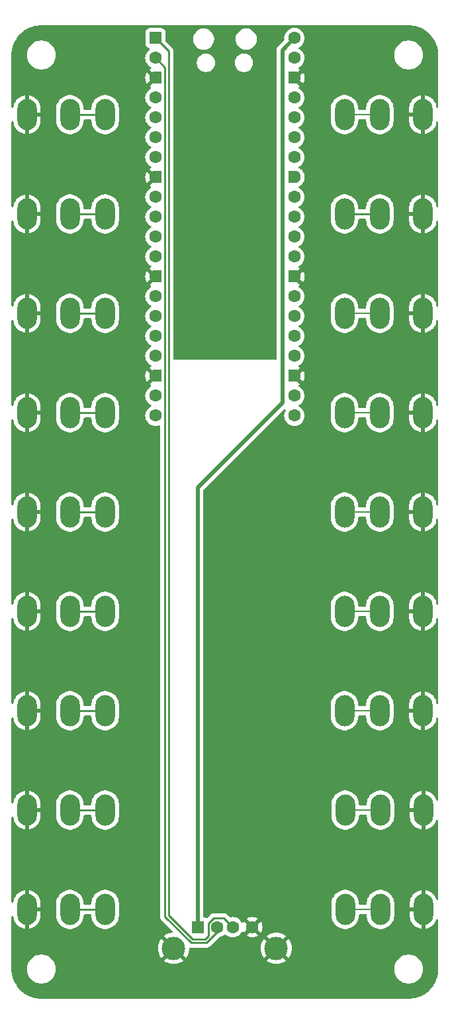
<source format=gbr>
%TF.GenerationSoftware,KiCad,Pcbnew,8.0.0*%
%TF.CreationDate,2024-03-21T17:59:56-04:00*%
%TF.ProjectId,adaptive-2040,61646170-7469-4766-952d-323034302e6b,1*%
%TF.SameCoordinates,Original*%
%TF.FileFunction,Copper,L2,Bot*%
%TF.FilePolarity,Positive*%
%FSLAX46Y46*%
G04 Gerber Fmt 4.6, Leading zero omitted, Abs format (unit mm)*
G04 Created by KiCad (PCBNEW 8.0.0) date 2024-03-21 17:59:56*
%MOMM*%
%LPD*%
G01*
G04 APERTURE LIST*
G04 Aperture macros list*
%AMRoundRect*
0 Rectangle with rounded corners*
0 $1 Rounding radius*
0 $2 $3 $4 $5 $6 $7 $8 $9 X,Y pos of 4 corners*
0 Add a 4 corners polygon primitive as box body*
4,1,4,$2,$3,$4,$5,$6,$7,$8,$9,$2,$3,0*
0 Add four circle primitives for the rounded corners*
1,1,$1+$1,$2,$3*
1,1,$1+$1,$4,$5*
1,1,$1+$1,$6,$7*
1,1,$1+$1,$8,$9*
0 Add four rect primitives between the rounded corners*
20,1,$1+$1,$2,$3,$4,$5,0*
20,1,$1+$1,$4,$5,$6,$7,0*
20,1,$1+$1,$6,$7,$8,$9,0*
20,1,$1+$1,$8,$9,$2,$3,0*%
%AMFreePoly0*
4,1,28,0.605014,0.794986,0.644504,0.794986,0.724698,0.756366,0.780194,0.686777,0.800000,0.600000,0.800000,-0.600000,0.780194,-0.686777,0.724698,-0.756366,0.644504,-0.794986,0.605014,-0.794986,0.600000,-0.800000,0.000000,-0.800000,-0.178017,-0.779942,-0.347107,-0.720775,-0.498792,-0.625465,-0.625465,-0.498792,-0.720775,-0.347107,-0.779942,-0.178017,-0.800000,0.000000,-0.779942,0.178017,
-0.720775,0.347107,-0.625465,0.498792,-0.498792,0.625465,-0.347107,0.720775,-0.178017,0.779942,0.000000,0.800000,0.600000,0.800000,0.605014,0.794986,0.605014,0.794986,$1*%
%AMFreePoly1*
4,1,28,0.178017,0.779942,0.347107,0.720775,0.498792,0.625465,0.625465,0.498792,0.720775,0.347107,0.779942,0.178017,0.800000,0.000000,0.779942,-0.178017,0.720775,-0.347107,0.625465,-0.498792,0.498792,-0.625465,0.347107,-0.720775,0.178017,-0.779942,0.000000,-0.800000,-0.600000,-0.800000,-0.605014,-0.794986,-0.644504,-0.794986,-0.724698,-0.756366,-0.780194,-0.686777,-0.800000,-0.600000,
-0.800000,0.600000,-0.780194,0.686777,-0.724698,0.756366,-0.644504,0.794986,-0.605014,0.794986,-0.600000,0.800000,0.000000,0.800000,0.178017,0.779942,0.178017,0.779942,$1*%
G04 Aperture macros list end*
%TA.AperFunction,ComponentPad*%
%ADD10O,2.500000X4.000000*%
%TD*%
%TA.AperFunction,ComponentPad*%
%ADD11R,1.600000X1.500000*%
%TD*%
%TA.AperFunction,ComponentPad*%
%ADD12C,1.600000*%
%TD*%
%TA.AperFunction,ComponentPad*%
%ADD13C,3.000000*%
%TD*%
%TA.AperFunction,ComponentPad*%
%ADD14RoundRect,0.200000X-0.600000X-0.600000X0.600000X-0.600000X0.600000X0.600000X-0.600000X0.600000X0*%
%TD*%
%TA.AperFunction,ComponentPad*%
%ADD15FreePoly0,0.000000*%
%TD*%
%TA.AperFunction,ComponentPad*%
%ADD16FreePoly1,0.000000*%
%TD*%
%TA.AperFunction,Conductor*%
%ADD17C,0.500000*%
%TD*%
%TA.AperFunction,Conductor*%
%ADD18C,0.250000*%
%TD*%
%TA.AperFunction,Conductor*%
%ADD19C,0.200000*%
%TD*%
G04 APERTURE END LIST*
D10*
%TO.P,J10,S*%
%TO.N,GND*%
X78820000Y-200660000D03*
%TO.P,J10,T*%
%TO.N,B3*%
X84320000Y-200660000D03*
%TO.P,J10,TN*%
X88820000Y-200660000D03*
%TD*%
D11*
%TO.P,J1,1,VBUS*%
%TO.N,VBUS*%
X100640000Y-202920000D03*
D12*
%TO.P,J1,2,D-*%
%TO.N,DM*%
X103140000Y-202920000D03*
%TO.P,J1,3,D+*%
%TO.N,DP*%
X105140000Y-202920000D03*
%TO.P,J1,4,GND*%
%TO.N,GND*%
X107640000Y-202920000D03*
D13*
%TO.P,J1,5,Shield*%
X97570000Y-205630000D03*
X110710000Y-205630000D03*
%TD*%
D10*
%TO.P,J2,S*%
%TO.N,GND*%
X78820000Y-99060000D03*
%TO.P,J2,T*%
%TO.N,UP*%
X84320000Y-99060000D03*
%TO.P,J2,TN*%
X88820000Y-99060000D03*
%TD*%
%TO.P,J14,S*%
%TO.N,GND*%
X129460000Y-162560000D03*
%TO.P,J14,T*%
%TO.N,S1*%
X123960000Y-162560000D03*
%TO.P,J14,TN*%
X119460000Y-162560000D03*
%TD*%
%TO.P,J15,S*%
%TO.N,GND*%
X129460000Y-149860000D03*
%TO.P,J15,T*%
%TO.N,S2*%
X123960000Y-149860000D03*
%TO.P,J15,TN*%
X119460000Y-149860000D03*
%TD*%
%TO.P,J19,S*%
%TO.N,GND*%
X129460000Y-99060000D03*
%TO.P,J19,T*%
%TO.N,A2*%
X123960000Y-99060000D03*
%TO.P,J19,TN*%
X119460000Y-99060000D03*
%TD*%
%TO.P,J3,S*%
%TO.N,GND*%
X78820000Y-111760000D03*
%TO.P,J3,T*%
%TO.N,DOWN*%
X84320000Y-111760000D03*
%TO.P,J3,TN*%
X88820000Y-111760000D03*
%TD*%
%TO.P,J12,S*%
%TO.N,GND*%
X129540000Y-187960000D03*
%TO.P,J12,T*%
%TO.N,R1*%
X124040000Y-187960000D03*
%TO.P,J12,TN*%
X119540000Y-187960000D03*
%TD*%
%TO.P,J5,S*%
%TO.N,GND*%
X78820000Y-137160000D03*
%TO.P,J5,T*%
%TO.N,RIGHT*%
X84320000Y-137160000D03*
%TO.P,J5,TN*%
X88820000Y-137160000D03*
%TD*%
%TO.P,J17,S*%
%TO.N,GND*%
X129460000Y-124460000D03*
%TO.P,J17,T*%
%TO.N,R3*%
X123960000Y-124460000D03*
%TO.P,J17,TN*%
X119460000Y-124460000D03*
%TD*%
%TO.P,J4,S*%
%TO.N,GND*%
X78820000Y-124460000D03*
%TO.P,J4,T*%
%TO.N,LEFT*%
X84320000Y-124460000D03*
%TO.P,J4,TN*%
X88820000Y-124460000D03*
%TD*%
%TO.P,J9,S*%
%TO.N,GND*%
X78820000Y-187960000D03*
%TO.P,J9,T*%
%TO.N,L2*%
X84320000Y-187960000D03*
%TO.P,J9,TN*%
X88820000Y-187960000D03*
%TD*%
%TO.P,J7,S*%
%TO.N,GND*%
X78820000Y-162560000D03*
%TO.P,J7,T*%
%TO.N,B2*%
X84320000Y-162560000D03*
%TO.P,J7,TN*%
X88820000Y-162560000D03*
%TD*%
%TO.P,J16,S*%
%TO.N,GND*%
X129460000Y-137160000D03*
%TO.P,J16,T*%
%TO.N,L3*%
X123960000Y-137160000D03*
%TO.P,J16,TN*%
X119460000Y-137160000D03*
%TD*%
%TO.P,J6,S*%
%TO.N,GND*%
X78820000Y-149860000D03*
%TO.P,J6,T*%
%TO.N,B1*%
X84320000Y-149860000D03*
%TO.P,J6,TN*%
X88820000Y-149860000D03*
%TD*%
D14*
%TO.P,U1,1,GPIO0*%
%TO.N,DP*%
X95250000Y-89277500D03*
D12*
%TO.P,U1,2,GPIO1*%
%TO.N,DM*%
X95250000Y-91817500D03*
D15*
%TO.P,U1,3,GND*%
%TO.N,GND*%
X95250000Y-94357500D03*
D12*
%TO.P,U1,4,GPIO2*%
%TO.N,UP*%
X95250000Y-96897500D03*
%TO.P,U1,5,GPIO3*%
%TO.N,DOWN*%
X95250000Y-99437500D03*
%TO.P,U1,6,GPIO4*%
%TO.N,LEFT*%
X95250000Y-101977500D03*
%TO.P,U1,7,GPIO5*%
%TO.N,RIGHT*%
X95250000Y-104517500D03*
D15*
%TO.P,U1,8,GND*%
%TO.N,GND*%
X95250000Y-107057500D03*
D12*
%TO.P,U1,9,GPIO6*%
%TO.N,B1*%
X95250000Y-109597500D03*
%TO.P,U1,10,GPIO7*%
%TO.N,B2*%
X95250000Y-112137500D03*
%TO.P,U1,11,GPIO8*%
%TO.N,R2*%
X95250000Y-114677500D03*
%TO.P,U1,12,GPIO9*%
%TO.N,L2*%
X95250000Y-117217500D03*
D15*
%TO.P,U1,13,GND*%
%TO.N,GND*%
X95250000Y-119757500D03*
D12*
%TO.P,U1,14,GPIO10*%
%TO.N,B3*%
X95250000Y-122297500D03*
%TO.P,U1,15,GPIO11*%
%TO.N,B4*%
X95250000Y-124837500D03*
%TO.P,U1,16,GPIO12*%
%TO.N,R1*%
X95250000Y-127377500D03*
%TO.P,U1,17,GPIO13*%
%TO.N,L1*%
X95250000Y-129917500D03*
D15*
%TO.P,U1,18,GND*%
%TO.N,GND*%
X95250000Y-132457500D03*
D12*
%TO.P,U1,19,GPIO14*%
%TO.N,unconnected-(U1-GPIO14-Pad19)*%
X95250000Y-134997500D03*
%TO.P,U1,20,GPIO15*%
%TO.N,unconnected-(U1-GPIO15-Pad20)*%
X95250000Y-137537500D03*
%TO.P,U1,21,GPIO16*%
%TO.N,S1*%
X113030000Y-137537500D03*
%TO.P,U1,22,GPIO17*%
%TO.N,S2*%
X113030000Y-134997500D03*
D16*
%TO.P,U1,23,GND*%
%TO.N,GND*%
X113030000Y-132457500D03*
D12*
%TO.P,U1,24,GPIO18*%
%TO.N,L3*%
X113030000Y-129917500D03*
%TO.P,U1,25,GPIO19*%
%TO.N,R3*%
X113030000Y-127377500D03*
%TO.P,U1,26,GPIO20*%
%TO.N,A1*%
X113030000Y-124837500D03*
%TO.P,U1,27,GPIO21*%
%TO.N,A2*%
X113030000Y-122297500D03*
D16*
%TO.P,U1,28,GND*%
%TO.N,GND*%
X113030000Y-119757500D03*
D12*
%TO.P,U1,29,GPIO22*%
%TO.N,unconnected-(U1-GPIO22-Pad29)*%
X113030000Y-117217500D03*
%TO.P,U1,30,RUN*%
%TO.N,unconnected-(U1-RUN-Pad30)*%
X113030000Y-114677500D03*
%TO.P,U1,31,GPIO26_ADC0*%
%TO.N,unconnected-(U1-GPIO26_ADC0-Pad31)*%
X113030000Y-112137500D03*
%TO.P,U1,32,GPIO27_ADC1*%
%TO.N,unconnected-(U1-GPIO27_ADC1-Pad32)*%
X113030000Y-109597500D03*
D16*
%TO.P,U1,33,AGND*%
%TO.N,unconnected-(U1-AGND-Pad33)*%
X113030000Y-107057500D03*
D12*
%TO.P,U1,34,GPIO28_ADC2*%
%TO.N,unconnected-(U1-GPIO28_ADC2-Pad34)*%
X113030000Y-104517500D03*
%TO.P,U1,35,ADC_VREF*%
%TO.N,unconnected-(U1-ADC_VREF-Pad35)*%
X113030000Y-101977500D03*
%TO.P,U1,36,3V3*%
%TO.N,unconnected-(U1-3V3-Pad36)*%
X113030000Y-99437500D03*
%TO.P,U1,37,3V3_EN*%
%TO.N,unconnected-(U1-3V3_EN-Pad37)*%
X113030000Y-96897500D03*
D16*
%TO.P,U1,38,GND*%
%TO.N,GND*%
X113030000Y-94357500D03*
D12*
%TO.P,U1,39,VSYS*%
%TO.N,unconnected-(U1-VSYS-Pad39)*%
X113030000Y-91817500D03*
%TO.P,U1,40,VBUS*%
%TO.N,VBUS*%
X113030000Y-89277500D03*
%TD*%
D10*
%TO.P,J8,S*%
%TO.N,GND*%
X78820000Y-175260000D03*
%TO.P,J8,T*%
%TO.N,R2*%
X84320000Y-175260000D03*
%TO.P,J8,TN*%
X88820000Y-175260000D03*
%TD*%
%TO.P,J11,S*%
%TO.N,GND*%
X129540000Y-200660000D03*
%TO.P,J11,T*%
%TO.N,B4*%
X124040000Y-200660000D03*
%TO.P,J11,TN*%
X119540000Y-200660000D03*
%TD*%
%TO.P,J13,S*%
%TO.N,GND*%
X129460000Y-175260000D03*
%TO.P,J13,T*%
%TO.N,L1*%
X123960000Y-175260000D03*
%TO.P,J13,TN*%
X119460000Y-175260000D03*
%TD*%
%TO.P,J18,S*%
%TO.N,GND*%
X129460000Y-111760000D03*
%TO.P,J18,T*%
%TO.N,A1*%
X123960000Y-111760000D03*
%TO.P,J18,TN*%
X119460000Y-111760000D03*
%TD*%
D17*
%TO.N,VBUS*%
X111490000Y-135890000D02*
X111490000Y-90817500D01*
X100640000Y-202920000D02*
X100640000Y-146740000D01*
X100640000Y-146740000D02*
X111490000Y-135890000D01*
X111490000Y-90817500D02*
X113030000Y-89277500D01*
D18*
%TO.N,DM*%
X96465000Y-201581396D02*
X96465000Y-93032500D01*
X103140000Y-203566396D02*
X101786396Y-204920000D01*
X99803604Y-204920000D02*
X96465000Y-201581396D01*
X96465000Y-93032500D02*
X95250000Y-91817500D01*
X101786396Y-204920000D02*
X99803604Y-204920000D01*
X103140000Y-202920000D02*
X103140000Y-203566396D01*
%TO.N,DP*%
X102015000Y-204055000D02*
X102015000Y-202454009D01*
X96915000Y-201395000D02*
X99990000Y-204470000D01*
X95250000Y-89277500D02*
X96915000Y-90942500D01*
X99990000Y-204470000D02*
X101600000Y-204470000D01*
X104015000Y-201795000D02*
X105140000Y-202920000D01*
X96915000Y-90942500D02*
X96915000Y-201395000D01*
X101600000Y-204470000D02*
X102015000Y-204055000D01*
X102015000Y-202454009D02*
X102674009Y-201795000D01*
X102674009Y-201795000D02*
X104015000Y-201795000D01*
%TO.N,UP*%
X84320000Y-99060000D02*
X88820000Y-99060000D01*
%TO.N,DOWN*%
X84320000Y-111760000D02*
X88820000Y-111760000D01*
%TO.N,LEFT*%
X84320000Y-124460000D02*
X88820000Y-124460000D01*
%TO.N,RIGHT*%
X84320000Y-137160000D02*
X88820000Y-137160000D01*
%TO.N,B1*%
X84320000Y-149860000D02*
X88820000Y-149860000D01*
%TO.N,B2*%
X84320000Y-162560000D02*
X88820000Y-162560000D01*
%TO.N,R2*%
X84320000Y-175260000D02*
X88820000Y-175260000D01*
%TO.N,L2*%
X84320000Y-187960000D02*
X88820000Y-187960000D01*
%TO.N,B3*%
X84320000Y-200660000D02*
X88820000Y-200660000D01*
D19*
%TO.N,B4*%
X119540000Y-200660000D02*
X124040000Y-200660000D01*
%TO.N,R1*%
X119540000Y-187960000D02*
X124040000Y-187960000D01*
%TO.N,L1*%
X119460000Y-175260000D02*
X123960000Y-175260000D01*
%TO.N,S1*%
X119460000Y-162560000D02*
X123960000Y-162560000D01*
%TO.N,S2*%
X119460000Y-149860000D02*
X123960000Y-149860000D01*
%TO.N,L3*%
X119460000Y-137160000D02*
X123960000Y-137160000D01*
%TO.N,R3*%
X119460000Y-124460000D02*
X123960000Y-124460000D01*
D18*
%TO.N,A1*%
X123960000Y-111760000D02*
X119460000Y-111760000D01*
D19*
%TO.N,A2*%
X119460000Y-99060000D02*
X123960000Y-99060000D01*
%TD*%
%TA.AperFunction,Conductor*%
%TO.N,GND*%
G36*
X127635840Y-87630010D02*
G01*
X127828856Y-87632536D01*
X127840172Y-87633203D01*
X128224967Y-87673646D01*
X128237783Y-87675676D01*
X128615419Y-87755945D01*
X128627954Y-87759304D01*
X128995136Y-87878609D01*
X129007253Y-87883260D01*
X129359964Y-88040297D01*
X129371514Y-88046182D01*
X129705872Y-88239223D01*
X129716749Y-88246286D01*
X129897197Y-88377390D01*
X130029101Y-88473224D01*
X130039187Y-88481392D01*
X130326096Y-88739725D01*
X130335274Y-88748903D01*
X130593607Y-89035812D01*
X130601775Y-89045898D01*
X130828710Y-89358246D01*
X130835779Y-89369132D01*
X131028813Y-89703478D01*
X131034706Y-89715043D01*
X131191739Y-90067746D01*
X131196390Y-90079863D01*
X131315695Y-90447045D01*
X131319054Y-90459582D01*
X131399322Y-90837214D01*
X131401353Y-90850034D01*
X131441795Y-91234815D01*
X131442463Y-91246153D01*
X131444989Y-91439158D01*
X131445000Y-91440781D01*
X131445000Y-98088427D01*
X131425315Y-98155466D01*
X131372511Y-98201221D01*
X131303353Y-98211165D01*
X131239797Y-98182140D01*
X131202023Y-98123362D01*
X131198061Y-98104612D01*
X131180057Y-97967862D01*
X131120681Y-97746269D01*
X131032897Y-97534340D01*
X131032893Y-97534331D01*
X130918190Y-97335661D01*
X130778544Y-97153670D01*
X130778538Y-97153663D01*
X130616336Y-96991461D01*
X130616329Y-96991455D01*
X130434338Y-96851809D01*
X130235668Y-96737106D01*
X130235659Y-96737102D01*
X130023730Y-96649318D01*
X129802137Y-96589942D01*
X129710000Y-96577811D01*
X129710000Y-97876988D01*
X129652993Y-97844075D01*
X129525826Y-97810000D01*
X129394174Y-97810000D01*
X129267007Y-97844075D01*
X129210000Y-97876988D01*
X129210000Y-96577811D01*
X129209999Y-96577811D01*
X129117862Y-96589942D01*
X128896269Y-96649318D01*
X128684340Y-96737102D01*
X128684331Y-96737106D01*
X128485661Y-96851809D01*
X128303670Y-96991455D01*
X128303663Y-96991461D01*
X128141461Y-97153663D01*
X128141455Y-97153670D01*
X128001809Y-97335661D01*
X127887106Y-97534331D01*
X127887102Y-97534340D01*
X127799318Y-97746269D01*
X127739942Y-97967862D01*
X127710001Y-98195289D01*
X127710000Y-98195305D01*
X127710000Y-98810000D01*
X128960000Y-98810000D01*
X128960000Y-99310000D01*
X127710000Y-99310000D01*
X127710000Y-99924694D01*
X127710001Y-99924710D01*
X127739942Y-100152137D01*
X127799318Y-100373730D01*
X127887102Y-100585659D01*
X127887106Y-100585668D01*
X128001809Y-100784338D01*
X128141455Y-100966329D01*
X128141461Y-100966336D01*
X128303663Y-101128538D01*
X128303670Y-101128544D01*
X128485661Y-101268190D01*
X128684331Y-101382893D01*
X128684340Y-101382897D01*
X128896269Y-101470681D01*
X129117859Y-101530056D01*
X129117864Y-101530057D01*
X129209999Y-101542186D01*
X129210000Y-101542186D01*
X129210000Y-100243012D01*
X129267007Y-100275925D01*
X129394174Y-100310000D01*
X129525826Y-100310000D01*
X129652993Y-100275925D01*
X129710000Y-100243012D01*
X129710000Y-101542186D01*
X129802135Y-101530057D01*
X129802140Y-101530056D01*
X130023730Y-101470681D01*
X130235659Y-101382897D01*
X130235668Y-101382893D01*
X130434338Y-101268190D01*
X130616329Y-101128544D01*
X130616336Y-101128538D01*
X130778538Y-100966336D01*
X130778544Y-100966329D01*
X130918190Y-100784338D01*
X131032893Y-100585668D01*
X131032897Y-100585659D01*
X131120681Y-100373730D01*
X131180057Y-100152137D01*
X131198061Y-100015387D01*
X131226327Y-99951490D01*
X131284652Y-99913019D01*
X131354517Y-99912188D01*
X131413740Y-99949260D01*
X131443519Y-100012466D01*
X131445000Y-100031572D01*
X131445000Y-110788427D01*
X131425315Y-110855466D01*
X131372511Y-110901221D01*
X131303353Y-110911165D01*
X131239797Y-110882140D01*
X131202023Y-110823362D01*
X131198061Y-110804612D01*
X131180057Y-110667862D01*
X131120681Y-110446269D01*
X131032897Y-110234340D01*
X131032893Y-110234331D01*
X130918190Y-110035661D01*
X130778544Y-109853670D01*
X130778538Y-109853663D01*
X130616336Y-109691461D01*
X130616329Y-109691455D01*
X130434338Y-109551809D01*
X130235668Y-109437106D01*
X130235659Y-109437102D01*
X130023730Y-109349318D01*
X129802137Y-109289942D01*
X129710000Y-109277811D01*
X129710000Y-110576988D01*
X129652993Y-110544075D01*
X129525826Y-110510000D01*
X129394174Y-110510000D01*
X129267007Y-110544075D01*
X129210000Y-110576988D01*
X129210000Y-109277811D01*
X129209999Y-109277811D01*
X129117862Y-109289942D01*
X128896269Y-109349318D01*
X128684340Y-109437102D01*
X128684331Y-109437106D01*
X128485661Y-109551809D01*
X128303670Y-109691455D01*
X128303663Y-109691461D01*
X128141461Y-109853663D01*
X128141455Y-109853670D01*
X128001809Y-110035661D01*
X127887106Y-110234331D01*
X127887102Y-110234340D01*
X127799318Y-110446269D01*
X127739942Y-110667862D01*
X127710001Y-110895289D01*
X127710000Y-110895305D01*
X127710000Y-111510000D01*
X128960000Y-111510000D01*
X128960000Y-112010000D01*
X127710000Y-112010000D01*
X127710000Y-112624694D01*
X127710001Y-112624710D01*
X127739942Y-112852137D01*
X127799318Y-113073730D01*
X127887102Y-113285659D01*
X127887106Y-113285668D01*
X128001809Y-113484338D01*
X128141455Y-113666329D01*
X128141461Y-113666336D01*
X128303663Y-113828538D01*
X128303670Y-113828544D01*
X128485661Y-113968190D01*
X128684331Y-114082893D01*
X128684340Y-114082897D01*
X128896269Y-114170681D01*
X129117859Y-114230056D01*
X129117864Y-114230057D01*
X129209999Y-114242186D01*
X129210000Y-114242186D01*
X129210000Y-112943012D01*
X129267007Y-112975925D01*
X129394174Y-113010000D01*
X129525826Y-113010000D01*
X129652993Y-112975925D01*
X129710000Y-112943012D01*
X129710000Y-114242186D01*
X129802135Y-114230057D01*
X129802140Y-114230056D01*
X130023730Y-114170681D01*
X130235659Y-114082897D01*
X130235668Y-114082893D01*
X130434338Y-113968190D01*
X130616329Y-113828544D01*
X130616336Y-113828538D01*
X130778538Y-113666336D01*
X130778544Y-113666329D01*
X130918190Y-113484338D01*
X131032893Y-113285668D01*
X131032897Y-113285659D01*
X131120681Y-113073730D01*
X131180057Y-112852137D01*
X131198061Y-112715387D01*
X131226327Y-112651490D01*
X131284652Y-112613019D01*
X131354517Y-112612188D01*
X131413740Y-112649260D01*
X131443519Y-112712466D01*
X131445000Y-112731572D01*
X131445000Y-123488427D01*
X131425315Y-123555466D01*
X131372511Y-123601221D01*
X131303353Y-123611165D01*
X131239797Y-123582140D01*
X131202023Y-123523362D01*
X131198061Y-123504612D01*
X131180057Y-123367862D01*
X131120681Y-123146269D01*
X131032897Y-122934340D01*
X131032893Y-122934331D01*
X130918190Y-122735661D01*
X130778544Y-122553670D01*
X130778538Y-122553663D01*
X130616336Y-122391461D01*
X130616329Y-122391455D01*
X130434338Y-122251809D01*
X130235668Y-122137106D01*
X130235659Y-122137102D01*
X130023730Y-122049318D01*
X129802137Y-121989942D01*
X129710000Y-121977811D01*
X129710000Y-123276988D01*
X129652993Y-123244075D01*
X129525826Y-123210000D01*
X129394174Y-123210000D01*
X129267007Y-123244075D01*
X129210000Y-123276988D01*
X129210000Y-121977811D01*
X129209999Y-121977811D01*
X129117862Y-121989942D01*
X128896269Y-122049318D01*
X128684340Y-122137102D01*
X128684331Y-122137106D01*
X128485661Y-122251809D01*
X128303670Y-122391455D01*
X128303663Y-122391461D01*
X128141461Y-122553663D01*
X128141455Y-122553670D01*
X128001809Y-122735661D01*
X127887106Y-122934331D01*
X127887102Y-122934340D01*
X127799318Y-123146269D01*
X127739942Y-123367862D01*
X127710001Y-123595289D01*
X127710000Y-123595305D01*
X127710000Y-124210000D01*
X128960000Y-124210000D01*
X128960000Y-124710000D01*
X127710000Y-124710000D01*
X127710000Y-125324694D01*
X127710001Y-125324710D01*
X127739942Y-125552137D01*
X127799318Y-125773730D01*
X127887102Y-125985659D01*
X127887106Y-125985668D01*
X128001809Y-126184338D01*
X128141455Y-126366329D01*
X128141461Y-126366336D01*
X128303663Y-126528538D01*
X128303670Y-126528544D01*
X128485661Y-126668190D01*
X128684331Y-126782893D01*
X128684340Y-126782897D01*
X128896269Y-126870681D01*
X129117859Y-126930056D01*
X129117864Y-126930057D01*
X129209999Y-126942186D01*
X129210000Y-126942186D01*
X129210000Y-125643012D01*
X129267007Y-125675925D01*
X129394174Y-125710000D01*
X129525826Y-125710000D01*
X129652993Y-125675925D01*
X129710000Y-125643012D01*
X129710000Y-126942186D01*
X129802135Y-126930057D01*
X129802140Y-126930056D01*
X130023730Y-126870681D01*
X130235659Y-126782897D01*
X130235668Y-126782893D01*
X130434338Y-126668190D01*
X130616329Y-126528544D01*
X130616336Y-126528538D01*
X130778538Y-126366336D01*
X130778544Y-126366329D01*
X130918190Y-126184338D01*
X131032893Y-125985668D01*
X131032897Y-125985659D01*
X131120681Y-125773730D01*
X131180057Y-125552137D01*
X131198061Y-125415387D01*
X131226327Y-125351490D01*
X131284652Y-125313019D01*
X131354517Y-125312188D01*
X131413740Y-125349260D01*
X131443519Y-125412466D01*
X131445000Y-125431572D01*
X131445000Y-136188427D01*
X131425315Y-136255466D01*
X131372511Y-136301221D01*
X131303353Y-136311165D01*
X131239797Y-136282140D01*
X131202023Y-136223362D01*
X131198061Y-136204612D01*
X131180057Y-136067862D01*
X131120681Y-135846269D01*
X131032897Y-135634340D01*
X131032893Y-135634331D01*
X130918190Y-135435661D01*
X130778544Y-135253670D01*
X130778538Y-135253663D01*
X130616336Y-135091461D01*
X130616329Y-135091455D01*
X130434338Y-134951809D01*
X130235668Y-134837106D01*
X130235659Y-134837102D01*
X130023730Y-134749318D01*
X129802137Y-134689942D01*
X129710000Y-134677811D01*
X129710000Y-135976988D01*
X129652993Y-135944075D01*
X129525826Y-135910000D01*
X129394174Y-135910000D01*
X129267007Y-135944075D01*
X129210000Y-135976988D01*
X129210000Y-134677811D01*
X129209999Y-134677811D01*
X129117862Y-134689942D01*
X128896269Y-134749318D01*
X128684340Y-134837102D01*
X128684331Y-134837106D01*
X128485661Y-134951809D01*
X128303670Y-135091455D01*
X128303663Y-135091461D01*
X128141461Y-135253663D01*
X128141455Y-135253670D01*
X128001809Y-135435661D01*
X127887106Y-135634331D01*
X127887102Y-135634340D01*
X127799318Y-135846269D01*
X127739942Y-136067862D01*
X127710001Y-136295289D01*
X127710000Y-136295305D01*
X127710000Y-136910000D01*
X128960000Y-136910000D01*
X128960000Y-137410000D01*
X127710000Y-137410000D01*
X127710000Y-138024694D01*
X127710001Y-138024710D01*
X127739942Y-138252137D01*
X127799318Y-138473730D01*
X127887102Y-138685659D01*
X127887106Y-138685668D01*
X128001809Y-138884338D01*
X128141455Y-139066329D01*
X128141461Y-139066336D01*
X128303663Y-139228538D01*
X128303670Y-139228544D01*
X128485661Y-139368190D01*
X128684331Y-139482893D01*
X128684340Y-139482897D01*
X128896269Y-139570681D01*
X129117859Y-139630056D01*
X129117864Y-139630057D01*
X129209999Y-139642186D01*
X129210000Y-139642186D01*
X129210000Y-138343012D01*
X129267007Y-138375925D01*
X129394174Y-138410000D01*
X129525826Y-138410000D01*
X129652993Y-138375925D01*
X129710000Y-138343012D01*
X129710000Y-139642186D01*
X129802135Y-139630057D01*
X129802140Y-139630056D01*
X130023730Y-139570681D01*
X130235659Y-139482897D01*
X130235668Y-139482893D01*
X130434338Y-139368190D01*
X130616329Y-139228544D01*
X130616336Y-139228538D01*
X130778538Y-139066336D01*
X130778544Y-139066329D01*
X130918190Y-138884338D01*
X131032893Y-138685668D01*
X131032897Y-138685659D01*
X131120681Y-138473730D01*
X131180057Y-138252137D01*
X131198061Y-138115387D01*
X131226327Y-138051490D01*
X131284652Y-138013019D01*
X131354517Y-138012188D01*
X131413740Y-138049260D01*
X131443519Y-138112466D01*
X131445000Y-138131572D01*
X131445000Y-148888427D01*
X131425315Y-148955466D01*
X131372511Y-149001221D01*
X131303353Y-149011165D01*
X131239797Y-148982140D01*
X131202023Y-148923362D01*
X131198061Y-148904612D01*
X131180057Y-148767862D01*
X131120681Y-148546269D01*
X131032897Y-148334340D01*
X131032893Y-148334331D01*
X130918190Y-148135661D01*
X130778544Y-147953670D01*
X130778538Y-147953663D01*
X130616336Y-147791461D01*
X130616329Y-147791455D01*
X130434338Y-147651809D01*
X130235668Y-147537106D01*
X130235659Y-147537102D01*
X130023730Y-147449318D01*
X129802137Y-147389942D01*
X129710000Y-147377811D01*
X129710000Y-148676988D01*
X129652993Y-148644075D01*
X129525826Y-148610000D01*
X129394174Y-148610000D01*
X129267007Y-148644075D01*
X129210000Y-148676988D01*
X129210000Y-147377811D01*
X129209999Y-147377811D01*
X129117862Y-147389942D01*
X128896269Y-147449318D01*
X128684340Y-147537102D01*
X128684331Y-147537106D01*
X128485661Y-147651809D01*
X128303670Y-147791455D01*
X128303663Y-147791461D01*
X128141461Y-147953663D01*
X128141455Y-147953670D01*
X128001809Y-148135661D01*
X127887106Y-148334331D01*
X127887102Y-148334340D01*
X127799318Y-148546269D01*
X127739942Y-148767862D01*
X127710001Y-148995289D01*
X127710000Y-148995305D01*
X127710000Y-149610000D01*
X128960000Y-149610000D01*
X128960000Y-150110000D01*
X127710000Y-150110000D01*
X127710000Y-150724694D01*
X127710001Y-150724710D01*
X127739942Y-150952137D01*
X127799318Y-151173730D01*
X127887102Y-151385659D01*
X127887106Y-151385668D01*
X128001809Y-151584338D01*
X128141455Y-151766329D01*
X128141461Y-151766336D01*
X128303663Y-151928538D01*
X128303670Y-151928544D01*
X128485661Y-152068190D01*
X128684331Y-152182893D01*
X128684340Y-152182897D01*
X128896269Y-152270681D01*
X129117859Y-152330056D01*
X129117864Y-152330057D01*
X129209999Y-152342186D01*
X129210000Y-152342186D01*
X129210000Y-151043012D01*
X129267007Y-151075925D01*
X129394174Y-151110000D01*
X129525826Y-151110000D01*
X129652993Y-151075925D01*
X129710000Y-151043012D01*
X129710000Y-152342186D01*
X129802135Y-152330057D01*
X129802140Y-152330056D01*
X130023730Y-152270681D01*
X130235659Y-152182897D01*
X130235668Y-152182893D01*
X130434338Y-152068190D01*
X130616329Y-151928544D01*
X130616336Y-151928538D01*
X130778538Y-151766336D01*
X130778544Y-151766329D01*
X130918190Y-151584338D01*
X131032893Y-151385668D01*
X131032897Y-151385659D01*
X131120681Y-151173730D01*
X131180057Y-150952137D01*
X131198061Y-150815387D01*
X131226327Y-150751490D01*
X131284652Y-150713019D01*
X131354517Y-150712188D01*
X131413740Y-150749260D01*
X131443519Y-150812466D01*
X131445000Y-150831572D01*
X131445000Y-161588427D01*
X131425315Y-161655466D01*
X131372511Y-161701221D01*
X131303353Y-161711165D01*
X131239797Y-161682140D01*
X131202023Y-161623362D01*
X131198061Y-161604612D01*
X131180057Y-161467862D01*
X131120681Y-161246269D01*
X131032897Y-161034340D01*
X131032893Y-161034331D01*
X130918190Y-160835661D01*
X130778544Y-160653670D01*
X130778538Y-160653663D01*
X130616336Y-160491461D01*
X130616329Y-160491455D01*
X130434338Y-160351809D01*
X130235668Y-160237106D01*
X130235659Y-160237102D01*
X130023730Y-160149318D01*
X129802137Y-160089942D01*
X129710000Y-160077811D01*
X129710000Y-161376988D01*
X129652993Y-161344075D01*
X129525826Y-161310000D01*
X129394174Y-161310000D01*
X129267007Y-161344075D01*
X129210000Y-161376988D01*
X129210000Y-160077811D01*
X129209999Y-160077811D01*
X129117862Y-160089942D01*
X128896269Y-160149318D01*
X128684340Y-160237102D01*
X128684331Y-160237106D01*
X128485661Y-160351809D01*
X128303670Y-160491455D01*
X128303663Y-160491461D01*
X128141461Y-160653663D01*
X128141455Y-160653670D01*
X128001809Y-160835661D01*
X127887106Y-161034331D01*
X127887102Y-161034340D01*
X127799318Y-161246269D01*
X127739942Y-161467862D01*
X127710001Y-161695289D01*
X127710000Y-161695305D01*
X127710000Y-162310000D01*
X128960000Y-162310000D01*
X128960000Y-162810000D01*
X127710000Y-162810000D01*
X127710000Y-163424694D01*
X127710001Y-163424710D01*
X127739942Y-163652137D01*
X127799318Y-163873730D01*
X127887102Y-164085659D01*
X127887106Y-164085668D01*
X128001809Y-164284338D01*
X128141455Y-164466329D01*
X128141461Y-164466336D01*
X128303663Y-164628538D01*
X128303670Y-164628544D01*
X128485661Y-164768190D01*
X128684331Y-164882893D01*
X128684340Y-164882897D01*
X128896269Y-164970681D01*
X129117859Y-165030056D01*
X129117864Y-165030057D01*
X129209999Y-165042186D01*
X129210000Y-165042186D01*
X129210000Y-163743012D01*
X129267007Y-163775925D01*
X129394174Y-163810000D01*
X129525826Y-163810000D01*
X129652993Y-163775925D01*
X129710000Y-163743012D01*
X129710000Y-165042186D01*
X129802135Y-165030057D01*
X129802140Y-165030056D01*
X130023730Y-164970681D01*
X130235659Y-164882897D01*
X130235668Y-164882893D01*
X130434338Y-164768190D01*
X130616329Y-164628544D01*
X130616336Y-164628538D01*
X130778538Y-164466336D01*
X130778544Y-164466329D01*
X130918190Y-164284338D01*
X131032893Y-164085668D01*
X131032897Y-164085659D01*
X131120681Y-163873730D01*
X131180057Y-163652137D01*
X131198061Y-163515387D01*
X131226327Y-163451490D01*
X131284652Y-163413019D01*
X131354517Y-163412188D01*
X131413740Y-163449260D01*
X131443519Y-163512466D01*
X131445000Y-163531572D01*
X131445000Y-174288427D01*
X131425315Y-174355466D01*
X131372511Y-174401221D01*
X131303353Y-174411165D01*
X131239797Y-174382140D01*
X131202023Y-174323362D01*
X131198061Y-174304612D01*
X131180057Y-174167862D01*
X131120681Y-173946269D01*
X131032897Y-173734340D01*
X131032893Y-173734331D01*
X130918190Y-173535661D01*
X130778544Y-173353670D01*
X130778538Y-173353663D01*
X130616336Y-173191461D01*
X130616329Y-173191455D01*
X130434338Y-173051809D01*
X130235668Y-172937106D01*
X130235659Y-172937102D01*
X130023730Y-172849318D01*
X129802137Y-172789942D01*
X129710000Y-172777811D01*
X129710000Y-174076988D01*
X129652993Y-174044075D01*
X129525826Y-174010000D01*
X129394174Y-174010000D01*
X129267007Y-174044075D01*
X129210000Y-174076988D01*
X129210000Y-172777811D01*
X129209999Y-172777811D01*
X129117862Y-172789942D01*
X128896269Y-172849318D01*
X128684340Y-172937102D01*
X128684331Y-172937106D01*
X128485661Y-173051809D01*
X128303670Y-173191455D01*
X128303663Y-173191461D01*
X128141461Y-173353663D01*
X128141455Y-173353670D01*
X128001809Y-173535661D01*
X127887106Y-173734331D01*
X127887102Y-173734340D01*
X127799318Y-173946269D01*
X127739942Y-174167862D01*
X127710001Y-174395289D01*
X127710000Y-174395305D01*
X127710000Y-175010000D01*
X128960000Y-175010000D01*
X128960000Y-175510000D01*
X127710000Y-175510000D01*
X127710000Y-176124694D01*
X127710001Y-176124710D01*
X127739942Y-176352137D01*
X127799318Y-176573730D01*
X127887102Y-176785659D01*
X127887106Y-176785668D01*
X128001809Y-176984338D01*
X128141455Y-177166329D01*
X128141461Y-177166336D01*
X128303663Y-177328538D01*
X128303670Y-177328544D01*
X128485661Y-177468190D01*
X128684331Y-177582893D01*
X128684340Y-177582897D01*
X128896269Y-177670681D01*
X129117859Y-177730056D01*
X129117864Y-177730057D01*
X129209999Y-177742186D01*
X129210000Y-177742186D01*
X129210000Y-176443012D01*
X129267007Y-176475925D01*
X129394174Y-176510000D01*
X129525826Y-176510000D01*
X129652993Y-176475925D01*
X129710000Y-176443012D01*
X129710000Y-177742186D01*
X129802135Y-177730057D01*
X129802140Y-177730056D01*
X130023730Y-177670681D01*
X130235659Y-177582897D01*
X130235668Y-177582893D01*
X130434338Y-177468190D01*
X130616329Y-177328544D01*
X130616336Y-177328538D01*
X130778538Y-177166336D01*
X130778544Y-177166329D01*
X130918190Y-176984338D01*
X131032893Y-176785668D01*
X131032897Y-176785659D01*
X131120681Y-176573730D01*
X131180057Y-176352137D01*
X131198061Y-176215387D01*
X131226327Y-176151490D01*
X131284652Y-176113019D01*
X131354517Y-176112188D01*
X131413740Y-176149260D01*
X131443519Y-176212466D01*
X131445000Y-176231572D01*
X131445000Y-186616204D01*
X131425315Y-186683243D01*
X131372511Y-186728998D01*
X131303353Y-186738942D01*
X131239797Y-186709917D01*
X131202023Y-186651139D01*
X131201225Y-186648298D01*
X131200681Y-186646269D01*
X131112897Y-186434340D01*
X131112893Y-186434331D01*
X130998190Y-186235661D01*
X130858544Y-186053670D01*
X130858538Y-186053663D01*
X130696336Y-185891461D01*
X130696329Y-185891455D01*
X130514338Y-185751809D01*
X130315668Y-185637106D01*
X130315659Y-185637102D01*
X130103730Y-185549318D01*
X129882137Y-185489942D01*
X129790000Y-185477811D01*
X129790000Y-186776988D01*
X129732993Y-186744075D01*
X129605826Y-186710000D01*
X129474174Y-186710000D01*
X129347007Y-186744075D01*
X129290000Y-186776988D01*
X129290000Y-185477811D01*
X129289999Y-185477811D01*
X129197862Y-185489942D01*
X128976269Y-185549318D01*
X128764340Y-185637102D01*
X128764331Y-185637106D01*
X128565661Y-185751809D01*
X128383670Y-185891455D01*
X128383663Y-185891461D01*
X128221461Y-186053663D01*
X128221455Y-186053670D01*
X128081809Y-186235661D01*
X127967106Y-186434331D01*
X127967102Y-186434340D01*
X127879318Y-186646269D01*
X127819942Y-186867862D01*
X127790001Y-187095289D01*
X127790000Y-187095305D01*
X127790000Y-187710000D01*
X129040000Y-187710000D01*
X129040000Y-188210000D01*
X127790000Y-188210000D01*
X127790000Y-188824694D01*
X127790001Y-188824710D01*
X127819942Y-189052137D01*
X127879318Y-189273730D01*
X127967102Y-189485659D01*
X127967106Y-189485668D01*
X128081809Y-189684338D01*
X128221455Y-189866329D01*
X128221461Y-189866336D01*
X128383663Y-190028538D01*
X128383670Y-190028544D01*
X128565661Y-190168190D01*
X128764331Y-190282893D01*
X128764340Y-190282897D01*
X128976269Y-190370681D01*
X129197859Y-190430056D01*
X129197864Y-190430057D01*
X129289999Y-190442186D01*
X129290000Y-190442186D01*
X129290000Y-189143012D01*
X129347007Y-189175925D01*
X129474174Y-189210000D01*
X129605826Y-189210000D01*
X129732993Y-189175925D01*
X129790000Y-189143012D01*
X129790000Y-190442186D01*
X129882135Y-190430057D01*
X129882140Y-190430056D01*
X130103730Y-190370681D01*
X130315659Y-190282897D01*
X130315668Y-190282893D01*
X130514338Y-190168190D01*
X130696329Y-190028544D01*
X130696336Y-190028538D01*
X130858538Y-189866336D01*
X130858544Y-189866329D01*
X130998190Y-189684338D01*
X131112893Y-189485668D01*
X131112897Y-189485659D01*
X131200681Y-189273729D01*
X131201224Y-189271706D01*
X131201551Y-189271169D01*
X131201986Y-189269888D01*
X131202272Y-189269985D01*
X131237587Y-189212044D01*
X131300433Y-189181513D01*
X131369809Y-189189805D01*
X131423688Y-189234288D01*
X131444965Y-189300840D01*
X131445000Y-189303795D01*
X131445000Y-199316204D01*
X131425315Y-199383243D01*
X131372511Y-199428998D01*
X131303353Y-199438942D01*
X131239797Y-199409917D01*
X131202023Y-199351139D01*
X131201225Y-199348298D01*
X131200681Y-199346269D01*
X131112897Y-199134340D01*
X131112893Y-199134331D01*
X130998190Y-198935661D01*
X130858544Y-198753670D01*
X130858538Y-198753663D01*
X130696336Y-198591461D01*
X130696329Y-198591455D01*
X130514338Y-198451809D01*
X130315668Y-198337106D01*
X130315659Y-198337102D01*
X130103730Y-198249318D01*
X129882137Y-198189942D01*
X129790000Y-198177811D01*
X129790000Y-199476988D01*
X129732993Y-199444075D01*
X129605826Y-199410000D01*
X129474174Y-199410000D01*
X129347007Y-199444075D01*
X129290000Y-199476988D01*
X129290000Y-198177811D01*
X129289999Y-198177811D01*
X129197862Y-198189942D01*
X128976269Y-198249318D01*
X128764340Y-198337102D01*
X128764331Y-198337106D01*
X128565661Y-198451809D01*
X128383670Y-198591455D01*
X128383663Y-198591461D01*
X128221461Y-198753663D01*
X128221455Y-198753670D01*
X128081809Y-198935661D01*
X127967106Y-199134331D01*
X127967102Y-199134340D01*
X127879318Y-199346269D01*
X127819942Y-199567862D01*
X127790001Y-199795289D01*
X127790000Y-199795305D01*
X127790000Y-200410000D01*
X129040000Y-200410000D01*
X129040000Y-200910000D01*
X127790000Y-200910000D01*
X127790000Y-201524694D01*
X127790001Y-201524710D01*
X127819942Y-201752137D01*
X127879318Y-201973730D01*
X127967102Y-202185659D01*
X127967106Y-202185668D01*
X128081809Y-202384338D01*
X128221455Y-202566329D01*
X128221461Y-202566336D01*
X128383663Y-202728538D01*
X128383670Y-202728544D01*
X128565661Y-202868190D01*
X128764331Y-202982893D01*
X128764340Y-202982897D01*
X128976269Y-203070681D01*
X129197859Y-203130056D01*
X129197864Y-203130057D01*
X129289999Y-203142186D01*
X129290000Y-203142186D01*
X129290000Y-201843012D01*
X129347007Y-201875925D01*
X129474174Y-201910000D01*
X129605826Y-201910000D01*
X129732993Y-201875925D01*
X129790000Y-201843012D01*
X129790000Y-203142186D01*
X129882135Y-203130057D01*
X129882140Y-203130056D01*
X130103730Y-203070681D01*
X130315659Y-202982897D01*
X130315668Y-202982893D01*
X130514338Y-202868190D01*
X130696329Y-202728544D01*
X130696336Y-202728538D01*
X130858538Y-202566336D01*
X130858544Y-202566329D01*
X130998190Y-202384338D01*
X131112893Y-202185668D01*
X131112897Y-202185659D01*
X131200681Y-201973729D01*
X131201224Y-201971706D01*
X131201551Y-201971169D01*
X131201986Y-201969888D01*
X131202272Y-201969985D01*
X131237587Y-201912044D01*
X131300433Y-201881513D01*
X131369809Y-201889805D01*
X131423688Y-201934288D01*
X131444965Y-202000840D01*
X131445000Y-202003795D01*
X131445000Y-208279218D01*
X131444989Y-208280841D01*
X131442463Y-208473846D01*
X131441795Y-208485184D01*
X131401353Y-208869965D01*
X131399322Y-208882785D01*
X131319054Y-209260417D01*
X131315695Y-209272954D01*
X131196390Y-209640136D01*
X131191739Y-209652253D01*
X131034706Y-210004956D01*
X131028813Y-210016521D01*
X130835779Y-210350867D01*
X130828710Y-210361753D01*
X130601775Y-210674101D01*
X130593607Y-210684187D01*
X130335274Y-210971096D01*
X130326096Y-210980274D01*
X130039187Y-211238607D01*
X130029101Y-211246775D01*
X129716753Y-211473710D01*
X129705867Y-211480779D01*
X129371521Y-211673813D01*
X129359956Y-211679706D01*
X129007253Y-211836739D01*
X128995136Y-211841390D01*
X128627954Y-211960695D01*
X128615417Y-211964054D01*
X128237785Y-212044322D01*
X128224965Y-212046353D01*
X127840184Y-212086795D01*
X127828846Y-212087463D01*
X127642914Y-212089896D01*
X127635839Y-212089989D01*
X127634219Y-212090000D01*
X80645781Y-212090000D01*
X80644160Y-212089989D01*
X80636890Y-212089893D01*
X80451153Y-212087463D01*
X80439815Y-212086795D01*
X80055034Y-212046353D01*
X80042214Y-212044322D01*
X79664582Y-211964054D01*
X79652045Y-211960695D01*
X79284863Y-211841390D01*
X79272746Y-211836739D01*
X78920043Y-211679706D01*
X78908478Y-211673813D01*
X78574132Y-211480779D01*
X78563246Y-211473710D01*
X78250898Y-211246775D01*
X78240812Y-211238607D01*
X77953903Y-210980274D01*
X77944725Y-210971096D01*
X77686392Y-210684187D01*
X77678224Y-210674101D01*
X77451289Y-210361753D01*
X77444220Y-210350867D01*
X77298712Y-210098838D01*
X77251182Y-210016514D01*
X77245297Y-210004964D01*
X77088260Y-209652253D01*
X77083609Y-209640136D01*
X76964304Y-209272954D01*
X76960945Y-209260417D01*
X76880677Y-208882785D01*
X76878646Y-208869965D01*
X76838203Y-208485172D01*
X76837536Y-208473856D01*
X76836587Y-208401288D01*
X78794500Y-208401288D01*
X78826161Y-208641785D01*
X78888947Y-208876104D01*
X78981773Y-209100205D01*
X78981776Y-209100212D01*
X79103064Y-209310289D01*
X79103066Y-209310292D01*
X79103067Y-209310293D01*
X79250733Y-209502736D01*
X79250739Y-209502743D01*
X79422256Y-209674260D01*
X79422262Y-209674265D01*
X79614711Y-209821936D01*
X79824788Y-209943224D01*
X80048900Y-210036054D01*
X80283211Y-210098838D01*
X80463586Y-210122584D01*
X80523711Y-210130500D01*
X80523712Y-210130500D01*
X80766289Y-210130500D01*
X80814388Y-210124167D01*
X81006789Y-210098838D01*
X81241100Y-210036054D01*
X81465212Y-209943224D01*
X81675289Y-209821936D01*
X81867738Y-209674265D01*
X82039265Y-209502738D01*
X82186936Y-209310289D01*
X82308224Y-209100212D01*
X82401054Y-208876100D01*
X82463838Y-208641789D01*
X82495500Y-208401288D01*
X125784500Y-208401288D01*
X125816161Y-208641785D01*
X125878947Y-208876104D01*
X125971773Y-209100205D01*
X125971776Y-209100212D01*
X126093064Y-209310289D01*
X126093066Y-209310292D01*
X126093067Y-209310293D01*
X126240733Y-209502736D01*
X126240739Y-209502743D01*
X126412256Y-209674260D01*
X126412262Y-209674265D01*
X126604711Y-209821936D01*
X126814788Y-209943224D01*
X127038900Y-210036054D01*
X127273211Y-210098838D01*
X127453586Y-210122584D01*
X127513711Y-210130500D01*
X127513712Y-210130500D01*
X127756289Y-210130500D01*
X127804388Y-210124167D01*
X127996789Y-210098838D01*
X128231100Y-210036054D01*
X128455212Y-209943224D01*
X128665289Y-209821936D01*
X128857738Y-209674265D01*
X129029265Y-209502738D01*
X129176936Y-209310289D01*
X129298224Y-209100212D01*
X129391054Y-208876100D01*
X129453838Y-208641789D01*
X129485500Y-208401288D01*
X129485500Y-208158712D01*
X129453838Y-207918211D01*
X129391054Y-207683900D01*
X129298224Y-207459788D01*
X129176936Y-207249711D01*
X129029265Y-207057262D01*
X129029260Y-207057256D01*
X128857743Y-206885739D01*
X128857736Y-206885733D01*
X128665293Y-206738067D01*
X128665292Y-206738066D01*
X128665289Y-206738064D01*
X128455212Y-206616776D01*
X128447467Y-206613568D01*
X128231104Y-206523947D01*
X128113944Y-206492554D01*
X127996789Y-206461162D01*
X127996788Y-206461161D01*
X127996785Y-206461161D01*
X127756289Y-206429500D01*
X127756288Y-206429500D01*
X127513712Y-206429500D01*
X127513711Y-206429500D01*
X127273214Y-206461161D01*
X127038895Y-206523947D01*
X126814794Y-206616773D01*
X126814785Y-206616777D01*
X126604706Y-206738067D01*
X126412263Y-206885733D01*
X126412256Y-206885739D01*
X126240739Y-207057256D01*
X126240733Y-207057263D01*
X126093067Y-207249706D01*
X125971777Y-207459785D01*
X125971773Y-207459794D01*
X125878947Y-207683895D01*
X125816161Y-207918214D01*
X125784500Y-208158711D01*
X125784500Y-208401288D01*
X82495500Y-208401288D01*
X82495500Y-208158712D01*
X82463838Y-207918211D01*
X82401054Y-207683900D01*
X82308224Y-207459788D01*
X82186936Y-207249711D01*
X82039265Y-207057262D01*
X82039260Y-207057256D01*
X81867743Y-206885739D01*
X81867736Y-206885733D01*
X81675293Y-206738067D01*
X81675292Y-206738066D01*
X81675289Y-206738064D01*
X81465212Y-206616776D01*
X81457467Y-206613568D01*
X81241104Y-206523947D01*
X81123944Y-206492554D01*
X81006789Y-206461162D01*
X81006788Y-206461161D01*
X81006785Y-206461161D01*
X80766289Y-206429500D01*
X80766288Y-206429500D01*
X80523712Y-206429500D01*
X80523711Y-206429500D01*
X80283214Y-206461161D01*
X80048895Y-206523947D01*
X79824794Y-206616773D01*
X79824785Y-206616777D01*
X79614706Y-206738067D01*
X79422263Y-206885733D01*
X79422256Y-206885739D01*
X79250739Y-207057256D01*
X79250733Y-207057263D01*
X79103067Y-207249706D01*
X78981777Y-207459785D01*
X78981773Y-207459794D01*
X78888947Y-207683895D01*
X78826161Y-207918214D01*
X78794500Y-208158711D01*
X78794500Y-208401288D01*
X76836587Y-208401288D01*
X76835011Y-208280840D01*
X76835000Y-208279218D01*
X76835000Y-201631572D01*
X76854685Y-201564533D01*
X76907489Y-201518778D01*
X76976647Y-201508834D01*
X77040203Y-201537859D01*
X77077977Y-201596637D01*
X77081939Y-201615387D01*
X77099942Y-201752137D01*
X77159318Y-201973730D01*
X77247102Y-202185659D01*
X77247106Y-202185668D01*
X77361809Y-202384338D01*
X77501455Y-202566329D01*
X77501461Y-202566336D01*
X77663663Y-202728538D01*
X77663670Y-202728544D01*
X77845661Y-202868190D01*
X78044331Y-202982893D01*
X78044340Y-202982897D01*
X78256269Y-203070681D01*
X78477859Y-203130056D01*
X78477864Y-203130057D01*
X78569999Y-203142186D01*
X78570000Y-203142186D01*
X78570000Y-201843012D01*
X78627007Y-201875925D01*
X78754174Y-201910000D01*
X78885826Y-201910000D01*
X79012993Y-201875925D01*
X79070000Y-201843012D01*
X79070000Y-203142186D01*
X79162135Y-203130057D01*
X79162140Y-203130056D01*
X79383730Y-203070681D01*
X79595659Y-202982897D01*
X79595668Y-202982893D01*
X79794338Y-202868190D01*
X79976329Y-202728544D01*
X79976336Y-202728538D01*
X80138538Y-202566336D01*
X80138544Y-202566329D01*
X80278190Y-202384338D01*
X80392893Y-202185668D01*
X80392897Y-202185659D01*
X80480681Y-201973730D01*
X80540057Y-201752137D01*
X80569994Y-201524741D01*
X82569500Y-201524741D01*
X82588559Y-201669500D01*
X82599452Y-201752238D01*
X82644391Y-201919953D01*
X82658842Y-201973887D01*
X82746650Y-202185876D01*
X82746657Y-202185890D01*
X82861392Y-202384617D01*
X83001081Y-202566661D01*
X83001089Y-202566670D01*
X83163330Y-202728911D01*
X83163338Y-202728918D01*
X83163339Y-202728919D01*
X83188650Y-202748341D01*
X83345382Y-202868607D01*
X83345385Y-202868608D01*
X83345388Y-202868611D01*
X83544112Y-202983344D01*
X83544117Y-202983346D01*
X83544123Y-202983349D01*
X83635480Y-203021190D01*
X83756113Y-203071158D01*
X83977762Y-203130548D01*
X84205266Y-203160500D01*
X84205273Y-203160500D01*
X84434727Y-203160500D01*
X84434734Y-203160500D01*
X84662238Y-203130548D01*
X84883887Y-203071158D01*
X85095888Y-202983344D01*
X85294612Y-202868611D01*
X85476661Y-202728919D01*
X85476665Y-202728914D01*
X85476670Y-202728911D01*
X85638911Y-202566670D01*
X85638914Y-202566665D01*
X85638919Y-202566661D01*
X85778611Y-202384612D01*
X85893344Y-202185888D01*
X85981158Y-201973887D01*
X86040548Y-201752238D01*
X86070500Y-201524734D01*
X86070500Y-201409500D01*
X86090185Y-201342461D01*
X86142989Y-201296706D01*
X86194500Y-201285500D01*
X86945500Y-201285500D01*
X87012539Y-201305185D01*
X87058294Y-201357989D01*
X87069500Y-201409500D01*
X87069500Y-201524741D01*
X87088559Y-201669500D01*
X87099452Y-201752238D01*
X87144391Y-201919953D01*
X87158842Y-201973887D01*
X87246650Y-202185876D01*
X87246657Y-202185890D01*
X87361392Y-202384617D01*
X87501081Y-202566661D01*
X87501089Y-202566670D01*
X87663330Y-202728911D01*
X87663338Y-202728918D01*
X87663339Y-202728919D01*
X87688650Y-202748341D01*
X87845382Y-202868607D01*
X87845385Y-202868608D01*
X87845388Y-202868611D01*
X88044112Y-202983344D01*
X88044117Y-202983346D01*
X88044123Y-202983349D01*
X88135480Y-203021190D01*
X88256113Y-203071158D01*
X88477762Y-203130548D01*
X88705266Y-203160500D01*
X88705273Y-203160500D01*
X88934727Y-203160500D01*
X88934734Y-203160500D01*
X89162238Y-203130548D01*
X89383887Y-203071158D01*
X89595888Y-202983344D01*
X89794612Y-202868611D01*
X89976661Y-202728919D01*
X89976665Y-202728914D01*
X89976670Y-202728911D01*
X90138911Y-202566670D01*
X90138914Y-202566665D01*
X90138919Y-202566661D01*
X90278611Y-202384612D01*
X90393344Y-202185888D01*
X90481158Y-201973887D01*
X90540548Y-201752238D01*
X90570500Y-201524734D01*
X90570500Y-199795266D01*
X90540548Y-199567762D01*
X90481158Y-199346113D01*
X90431190Y-199225480D01*
X90393349Y-199134123D01*
X90393346Y-199134117D01*
X90393344Y-199134112D01*
X90278611Y-198935388D01*
X90278608Y-198935385D01*
X90278607Y-198935382D01*
X90139173Y-198753670D01*
X90138919Y-198753339D01*
X90138918Y-198753338D01*
X90138911Y-198753330D01*
X89976670Y-198591089D01*
X89976661Y-198591081D01*
X89794617Y-198451392D01*
X89595890Y-198336657D01*
X89595876Y-198336650D01*
X89383887Y-198248842D01*
X89162238Y-198189452D01*
X89124215Y-198184446D01*
X88934741Y-198159500D01*
X88934734Y-198159500D01*
X88705266Y-198159500D01*
X88705258Y-198159500D01*
X88488715Y-198188009D01*
X88477762Y-198189452D01*
X88384076Y-198214554D01*
X88256112Y-198248842D01*
X88044123Y-198336650D01*
X88044109Y-198336657D01*
X87845382Y-198451392D01*
X87663338Y-198591081D01*
X87501081Y-198753338D01*
X87361392Y-198935382D01*
X87246657Y-199134109D01*
X87246650Y-199134123D01*
X87158842Y-199346112D01*
X87099453Y-199567759D01*
X87099451Y-199567770D01*
X87069500Y-199795258D01*
X87069500Y-199910500D01*
X87049815Y-199977539D01*
X86997011Y-200023294D01*
X86945500Y-200034500D01*
X86194500Y-200034500D01*
X86127461Y-200014815D01*
X86081706Y-199962011D01*
X86070500Y-199910500D01*
X86070500Y-199795272D01*
X86070499Y-199795258D01*
X86066977Y-199768509D01*
X86040548Y-199567762D01*
X85981158Y-199346113D01*
X85931190Y-199225480D01*
X85893349Y-199134123D01*
X85893346Y-199134117D01*
X85893344Y-199134112D01*
X85778611Y-198935388D01*
X85778608Y-198935385D01*
X85778607Y-198935382D01*
X85639173Y-198753670D01*
X85638919Y-198753339D01*
X85638918Y-198753338D01*
X85638911Y-198753330D01*
X85476670Y-198591089D01*
X85476661Y-198591081D01*
X85294617Y-198451392D01*
X85095890Y-198336657D01*
X85095876Y-198336650D01*
X84883887Y-198248842D01*
X84662238Y-198189452D01*
X84624215Y-198184446D01*
X84434741Y-198159500D01*
X84434734Y-198159500D01*
X84205266Y-198159500D01*
X84205258Y-198159500D01*
X83988715Y-198188009D01*
X83977762Y-198189452D01*
X83884076Y-198214554D01*
X83756112Y-198248842D01*
X83544123Y-198336650D01*
X83544109Y-198336657D01*
X83345382Y-198451392D01*
X83163338Y-198591081D01*
X83001081Y-198753338D01*
X82861392Y-198935382D01*
X82746657Y-199134109D01*
X82746650Y-199134123D01*
X82658842Y-199346112D01*
X82599453Y-199567759D01*
X82599451Y-199567770D01*
X82569500Y-199795258D01*
X82569500Y-201524741D01*
X80569994Y-201524741D01*
X80569998Y-201524710D01*
X80570000Y-201524694D01*
X80570000Y-200910000D01*
X79320000Y-200910000D01*
X79320000Y-200410000D01*
X80570000Y-200410000D01*
X80570000Y-199795305D01*
X80569998Y-199795289D01*
X80540057Y-199567862D01*
X80480681Y-199346269D01*
X80392897Y-199134340D01*
X80392893Y-199134331D01*
X80278190Y-198935661D01*
X80138544Y-198753670D01*
X80138538Y-198753663D01*
X79976336Y-198591461D01*
X79976329Y-198591455D01*
X79794338Y-198451809D01*
X79595668Y-198337106D01*
X79595659Y-198337102D01*
X79383730Y-198249318D01*
X79162137Y-198189942D01*
X79070000Y-198177811D01*
X79070000Y-199476988D01*
X79012993Y-199444075D01*
X78885826Y-199410000D01*
X78754174Y-199410000D01*
X78627007Y-199444075D01*
X78570000Y-199476988D01*
X78570000Y-198177811D01*
X78569999Y-198177811D01*
X78477862Y-198189942D01*
X78256269Y-198249318D01*
X78044340Y-198337102D01*
X78044331Y-198337106D01*
X77845661Y-198451809D01*
X77663670Y-198591455D01*
X77663663Y-198591461D01*
X77501461Y-198753663D01*
X77501455Y-198753670D01*
X77361809Y-198935661D01*
X77247106Y-199134331D01*
X77247102Y-199134340D01*
X77159318Y-199346269D01*
X77099942Y-199567862D01*
X77081939Y-199704612D01*
X77053672Y-199768509D01*
X76995348Y-199806980D01*
X76925483Y-199807811D01*
X76866260Y-199770739D01*
X76836481Y-199707533D01*
X76835000Y-199688427D01*
X76835000Y-188931572D01*
X76854685Y-188864533D01*
X76907489Y-188818778D01*
X76976647Y-188808834D01*
X77040203Y-188837859D01*
X77077977Y-188896637D01*
X77081939Y-188915387D01*
X77099942Y-189052137D01*
X77159318Y-189273730D01*
X77247102Y-189485659D01*
X77247106Y-189485668D01*
X77361809Y-189684338D01*
X77501455Y-189866329D01*
X77501461Y-189866336D01*
X77663663Y-190028538D01*
X77663670Y-190028544D01*
X77845661Y-190168190D01*
X78044331Y-190282893D01*
X78044340Y-190282897D01*
X78256269Y-190370681D01*
X78477859Y-190430056D01*
X78477864Y-190430057D01*
X78569999Y-190442186D01*
X78570000Y-190442186D01*
X78570000Y-189143012D01*
X78627007Y-189175925D01*
X78754174Y-189210000D01*
X78885826Y-189210000D01*
X79012993Y-189175925D01*
X79070000Y-189143012D01*
X79070000Y-190442186D01*
X79162135Y-190430057D01*
X79162140Y-190430056D01*
X79383730Y-190370681D01*
X79595659Y-190282897D01*
X79595668Y-190282893D01*
X79794338Y-190168190D01*
X79976329Y-190028544D01*
X79976336Y-190028538D01*
X80138538Y-189866336D01*
X80138544Y-189866329D01*
X80278190Y-189684338D01*
X80392893Y-189485668D01*
X80392897Y-189485659D01*
X80480681Y-189273730D01*
X80540057Y-189052137D01*
X80569994Y-188824741D01*
X82569500Y-188824741D01*
X82594446Y-189014215D01*
X82599452Y-189052238D01*
X82648232Y-189234288D01*
X82658842Y-189273887D01*
X82746650Y-189485876D01*
X82746657Y-189485890D01*
X82861392Y-189684617D01*
X83001081Y-189866661D01*
X83001089Y-189866670D01*
X83163330Y-190028911D01*
X83163338Y-190028918D01*
X83345382Y-190168607D01*
X83345385Y-190168608D01*
X83345388Y-190168611D01*
X83544112Y-190283344D01*
X83544117Y-190283346D01*
X83544123Y-190283349D01*
X83635480Y-190321190D01*
X83756113Y-190371158D01*
X83977762Y-190430548D01*
X84205266Y-190460500D01*
X84205273Y-190460500D01*
X84434727Y-190460500D01*
X84434734Y-190460500D01*
X84662238Y-190430548D01*
X84883887Y-190371158D01*
X85095888Y-190283344D01*
X85294612Y-190168611D01*
X85476661Y-190028919D01*
X85476665Y-190028914D01*
X85476670Y-190028911D01*
X85638911Y-189866670D01*
X85638914Y-189866665D01*
X85638919Y-189866661D01*
X85778611Y-189684612D01*
X85893344Y-189485888D01*
X85981158Y-189273887D01*
X86040548Y-189052238D01*
X86070500Y-188824734D01*
X86070500Y-188709500D01*
X86090185Y-188642461D01*
X86142989Y-188596706D01*
X86194500Y-188585500D01*
X86945500Y-188585500D01*
X87012539Y-188605185D01*
X87058294Y-188657989D01*
X87069500Y-188709500D01*
X87069500Y-188824741D01*
X87094446Y-189014215D01*
X87099452Y-189052238D01*
X87148232Y-189234288D01*
X87158842Y-189273887D01*
X87246650Y-189485876D01*
X87246657Y-189485890D01*
X87361392Y-189684617D01*
X87501081Y-189866661D01*
X87501089Y-189866670D01*
X87663330Y-190028911D01*
X87663338Y-190028918D01*
X87845382Y-190168607D01*
X87845385Y-190168608D01*
X87845388Y-190168611D01*
X88044112Y-190283344D01*
X88044117Y-190283346D01*
X88044123Y-190283349D01*
X88135480Y-190321190D01*
X88256113Y-190371158D01*
X88477762Y-190430548D01*
X88705266Y-190460500D01*
X88705273Y-190460500D01*
X88934727Y-190460500D01*
X88934734Y-190460500D01*
X89162238Y-190430548D01*
X89383887Y-190371158D01*
X89595888Y-190283344D01*
X89794612Y-190168611D01*
X89976661Y-190028919D01*
X89976665Y-190028914D01*
X89976670Y-190028911D01*
X90138911Y-189866670D01*
X90138914Y-189866665D01*
X90138919Y-189866661D01*
X90278611Y-189684612D01*
X90393344Y-189485888D01*
X90481158Y-189273887D01*
X90540548Y-189052238D01*
X90570500Y-188824734D01*
X90570500Y-187095266D01*
X90540548Y-186867762D01*
X90481158Y-186646113D01*
X90431190Y-186525480D01*
X90393349Y-186434123D01*
X90393346Y-186434117D01*
X90393344Y-186434112D01*
X90278611Y-186235388D01*
X90278608Y-186235385D01*
X90278607Y-186235382D01*
X90139173Y-186053670D01*
X90138919Y-186053339D01*
X90138918Y-186053338D01*
X90138911Y-186053330D01*
X89976670Y-185891089D01*
X89976661Y-185891081D01*
X89794617Y-185751392D01*
X89595890Y-185636657D01*
X89595876Y-185636650D01*
X89383887Y-185548842D01*
X89162238Y-185489452D01*
X89124215Y-185484446D01*
X88934741Y-185459500D01*
X88934734Y-185459500D01*
X88705266Y-185459500D01*
X88705258Y-185459500D01*
X88488715Y-185488009D01*
X88477762Y-185489452D01*
X88384076Y-185514554D01*
X88256112Y-185548842D01*
X88044123Y-185636650D01*
X88044109Y-185636657D01*
X87845382Y-185751392D01*
X87663338Y-185891081D01*
X87501081Y-186053338D01*
X87361392Y-186235382D01*
X87246657Y-186434109D01*
X87246650Y-186434123D01*
X87158842Y-186646112D01*
X87099453Y-186867759D01*
X87099451Y-186867770D01*
X87069500Y-187095258D01*
X87069500Y-187210500D01*
X87049815Y-187277539D01*
X86997011Y-187323294D01*
X86945500Y-187334500D01*
X86194500Y-187334500D01*
X86127461Y-187314815D01*
X86081706Y-187262011D01*
X86070500Y-187210500D01*
X86070500Y-187095272D01*
X86070499Y-187095258D01*
X86066977Y-187068509D01*
X86040548Y-186867762D01*
X85981158Y-186646113D01*
X85931190Y-186525480D01*
X85893349Y-186434123D01*
X85893346Y-186434117D01*
X85893344Y-186434112D01*
X85778611Y-186235388D01*
X85778608Y-186235385D01*
X85778607Y-186235382D01*
X85639173Y-186053670D01*
X85638919Y-186053339D01*
X85638918Y-186053338D01*
X85638911Y-186053330D01*
X85476670Y-185891089D01*
X85476661Y-185891081D01*
X85294617Y-185751392D01*
X85095890Y-185636657D01*
X85095876Y-185636650D01*
X84883887Y-185548842D01*
X84662238Y-185489452D01*
X84624215Y-185484446D01*
X84434741Y-185459500D01*
X84434734Y-185459500D01*
X84205266Y-185459500D01*
X84205258Y-185459500D01*
X83988715Y-185488009D01*
X83977762Y-185489452D01*
X83884076Y-185514554D01*
X83756112Y-185548842D01*
X83544123Y-185636650D01*
X83544109Y-185636657D01*
X83345382Y-185751392D01*
X83163338Y-185891081D01*
X83001081Y-186053338D01*
X82861392Y-186235382D01*
X82746657Y-186434109D01*
X82746650Y-186434123D01*
X82658842Y-186646112D01*
X82599453Y-186867759D01*
X82599451Y-186867770D01*
X82569500Y-187095258D01*
X82569500Y-188824741D01*
X80569994Y-188824741D01*
X80569998Y-188824710D01*
X80570000Y-188824694D01*
X80570000Y-188210000D01*
X79320000Y-188210000D01*
X79320000Y-187710000D01*
X80570000Y-187710000D01*
X80570000Y-187095305D01*
X80569998Y-187095289D01*
X80540057Y-186867862D01*
X80480681Y-186646269D01*
X80392897Y-186434340D01*
X80392893Y-186434331D01*
X80278190Y-186235661D01*
X80138544Y-186053670D01*
X80138538Y-186053663D01*
X79976336Y-185891461D01*
X79976329Y-185891455D01*
X79794338Y-185751809D01*
X79595668Y-185637106D01*
X79595659Y-185637102D01*
X79383730Y-185549318D01*
X79162137Y-185489942D01*
X79070000Y-185477811D01*
X79070000Y-186776988D01*
X79012993Y-186744075D01*
X78885826Y-186710000D01*
X78754174Y-186710000D01*
X78627007Y-186744075D01*
X78570000Y-186776988D01*
X78570000Y-185477811D01*
X78569999Y-185477811D01*
X78477862Y-185489942D01*
X78256269Y-185549318D01*
X78044340Y-185637102D01*
X78044331Y-185637106D01*
X77845661Y-185751809D01*
X77663670Y-185891455D01*
X77663663Y-185891461D01*
X77501461Y-186053663D01*
X77501455Y-186053670D01*
X77361809Y-186235661D01*
X77247106Y-186434331D01*
X77247102Y-186434340D01*
X77159318Y-186646269D01*
X77099942Y-186867862D01*
X77081939Y-187004612D01*
X77053672Y-187068509D01*
X76995348Y-187106980D01*
X76925483Y-187107811D01*
X76866260Y-187070739D01*
X76836481Y-187007533D01*
X76835000Y-186988427D01*
X76835000Y-176231572D01*
X76854685Y-176164533D01*
X76907489Y-176118778D01*
X76976647Y-176108834D01*
X77040203Y-176137859D01*
X77077977Y-176196637D01*
X77081939Y-176215387D01*
X77099942Y-176352137D01*
X77159318Y-176573730D01*
X77247102Y-176785659D01*
X77247106Y-176785668D01*
X77361809Y-176984338D01*
X77501455Y-177166329D01*
X77501461Y-177166336D01*
X77663663Y-177328538D01*
X77663670Y-177328544D01*
X77845661Y-177468190D01*
X78044331Y-177582893D01*
X78044340Y-177582897D01*
X78256269Y-177670681D01*
X78477859Y-177730056D01*
X78477864Y-177730057D01*
X78569999Y-177742186D01*
X78570000Y-177742186D01*
X78570000Y-176443012D01*
X78627007Y-176475925D01*
X78754174Y-176510000D01*
X78885826Y-176510000D01*
X79012993Y-176475925D01*
X79070000Y-176443012D01*
X79070000Y-177742186D01*
X79162135Y-177730057D01*
X79162140Y-177730056D01*
X79383730Y-177670681D01*
X79595659Y-177582897D01*
X79595668Y-177582893D01*
X79794338Y-177468190D01*
X79976329Y-177328544D01*
X79976336Y-177328538D01*
X80138538Y-177166336D01*
X80138544Y-177166329D01*
X80278190Y-176984338D01*
X80392893Y-176785668D01*
X80392897Y-176785659D01*
X80480681Y-176573730D01*
X80540057Y-176352137D01*
X80569994Y-176124741D01*
X82569500Y-176124741D01*
X82594446Y-176314215D01*
X82599452Y-176352238D01*
X82641724Y-176510000D01*
X82658842Y-176573887D01*
X82746650Y-176785876D01*
X82746657Y-176785890D01*
X82861392Y-176984617D01*
X83001081Y-177166661D01*
X83001089Y-177166670D01*
X83163330Y-177328911D01*
X83163338Y-177328918D01*
X83345382Y-177468607D01*
X83345385Y-177468608D01*
X83345388Y-177468611D01*
X83544112Y-177583344D01*
X83544117Y-177583346D01*
X83544123Y-177583349D01*
X83635480Y-177621190D01*
X83756113Y-177671158D01*
X83977762Y-177730548D01*
X84205266Y-177760500D01*
X84205273Y-177760500D01*
X84434727Y-177760500D01*
X84434734Y-177760500D01*
X84662238Y-177730548D01*
X84883887Y-177671158D01*
X85095888Y-177583344D01*
X85294612Y-177468611D01*
X85476661Y-177328919D01*
X85476665Y-177328914D01*
X85476670Y-177328911D01*
X85638911Y-177166670D01*
X85638914Y-177166665D01*
X85638919Y-177166661D01*
X85778611Y-176984612D01*
X85893344Y-176785888D01*
X85981158Y-176573887D01*
X86040548Y-176352238D01*
X86070500Y-176124734D01*
X86070500Y-176009500D01*
X86090185Y-175942461D01*
X86142989Y-175896706D01*
X86194500Y-175885500D01*
X86945500Y-175885500D01*
X87012539Y-175905185D01*
X87058294Y-175957989D01*
X87069500Y-176009500D01*
X87069500Y-176124741D01*
X87094446Y-176314215D01*
X87099452Y-176352238D01*
X87141724Y-176510000D01*
X87158842Y-176573887D01*
X87246650Y-176785876D01*
X87246657Y-176785890D01*
X87361392Y-176984617D01*
X87501081Y-177166661D01*
X87501089Y-177166670D01*
X87663330Y-177328911D01*
X87663338Y-177328918D01*
X87845382Y-177468607D01*
X87845385Y-177468608D01*
X87845388Y-177468611D01*
X88044112Y-177583344D01*
X88044117Y-177583346D01*
X88044123Y-177583349D01*
X88135480Y-177621190D01*
X88256113Y-177671158D01*
X88477762Y-177730548D01*
X88705266Y-177760500D01*
X88705273Y-177760500D01*
X88934727Y-177760500D01*
X88934734Y-177760500D01*
X89162238Y-177730548D01*
X89383887Y-177671158D01*
X89595888Y-177583344D01*
X89794612Y-177468611D01*
X89976661Y-177328919D01*
X89976665Y-177328914D01*
X89976670Y-177328911D01*
X90138911Y-177166670D01*
X90138914Y-177166665D01*
X90138919Y-177166661D01*
X90278611Y-176984612D01*
X90393344Y-176785888D01*
X90481158Y-176573887D01*
X90540548Y-176352238D01*
X90570500Y-176124734D01*
X90570500Y-174395266D01*
X90540548Y-174167762D01*
X90481158Y-173946113D01*
X90431190Y-173825480D01*
X90393349Y-173734123D01*
X90393346Y-173734117D01*
X90393344Y-173734112D01*
X90278611Y-173535388D01*
X90278608Y-173535385D01*
X90278607Y-173535382D01*
X90139173Y-173353670D01*
X90138919Y-173353339D01*
X90138918Y-173353338D01*
X90138911Y-173353330D01*
X89976670Y-173191089D01*
X89976661Y-173191081D01*
X89794617Y-173051392D01*
X89595890Y-172936657D01*
X89595876Y-172936650D01*
X89383887Y-172848842D01*
X89162238Y-172789452D01*
X89124215Y-172784446D01*
X88934741Y-172759500D01*
X88934734Y-172759500D01*
X88705266Y-172759500D01*
X88705258Y-172759500D01*
X88488715Y-172788009D01*
X88477762Y-172789452D01*
X88384076Y-172814554D01*
X88256112Y-172848842D01*
X88044123Y-172936650D01*
X88044109Y-172936657D01*
X87845382Y-173051392D01*
X87663338Y-173191081D01*
X87501081Y-173353338D01*
X87361392Y-173535382D01*
X87246657Y-173734109D01*
X87246650Y-173734123D01*
X87158842Y-173946112D01*
X87099453Y-174167759D01*
X87099451Y-174167770D01*
X87069500Y-174395258D01*
X87069500Y-174510500D01*
X87049815Y-174577539D01*
X86997011Y-174623294D01*
X86945500Y-174634500D01*
X86194500Y-174634500D01*
X86127461Y-174614815D01*
X86081706Y-174562011D01*
X86070500Y-174510500D01*
X86070500Y-174395272D01*
X86070499Y-174395258D01*
X86061033Y-174323362D01*
X86040548Y-174167762D01*
X85981158Y-173946113D01*
X85931190Y-173825480D01*
X85893349Y-173734123D01*
X85893346Y-173734117D01*
X85893344Y-173734112D01*
X85778611Y-173535388D01*
X85778608Y-173535385D01*
X85778607Y-173535382D01*
X85639173Y-173353670D01*
X85638919Y-173353339D01*
X85638918Y-173353338D01*
X85638911Y-173353330D01*
X85476670Y-173191089D01*
X85476661Y-173191081D01*
X85294617Y-173051392D01*
X85095890Y-172936657D01*
X85095876Y-172936650D01*
X84883887Y-172848842D01*
X84662238Y-172789452D01*
X84624215Y-172784446D01*
X84434741Y-172759500D01*
X84434734Y-172759500D01*
X84205266Y-172759500D01*
X84205258Y-172759500D01*
X83988715Y-172788009D01*
X83977762Y-172789452D01*
X83884076Y-172814554D01*
X83756112Y-172848842D01*
X83544123Y-172936650D01*
X83544109Y-172936657D01*
X83345382Y-173051392D01*
X83163338Y-173191081D01*
X83001081Y-173353338D01*
X82861392Y-173535382D01*
X82746657Y-173734109D01*
X82746650Y-173734123D01*
X82658842Y-173946112D01*
X82599453Y-174167759D01*
X82599451Y-174167770D01*
X82569500Y-174395258D01*
X82569500Y-176124741D01*
X80569994Y-176124741D01*
X80569998Y-176124710D01*
X80570000Y-176124694D01*
X80570000Y-175510000D01*
X79320000Y-175510000D01*
X79320000Y-175010000D01*
X80570000Y-175010000D01*
X80570000Y-174395305D01*
X80569998Y-174395289D01*
X80540057Y-174167862D01*
X80480681Y-173946269D01*
X80392897Y-173734340D01*
X80392893Y-173734331D01*
X80278190Y-173535661D01*
X80138544Y-173353670D01*
X80138538Y-173353663D01*
X79976336Y-173191461D01*
X79976329Y-173191455D01*
X79794338Y-173051809D01*
X79595668Y-172937106D01*
X79595659Y-172937102D01*
X79383730Y-172849318D01*
X79162137Y-172789942D01*
X79070000Y-172777811D01*
X79070000Y-174076988D01*
X79012993Y-174044075D01*
X78885826Y-174010000D01*
X78754174Y-174010000D01*
X78627007Y-174044075D01*
X78570000Y-174076988D01*
X78570000Y-172777811D01*
X78569999Y-172777811D01*
X78477862Y-172789942D01*
X78256269Y-172849318D01*
X78044340Y-172937102D01*
X78044331Y-172937106D01*
X77845661Y-173051809D01*
X77663670Y-173191455D01*
X77663663Y-173191461D01*
X77501461Y-173353663D01*
X77501455Y-173353670D01*
X77361809Y-173535661D01*
X77247106Y-173734331D01*
X77247102Y-173734340D01*
X77159318Y-173946269D01*
X77099942Y-174167862D01*
X77081939Y-174304612D01*
X77053672Y-174368509D01*
X76995348Y-174406980D01*
X76925483Y-174407811D01*
X76866260Y-174370739D01*
X76836481Y-174307533D01*
X76835000Y-174288427D01*
X76835000Y-163531572D01*
X76854685Y-163464533D01*
X76907489Y-163418778D01*
X76976647Y-163408834D01*
X77040203Y-163437859D01*
X77077977Y-163496637D01*
X77081939Y-163515387D01*
X77099942Y-163652137D01*
X77159318Y-163873730D01*
X77247102Y-164085659D01*
X77247106Y-164085668D01*
X77361809Y-164284338D01*
X77501455Y-164466329D01*
X77501461Y-164466336D01*
X77663663Y-164628538D01*
X77663670Y-164628544D01*
X77845661Y-164768190D01*
X78044331Y-164882893D01*
X78044340Y-164882897D01*
X78256269Y-164970681D01*
X78477859Y-165030056D01*
X78477864Y-165030057D01*
X78569999Y-165042186D01*
X78570000Y-165042186D01*
X78570000Y-163743012D01*
X78627007Y-163775925D01*
X78754174Y-163810000D01*
X78885826Y-163810000D01*
X79012993Y-163775925D01*
X79070000Y-163743012D01*
X79070000Y-165042186D01*
X79162135Y-165030057D01*
X79162140Y-165030056D01*
X79383730Y-164970681D01*
X79595659Y-164882897D01*
X79595668Y-164882893D01*
X79794338Y-164768190D01*
X79976329Y-164628544D01*
X79976336Y-164628538D01*
X80138538Y-164466336D01*
X80138544Y-164466329D01*
X80278190Y-164284338D01*
X80392893Y-164085668D01*
X80392897Y-164085659D01*
X80480681Y-163873730D01*
X80540057Y-163652137D01*
X80569994Y-163424741D01*
X82569500Y-163424741D01*
X82594446Y-163614215D01*
X82599452Y-163652238D01*
X82641724Y-163810000D01*
X82658842Y-163873887D01*
X82746650Y-164085876D01*
X82746657Y-164085890D01*
X82861392Y-164284617D01*
X83001081Y-164466661D01*
X83001089Y-164466670D01*
X83163330Y-164628911D01*
X83163338Y-164628918D01*
X83345382Y-164768607D01*
X83345385Y-164768608D01*
X83345388Y-164768611D01*
X83544112Y-164883344D01*
X83544117Y-164883346D01*
X83544123Y-164883349D01*
X83635480Y-164921190D01*
X83756113Y-164971158D01*
X83977762Y-165030548D01*
X84205266Y-165060500D01*
X84205273Y-165060500D01*
X84434727Y-165060500D01*
X84434734Y-165060500D01*
X84662238Y-165030548D01*
X84883887Y-164971158D01*
X85095888Y-164883344D01*
X85294612Y-164768611D01*
X85476661Y-164628919D01*
X85476665Y-164628914D01*
X85476670Y-164628911D01*
X85638911Y-164466670D01*
X85638914Y-164466665D01*
X85638919Y-164466661D01*
X85778611Y-164284612D01*
X85893344Y-164085888D01*
X85981158Y-163873887D01*
X86040548Y-163652238D01*
X86070500Y-163424734D01*
X86070500Y-163309500D01*
X86090185Y-163242461D01*
X86142989Y-163196706D01*
X86194500Y-163185500D01*
X86945500Y-163185500D01*
X87012539Y-163205185D01*
X87058294Y-163257989D01*
X87069500Y-163309500D01*
X87069500Y-163424741D01*
X87094446Y-163614215D01*
X87099452Y-163652238D01*
X87141724Y-163810000D01*
X87158842Y-163873887D01*
X87246650Y-164085876D01*
X87246657Y-164085890D01*
X87361392Y-164284617D01*
X87501081Y-164466661D01*
X87501089Y-164466670D01*
X87663330Y-164628911D01*
X87663338Y-164628918D01*
X87845382Y-164768607D01*
X87845385Y-164768608D01*
X87845388Y-164768611D01*
X88044112Y-164883344D01*
X88044117Y-164883346D01*
X88044123Y-164883349D01*
X88135480Y-164921190D01*
X88256113Y-164971158D01*
X88477762Y-165030548D01*
X88705266Y-165060500D01*
X88705273Y-165060500D01*
X88934727Y-165060500D01*
X88934734Y-165060500D01*
X89162238Y-165030548D01*
X89383887Y-164971158D01*
X89595888Y-164883344D01*
X89794612Y-164768611D01*
X89976661Y-164628919D01*
X89976665Y-164628914D01*
X89976670Y-164628911D01*
X90138911Y-164466670D01*
X90138914Y-164466665D01*
X90138919Y-164466661D01*
X90278611Y-164284612D01*
X90393344Y-164085888D01*
X90481158Y-163873887D01*
X90540548Y-163652238D01*
X90570500Y-163424734D01*
X90570500Y-161695266D01*
X90540548Y-161467762D01*
X90481158Y-161246113D01*
X90431190Y-161125480D01*
X90393349Y-161034123D01*
X90393346Y-161034117D01*
X90393344Y-161034112D01*
X90278611Y-160835388D01*
X90278608Y-160835385D01*
X90278607Y-160835382D01*
X90139173Y-160653670D01*
X90138919Y-160653339D01*
X90138918Y-160653338D01*
X90138911Y-160653330D01*
X89976670Y-160491089D01*
X89976661Y-160491081D01*
X89794617Y-160351392D01*
X89595890Y-160236657D01*
X89595876Y-160236650D01*
X89383887Y-160148842D01*
X89162238Y-160089452D01*
X89124215Y-160084446D01*
X88934741Y-160059500D01*
X88934734Y-160059500D01*
X88705266Y-160059500D01*
X88705258Y-160059500D01*
X88488715Y-160088009D01*
X88477762Y-160089452D01*
X88384076Y-160114554D01*
X88256112Y-160148842D01*
X88044123Y-160236650D01*
X88044109Y-160236657D01*
X87845382Y-160351392D01*
X87663338Y-160491081D01*
X87501081Y-160653338D01*
X87361392Y-160835382D01*
X87246657Y-161034109D01*
X87246650Y-161034123D01*
X87158842Y-161246112D01*
X87099453Y-161467759D01*
X87099451Y-161467770D01*
X87069500Y-161695258D01*
X87069500Y-161810500D01*
X87049815Y-161877539D01*
X86997011Y-161923294D01*
X86945500Y-161934500D01*
X86194500Y-161934500D01*
X86127461Y-161914815D01*
X86081706Y-161862011D01*
X86070500Y-161810500D01*
X86070500Y-161695272D01*
X86070499Y-161695258D01*
X86061033Y-161623362D01*
X86040548Y-161467762D01*
X85981158Y-161246113D01*
X85931190Y-161125480D01*
X85893349Y-161034123D01*
X85893346Y-161034117D01*
X85893344Y-161034112D01*
X85778611Y-160835388D01*
X85778608Y-160835385D01*
X85778607Y-160835382D01*
X85639173Y-160653670D01*
X85638919Y-160653339D01*
X85638918Y-160653338D01*
X85638911Y-160653330D01*
X85476670Y-160491089D01*
X85476661Y-160491081D01*
X85294617Y-160351392D01*
X85095890Y-160236657D01*
X85095876Y-160236650D01*
X84883887Y-160148842D01*
X84662238Y-160089452D01*
X84624215Y-160084446D01*
X84434741Y-160059500D01*
X84434734Y-160059500D01*
X84205266Y-160059500D01*
X84205258Y-160059500D01*
X83988715Y-160088009D01*
X83977762Y-160089452D01*
X83884076Y-160114554D01*
X83756112Y-160148842D01*
X83544123Y-160236650D01*
X83544109Y-160236657D01*
X83345382Y-160351392D01*
X83163338Y-160491081D01*
X83001081Y-160653338D01*
X82861392Y-160835382D01*
X82746657Y-161034109D01*
X82746650Y-161034123D01*
X82658842Y-161246112D01*
X82599453Y-161467759D01*
X82599451Y-161467770D01*
X82569500Y-161695258D01*
X82569500Y-163424741D01*
X80569994Y-163424741D01*
X80569998Y-163424710D01*
X80570000Y-163424694D01*
X80570000Y-162810000D01*
X79320000Y-162810000D01*
X79320000Y-162310000D01*
X80570000Y-162310000D01*
X80570000Y-161695305D01*
X80569998Y-161695289D01*
X80540057Y-161467862D01*
X80480681Y-161246269D01*
X80392897Y-161034340D01*
X80392893Y-161034331D01*
X80278190Y-160835661D01*
X80138544Y-160653670D01*
X80138538Y-160653663D01*
X79976336Y-160491461D01*
X79976329Y-160491455D01*
X79794338Y-160351809D01*
X79595668Y-160237106D01*
X79595659Y-160237102D01*
X79383730Y-160149318D01*
X79162137Y-160089942D01*
X79070000Y-160077811D01*
X79070000Y-161376988D01*
X79012993Y-161344075D01*
X78885826Y-161310000D01*
X78754174Y-161310000D01*
X78627007Y-161344075D01*
X78570000Y-161376988D01*
X78570000Y-160077811D01*
X78569999Y-160077811D01*
X78477862Y-160089942D01*
X78256269Y-160149318D01*
X78044340Y-160237102D01*
X78044331Y-160237106D01*
X77845661Y-160351809D01*
X77663670Y-160491455D01*
X77663663Y-160491461D01*
X77501461Y-160653663D01*
X77501455Y-160653670D01*
X77361809Y-160835661D01*
X77247106Y-161034331D01*
X77247102Y-161034340D01*
X77159318Y-161246269D01*
X77099942Y-161467862D01*
X77081939Y-161604612D01*
X77053672Y-161668509D01*
X76995348Y-161706980D01*
X76925483Y-161707811D01*
X76866260Y-161670739D01*
X76836481Y-161607533D01*
X76835000Y-161588427D01*
X76835000Y-150831572D01*
X76854685Y-150764533D01*
X76907489Y-150718778D01*
X76976647Y-150708834D01*
X77040203Y-150737859D01*
X77077977Y-150796637D01*
X77081939Y-150815387D01*
X77099942Y-150952137D01*
X77159318Y-151173730D01*
X77247102Y-151385659D01*
X77247106Y-151385668D01*
X77361809Y-151584338D01*
X77501455Y-151766329D01*
X77501461Y-151766336D01*
X77663663Y-151928538D01*
X77663670Y-151928544D01*
X77845661Y-152068190D01*
X78044331Y-152182893D01*
X78044340Y-152182897D01*
X78256269Y-152270681D01*
X78477859Y-152330056D01*
X78477864Y-152330057D01*
X78569999Y-152342186D01*
X78570000Y-152342186D01*
X78570000Y-151043012D01*
X78627007Y-151075925D01*
X78754174Y-151110000D01*
X78885826Y-151110000D01*
X79012993Y-151075925D01*
X79070000Y-151043012D01*
X79070000Y-152342186D01*
X79162135Y-152330057D01*
X79162140Y-152330056D01*
X79383730Y-152270681D01*
X79595659Y-152182897D01*
X79595668Y-152182893D01*
X79794338Y-152068190D01*
X79976329Y-151928544D01*
X79976336Y-151928538D01*
X80138538Y-151766336D01*
X80138544Y-151766329D01*
X80278190Y-151584338D01*
X80392893Y-151385668D01*
X80392897Y-151385659D01*
X80480681Y-151173730D01*
X80540057Y-150952137D01*
X80569994Y-150724741D01*
X82569500Y-150724741D01*
X82594446Y-150914215D01*
X82599452Y-150952238D01*
X82641724Y-151110000D01*
X82658842Y-151173887D01*
X82746650Y-151385876D01*
X82746657Y-151385890D01*
X82861392Y-151584617D01*
X83001081Y-151766661D01*
X83001089Y-151766670D01*
X83163330Y-151928911D01*
X83163338Y-151928918D01*
X83345382Y-152068607D01*
X83345385Y-152068608D01*
X83345388Y-152068611D01*
X83544112Y-152183344D01*
X83544117Y-152183346D01*
X83544123Y-152183349D01*
X83635480Y-152221190D01*
X83756113Y-152271158D01*
X83977762Y-152330548D01*
X84205266Y-152360500D01*
X84205273Y-152360500D01*
X84434727Y-152360500D01*
X84434734Y-152360500D01*
X84662238Y-152330548D01*
X84883887Y-152271158D01*
X85095888Y-152183344D01*
X85294612Y-152068611D01*
X85476661Y-151928919D01*
X85476665Y-151928914D01*
X85476670Y-151928911D01*
X85638911Y-151766670D01*
X85638914Y-151766665D01*
X85638919Y-151766661D01*
X85778611Y-151584612D01*
X85893344Y-151385888D01*
X85981158Y-151173887D01*
X86040548Y-150952238D01*
X86070500Y-150724734D01*
X86070500Y-150609500D01*
X86090185Y-150542461D01*
X86142989Y-150496706D01*
X86194500Y-150485500D01*
X86945500Y-150485500D01*
X87012539Y-150505185D01*
X87058294Y-150557989D01*
X87069500Y-150609500D01*
X87069500Y-150724741D01*
X87094446Y-150914215D01*
X87099452Y-150952238D01*
X87141724Y-151110000D01*
X87158842Y-151173887D01*
X87246650Y-151385876D01*
X87246657Y-151385890D01*
X87361392Y-151584617D01*
X87501081Y-151766661D01*
X87501089Y-151766670D01*
X87663330Y-151928911D01*
X87663338Y-151928918D01*
X87845382Y-152068607D01*
X87845385Y-152068608D01*
X87845388Y-152068611D01*
X88044112Y-152183344D01*
X88044117Y-152183346D01*
X88044123Y-152183349D01*
X88135480Y-152221190D01*
X88256113Y-152271158D01*
X88477762Y-152330548D01*
X88705266Y-152360500D01*
X88705273Y-152360500D01*
X88934727Y-152360500D01*
X88934734Y-152360500D01*
X89162238Y-152330548D01*
X89383887Y-152271158D01*
X89595888Y-152183344D01*
X89794612Y-152068611D01*
X89976661Y-151928919D01*
X89976665Y-151928914D01*
X89976670Y-151928911D01*
X90138911Y-151766670D01*
X90138914Y-151766665D01*
X90138919Y-151766661D01*
X90278611Y-151584612D01*
X90393344Y-151385888D01*
X90481158Y-151173887D01*
X90540548Y-150952238D01*
X90570500Y-150724734D01*
X90570500Y-148995266D01*
X90540548Y-148767762D01*
X90481158Y-148546113D01*
X90431190Y-148425480D01*
X90393349Y-148334123D01*
X90393346Y-148334117D01*
X90393344Y-148334112D01*
X90278611Y-148135388D01*
X90278608Y-148135385D01*
X90278607Y-148135382D01*
X90139173Y-147953670D01*
X90138919Y-147953339D01*
X90138918Y-147953338D01*
X90138911Y-147953330D01*
X89976670Y-147791089D01*
X89976661Y-147791081D01*
X89794617Y-147651392D01*
X89595890Y-147536657D01*
X89595876Y-147536650D01*
X89383887Y-147448842D01*
X89162238Y-147389452D01*
X89124215Y-147384446D01*
X88934741Y-147359500D01*
X88934734Y-147359500D01*
X88705266Y-147359500D01*
X88705258Y-147359500D01*
X88488715Y-147388009D01*
X88477762Y-147389452D01*
X88384076Y-147414554D01*
X88256112Y-147448842D01*
X88044123Y-147536650D01*
X88044109Y-147536657D01*
X87845382Y-147651392D01*
X87663338Y-147791081D01*
X87501081Y-147953338D01*
X87361392Y-148135382D01*
X87246657Y-148334109D01*
X87246650Y-148334123D01*
X87158842Y-148546112D01*
X87099453Y-148767759D01*
X87099451Y-148767770D01*
X87069500Y-148995258D01*
X87069500Y-149110500D01*
X87049815Y-149177539D01*
X86997011Y-149223294D01*
X86945500Y-149234500D01*
X86194500Y-149234500D01*
X86127461Y-149214815D01*
X86081706Y-149162011D01*
X86070500Y-149110500D01*
X86070500Y-148995272D01*
X86070499Y-148995258D01*
X86061033Y-148923362D01*
X86040548Y-148767762D01*
X85981158Y-148546113D01*
X85931190Y-148425480D01*
X85893349Y-148334123D01*
X85893346Y-148334117D01*
X85893344Y-148334112D01*
X85778611Y-148135388D01*
X85778608Y-148135385D01*
X85778607Y-148135382D01*
X85639173Y-147953670D01*
X85638919Y-147953339D01*
X85638918Y-147953338D01*
X85638911Y-147953330D01*
X85476670Y-147791089D01*
X85476661Y-147791081D01*
X85294617Y-147651392D01*
X85095890Y-147536657D01*
X85095876Y-147536650D01*
X84883887Y-147448842D01*
X84662238Y-147389452D01*
X84624215Y-147384446D01*
X84434741Y-147359500D01*
X84434734Y-147359500D01*
X84205266Y-147359500D01*
X84205258Y-147359500D01*
X83988715Y-147388009D01*
X83977762Y-147389452D01*
X83884076Y-147414554D01*
X83756112Y-147448842D01*
X83544123Y-147536650D01*
X83544109Y-147536657D01*
X83345382Y-147651392D01*
X83163338Y-147791081D01*
X83001081Y-147953338D01*
X82861392Y-148135382D01*
X82746657Y-148334109D01*
X82746650Y-148334123D01*
X82658842Y-148546112D01*
X82599453Y-148767759D01*
X82599451Y-148767770D01*
X82569500Y-148995258D01*
X82569500Y-150724741D01*
X80569994Y-150724741D01*
X80569998Y-150724710D01*
X80570000Y-150724694D01*
X80570000Y-150110000D01*
X79320000Y-150110000D01*
X79320000Y-149610000D01*
X80570000Y-149610000D01*
X80570000Y-148995305D01*
X80569998Y-148995289D01*
X80540057Y-148767862D01*
X80480681Y-148546269D01*
X80392897Y-148334340D01*
X80392893Y-148334331D01*
X80278190Y-148135661D01*
X80138544Y-147953670D01*
X80138538Y-147953663D01*
X79976336Y-147791461D01*
X79976329Y-147791455D01*
X79794338Y-147651809D01*
X79595668Y-147537106D01*
X79595659Y-147537102D01*
X79383730Y-147449318D01*
X79162137Y-147389942D01*
X79070000Y-147377811D01*
X79070000Y-148676988D01*
X79012993Y-148644075D01*
X78885826Y-148610000D01*
X78754174Y-148610000D01*
X78627007Y-148644075D01*
X78570000Y-148676988D01*
X78570000Y-147377811D01*
X78569999Y-147377811D01*
X78477862Y-147389942D01*
X78256269Y-147449318D01*
X78044340Y-147537102D01*
X78044331Y-147537106D01*
X77845661Y-147651809D01*
X77663670Y-147791455D01*
X77663663Y-147791461D01*
X77501461Y-147953663D01*
X77501455Y-147953670D01*
X77361809Y-148135661D01*
X77247106Y-148334331D01*
X77247102Y-148334340D01*
X77159318Y-148546269D01*
X77099942Y-148767862D01*
X77081939Y-148904612D01*
X77053672Y-148968509D01*
X76995348Y-149006980D01*
X76925483Y-149007811D01*
X76866260Y-148970739D01*
X76836481Y-148907533D01*
X76835000Y-148888427D01*
X76835000Y-138131572D01*
X76854685Y-138064533D01*
X76907489Y-138018778D01*
X76976647Y-138008834D01*
X77040203Y-138037859D01*
X77077977Y-138096637D01*
X77081939Y-138115387D01*
X77099942Y-138252137D01*
X77159318Y-138473730D01*
X77247102Y-138685659D01*
X77247106Y-138685668D01*
X77361809Y-138884338D01*
X77501455Y-139066329D01*
X77501461Y-139066336D01*
X77663663Y-139228538D01*
X77663670Y-139228544D01*
X77845661Y-139368190D01*
X78044331Y-139482893D01*
X78044340Y-139482897D01*
X78256269Y-139570681D01*
X78477859Y-139630056D01*
X78477864Y-139630057D01*
X78569999Y-139642186D01*
X78570000Y-139642186D01*
X78570000Y-138343012D01*
X78627007Y-138375925D01*
X78754174Y-138410000D01*
X78885826Y-138410000D01*
X79012993Y-138375925D01*
X79070000Y-138343012D01*
X79070000Y-139642186D01*
X79162135Y-139630057D01*
X79162140Y-139630056D01*
X79383730Y-139570681D01*
X79595659Y-139482897D01*
X79595668Y-139482893D01*
X79794338Y-139368190D01*
X79976329Y-139228544D01*
X79976336Y-139228538D01*
X80138538Y-139066336D01*
X80138544Y-139066329D01*
X80278190Y-138884338D01*
X80392893Y-138685668D01*
X80392897Y-138685659D01*
X80480681Y-138473730D01*
X80540057Y-138252137D01*
X80569994Y-138024741D01*
X82569500Y-138024741D01*
X82591289Y-138190234D01*
X82599452Y-138252238D01*
X82636648Y-138391058D01*
X82658842Y-138473887D01*
X82746650Y-138685876D01*
X82746657Y-138685890D01*
X82861392Y-138884617D01*
X83001081Y-139066661D01*
X83001089Y-139066670D01*
X83163330Y-139228911D01*
X83163338Y-139228918D01*
X83345382Y-139368607D01*
X83345385Y-139368608D01*
X83345388Y-139368611D01*
X83544112Y-139483344D01*
X83544117Y-139483346D01*
X83544123Y-139483349D01*
X83635480Y-139521190D01*
X83756113Y-139571158D01*
X83977762Y-139630548D01*
X84205266Y-139660500D01*
X84205273Y-139660500D01*
X84434727Y-139660500D01*
X84434734Y-139660500D01*
X84662238Y-139630548D01*
X84883887Y-139571158D01*
X85095888Y-139483344D01*
X85294612Y-139368611D01*
X85476661Y-139228919D01*
X85476665Y-139228914D01*
X85476670Y-139228911D01*
X85638911Y-139066670D01*
X85638914Y-139066665D01*
X85638919Y-139066661D01*
X85778611Y-138884612D01*
X85893344Y-138685888D01*
X85981158Y-138473887D01*
X86040548Y-138252238D01*
X86070500Y-138024734D01*
X86070500Y-137909500D01*
X86090185Y-137842461D01*
X86142989Y-137796706D01*
X86194500Y-137785500D01*
X86945500Y-137785500D01*
X87012539Y-137805185D01*
X87058294Y-137857989D01*
X87069500Y-137909500D01*
X87069500Y-138024741D01*
X87091289Y-138190234D01*
X87099452Y-138252238D01*
X87136648Y-138391058D01*
X87158842Y-138473887D01*
X87246650Y-138685876D01*
X87246657Y-138685890D01*
X87361392Y-138884617D01*
X87501081Y-139066661D01*
X87501089Y-139066670D01*
X87663330Y-139228911D01*
X87663338Y-139228918D01*
X87845382Y-139368607D01*
X87845385Y-139368608D01*
X87845388Y-139368611D01*
X88044112Y-139483344D01*
X88044117Y-139483346D01*
X88044123Y-139483349D01*
X88135480Y-139521190D01*
X88256113Y-139571158D01*
X88477762Y-139630548D01*
X88705266Y-139660500D01*
X88705273Y-139660500D01*
X88934727Y-139660500D01*
X88934734Y-139660500D01*
X89162238Y-139630548D01*
X89383887Y-139571158D01*
X89595888Y-139483344D01*
X89794612Y-139368611D01*
X89976661Y-139228919D01*
X89976665Y-139228914D01*
X89976670Y-139228911D01*
X90138911Y-139066670D01*
X90138914Y-139066665D01*
X90138919Y-139066661D01*
X90278611Y-138884612D01*
X90393344Y-138685888D01*
X90481158Y-138473887D01*
X90540548Y-138252238D01*
X90570500Y-138024734D01*
X90570500Y-136295266D01*
X90540548Y-136067762D01*
X90481158Y-135846113D01*
X90400022Y-135650234D01*
X90393349Y-135634123D01*
X90393346Y-135634117D01*
X90393344Y-135634112D01*
X90278611Y-135435388D01*
X90278608Y-135435385D01*
X90278607Y-135435382D01*
X90139173Y-135253670D01*
X90138919Y-135253339D01*
X90138918Y-135253338D01*
X90138911Y-135253330D01*
X89976670Y-135091089D01*
X89976661Y-135091081D01*
X89794617Y-134951392D01*
X89595890Y-134836657D01*
X89595876Y-134836650D01*
X89383887Y-134748842D01*
X89162238Y-134689452D01*
X89124215Y-134684446D01*
X88934741Y-134659500D01*
X88934734Y-134659500D01*
X88705266Y-134659500D01*
X88705258Y-134659500D01*
X88488715Y-134688009D01*
X88477762Y-134689452D01*
X88384076Y-134714554D01*
X88256112Y-134748842D01*
X88044123Y-134836650D01*
X88044109Y-134836657D01*
X87845382Y-134951392D01*
X87663338Y-135091081D01*
X87501081Y-135253338D01*
X87361392Y-135435382D01*
X87246657Y-135634109D01*
X87246650Y-135634123D01*
X87158842Y-135846112D01*
X87099453Y-136067759D01*
X87099451Y-136067770D01*
X87069500Y-136295258D01*
X87069500Y-136410500D01*
X87049815Y-136477539D01*
X86997011Y-136523294D01*
X86945500Y-136534500D01*
X86194500Y-136534500D01*
X86127461Y-136514815D01*
X86081706Y-136462011D01*
X86070500Y-136410500D01*
X86070500Y-136295272D01*
X86070499Y-136295258D01*
X86061033Y-136223362D01*
X86040548Y-136067762D01*
X85981158Y-135846113D01*
X85900022Y-135650234D01*
X85893349Y-135634123D01*
X85893346Y-135634117D01*
X85893344Y-135634112D01*
X85778611Y-135435388D01*
X85778608Y-135435385D01*
X85778607Y-135435382D01*
X85639173Y-135253670D01*
X85638919Y-135253339D01*
X85638918Y-135253338D01*
X85638911Y-135253330D01*
X85476670Y-135091089D01*
X85476661Y-135091081D01*
X85294617Y-134951392D01*
X85095890Y-134836657D01*
X85095876Y-134836650D01*
X84883887Y-134748842D01*
X84662238Y-134689452D01*
X84624215Y-134684446D01*
X84434741Y-134659500D01*
X84434734Y-134659500D01*
X84205266Y-134659500D01*
X84205258Y-134659500D01*
X83988715Y-134688009D01*
X83977762Y-134689452D01*
X83884076Y-134714554D01*
X83756112Y-134748842D01*
X83544123Y-134836650D01*
X83544109Y-134836657D01*
X83345382Y-134951392D01*
X83163338Y-135091081D01*
X83001081Y-135253338D01*
X82861392Y-135435382D01*
X82746657Y-135634109D01*
X82746650Y-135634123D01*
X82658842Y-135846112D01*
X82599453Y-136067759D01*
X82599451Y-136067770D01*
X82569500Y-136295258D01*
X82569500Y-138024741D01*
X80569994Y-138024741D01*
X80569998Y-138024710D01*
X80570000Y-138024694D01*
X80570000Y-137410000D01*
X79320000Y-137410000D01*
X79320000Y-136910000D01*
X80570000Y-136910000D01*
X80570000Y-136295305D01*
X80569998Y-136295289D01*
X80540057Y-136067862D01*
X80480681Y-135846269D01*
X80392897Y-135634340D01*
X80392893Y-135634331D01*
X80278190Y-135435661D01*
X80138544Y-135253670D01*
X80138538Y-135253663D01*
X79976336Y-135091461D01*
X79976329Y-135091455D01*
X79794338Y-134951809D01*
X79595668Y-134837106D01*
X79595659Y-134837102D01*
X79383730Y-134749318D01*
X79162137Y-134689942D01*
X79070000Y-134677811D01*
X79070000Y-135976988D01*
X79012993Y-135944075D01*
X78885826Y-135910000D01*
X78754174Y-135910000D01*
X78627007Y-135944075D01*
X78570000Y-135976988D01*
X78570000Y-134677811D01*
X78569999Y-134677811D01*
X78477862Y-134689942D01*
X78256269Y-134749318D01*
X78044340Y-134837102D01*
X78044331Y-134837106D01*
X77845661Y-134951809D01*
X77663670Y-135091455D01*
X77663663Y-135091461D01*
X77501461Y-135253663D01*
X77501455Y-135253670D01*
X77361809Y-135435661D01*
X77247106Y-135634331D01*
X77247102Y-135634340D01*
X77159318Y-135846269D01*
X77099942Y-136067862D01*
X77081939Y-136204612D01*
X77053672Y-136268509D01*
X76995348Y-136306980D01*
X76925483Y-136307811D01*
X76866260Y-136270739D01*
X76836481Y-136207533D01*
X76835000Y-136188427D01*
X76835000Y-132514047D01*
X93943113Y-132514047D01*
X93963296Y-132693173D01*
X93963298Y-132693189D01*
X93988459Y-132803427D01*
X93988461Y-132803433D01*
X94048002Y-132973594D01*
X94097066Y-133075476D01*
X94167066Y-133186879D01*
X94767037Y-132586909D01*
X94784075Y-132650493D01*
X94849901Y-132764507D01*
X94942993Y-132857599D01*
X95057007Y-132923425D01*
X95120590Y-132940462D01*
X94520619Y-133540433D01*
X94632023Y-133610433D01*
X94649789Y-133618989D01*
X94701649Y-133665812D01*
X94719961Y-133733239D01*
X94698913Y-133799863D01*
X94648393Y-133843091D01*
X94597264Y-133866933D01*
X94410858Y-133997454D01*
X94249954Y-134158358D01*
X94119432Y-134344765D01*
X94119431Y-134344767D01*
X94023261Y-134551002D01*
X94023258Y-134551011D01*
X93964366Y-134770802D01*
X93964364Y-134770813D01*
X93944532Y-134997498D01*
X93944532Y-134997501D01*
X93964364Y-135224186D01*
X93964366Y-135224197D01*
X94023258Y-135443988D01*
X94023261Y-135443997D01*
X94119431Y-135650232D01*
X94119432Y-135650234D01*
X94249954Y-135836641D01*
X94410858Y-135997545D01*
X94448559Y-136023943D01*
X94597266Y-136128068D01*
X94655275Y-136155118D01*
X94707714Y-136201291D01*
X94726866Y-136268484D01*
X94706650Y-136335365D01*
X94655275Y-136379882D01*
X94597267Y-136406931D01*
X94597265Y-136406932D01*
X94410858Y-136537454D01*
X94249954Y-136698358D01*
X94119432Y-136884765D01*
X94119431Y-136884767D01*
X94023261Y-137091002D01*
X94023258Y-137091011D01*
X93964366Y-137310802D01*
X93964364Y-137310813D01*
X93944532Y-137537498D01*
X93944532Y-137537501D01*
X93964364Y-137764186D01*
X93964366Y-137764197D01*
X94023258Y-137983988D01*
X94023261Y-137983997D01*
X94119431Y-138190232D01*
X94119432Y-138190234D01*
X94249954Y-138376641D01*
X94410858Y-138537545D01*
X94410861Y-138537547D01*
X94597266Y-138668068D01*
X94803504Y-138764239D01*
X95023308Y-138823135D01*
X95185230Y-138837301D01*
X95249998Y-138842968D01*
X95250000Y-138842968D01*
X95250002Y-138842968D01*
X95306673Y-138838009D01*
X95476692Y-138823135D01*
X95683407Y-138767746D01*
X95753256Y-138769409D01*
X95811119Y-138808572D01*
X95838623Y-138872800D01*
X95839500Y-138887521D01*
X95839500Y-201643007D01*
X95863535Y-201763840D01*
X95863540Y-201763857D01*
X95910685Y-201877676D01*
X95910692Y-201877688D01*
X95944083Y-201927662D01*
X95944089Y-201927669D01*
X95979141Y-201980128D01*
X95979144Y-201980132D01*
X96070586Y-202071574D01*
X96070608Y-202071594D01*
X97428312Y-203429298D01*
X97461797Y-203490621D01*
X97456813Y-203560313D01*
X97414941Y-203616246D01*
X97349477Y-203640663D01*
X97284637Y-203645300D01*
X97005104Y-203706109D01*
X96737041Y-203806091D01*
X96485961Y-203943191D01*
X96485953Y-203943196D01*
X96343436Y-204049882D01*
X96951466Y-204657913D01*
X96820825Y-204752829D01*
X96692829Y-204880825D01*
X96597913Y-205011466D01*
X95989883Y-204403436D01*
X95989882Y-204403437D01*
X95883196Y-204545953D01*
X95883191Y-204545961D01*
X95746091Y-204797041D01*
X95646109Y-205065104D01*
X95585300Y-205344637D01*
X95564891Y-205629998D01*
X95564891Y-205630001D01*
X95585300Y-205915362D01*
X95646109Y-206194895D01*
X95746091Y-206462958D01*
X95883191Y-206714038D01*
X95883196Y-206714046D01*
X95989882Y-206856561D01*
X95989883Y-206856562D01*
X96597912Y-206248532D01*
X96692829Y-206379175D01*
X96820825Y-206507171D01*
X96951465Y-206602086D01*
X96343436Y-207210115D01*
X96485960Y-207316807D01*
X96485961Y-207316808D01*
X96737042Y-207453908D01*
X96737041Y-207453908D01*
X97005104Y-207553890D01*
X97284637Y-207614699D01*
X97569999Y-207635109D01*
X97570001Y-207635109D01*
X97855362Y-207614699D01*
X98134895Y-207553890D01*
X98402958Y-207453908D01*
X98654047Y-207316803D01*
X98796561Y-207210116D01*
X98796562Y-207210115D01*
X98188534Y-206602086D01*
X98319175Y-206507171D01*
X98447171Y-206379175D01*
X98542086Y-206248533D01*
X99150115Y-206856562D01*
X99150116Y-206856561D01*
X99256803Y-206714047D01*
X99393908Y-206462958D01*
X99493890Y-206194895D01*
X99554699Y-205915362D01*
X99573382Y-205654145D01*
X99582387Y-205630001D01*
X108704891Y-205630001D01*
X108725300Y-205915362D01*
X108786109Y-206194895D01*
X108886091Y-206462958D01*
X109023191Y-206714038D01*
X109023196Y-206714046D01*
X109129882Y-206856561D01*
X109129883Y-206856562D01*
X109737912Y-206248532D01*
X109832829Y-206379175D01*
X109960825Y-206507171D01*
X110091465Y-206602086D01*
X109483436Y-207210115D01*
X109625960Y-207316807D01*
X109625961Y-207316808D01*
X109877042Y-207453908D01*
X109877041Y-207453908D01*
X110145104Y-207553890D01*
X110424637Y-207614699D01*
X110709999Y-207635109D01*
X110710001Y-207635109D01*
X110995362Y-207614699D01*
X111274895Y-207553890D01*
X111542958Y-207453908D01*
X111794047Y-207316803D01*
X111936561Y-207210116D01*
X111936562Y-207210115D01*
X111328534Y-206602086D01*
X111459175Y-206507171D01*
X111587171Y-206379175D01*
X111682086Y-206248533D01*
X112290115Y-206856562D01*
X112290116Y-206856561D01*
X112396803Y-206714047D01*
X112533908Y-206462958D01*
X112633890Y-206194895D01*
X112694699Y-205915362D01*
X112715109Y-205630001D01*
X112715109Y-205629998D01*
X112694699Y-205344637D01*
X112633890Y-205065104D01*
X112533908Y-204797041D01*
X112396808Y-204545961D01*
X112396807Y-204545960D01*
X112290115Y-204403436D01*
X111682086Y-205011465D01*
X111587171Y-204880825D01*
X111459175Y-204752829D01*
X111328533Y-204657912D01*
X111936562Y-204049883D01*
X111936561Y-204049882D01*
X111794046Y-203943196D01*
X111794038Y-203943191D01*
X111542957Y-203806091D01*
X111542958Y-203806091D01*
X111274895Y-203706109D01*
X110995362Y-203645300D01*
X110710001Y-203624891D01*
X110709999Y-203624891D01*
X110424637Y-203645300D01*
X110145104Y-203706109D01*
X109877041Y-203806091D01*
X109625961Y-203943191D01*
X109625953Y-203943196D01*
X109483437Y-204049882D01*
X109483436Y-204049883D01*
X110091466Y-204657913D01*
X109960825Y-204752829D01*
X109832829Y-204880825D01*
X109737913Y-205011466D01*
X109129883Y-204403436D01*
X109129882Y-204403437D01*
X109023196Y-204545953D01*
X109023191Y-204545961D01*
X108886091Y-204797041D01*
X108786109Y-205065104D01*
X108725300Y-205344637D01*
X108704891Y-205629998D01*
X108704891Y-205630001D01*
X99582387Y-205630001D01*
X99597799Y-205588681D01*
X99653732Y-205546809D01*
X99721260Y-205541375D01*
X99737092Y-205544524D01*
X99741996Y-205545500D01*
X99741997Y-205545500D01*
X101848003Y-205545500D01*
X101908425Y-205533481D01*
X101968848Y-205521463D01*
X101968851Y-205521461D01*
X101968854Y-205521461D01*
X102002183Y-205507654D01*
X102002182Y-205507654D01*
X102002188Y-205507652D01*
X102082682Y-205474312D01*
X102133905Y-205440084D01*
X102185129Y-205405858D01*
X102272254Y-205318733D01*
X102272255Y-205318731D01*
X102279321Y-205311665D01*
X102279324Y-205311661D01*
X103368687Y-204222297D01*
X103424272Y-204190206D01*
X103528312Y-204162329D01*
X103586486Y-204146742D01*
X103586489Y-204146740D01*
X103586496Y-204146739D01*
X103792734Y-204050568D01*
X103979139Y-203920047D01*
X104052320Y-203846865D01*
X104113641Y-203813382D01*
X104183333Y-203818366D01*
X104227679Y-203846865D01*
X104300861Y-203920047D01*
X104487266Y-204050568D01*
X104693504Y-204146739D01*
X104913308Y-204205635D01*
X105075230Y-204219801D01*
X105139998Y-204225468D01*
X105140000Y-204225468D01*
X105140002Y-204225468D01*
X105196673Y-204220509D01*
X105366692Y-204205635D01*
X105586496Y-204146739D01*
X105792734Y-204050568D01*
X105979139Y-203920047D01*
X106140047Y-203759139D01*
X106270568Y-203572734D01*
X106277893Y-203557024D01*
X106324064Y-203504586D01*
X106391257Y-203485433D01*
X106458138Y-203505648D01*
X106502657Y-203557024D01*
X106509864Y-203572480D01*
X106560974Y-203645472D01*
X107177449Y-203028997D01*
X107197370Y-203103343D01*
X107259905Y-203211657D01*
X107348343Y-203300095D01*
X107456657Y-203362630D01*
X107531002Y-203382550D01*
X106914526Y-203999025D01*
X106987513Y-204050132D01*
X106987521Y-204050136D01*
X107193668Y-204146264D01*
X107193682Y-204146269D01*
X107413389Y-204205139D01*
X107413400Y-204205141D01*
X107639998Y-204224966D01*
X107640002Y-204224966D01*
X107866599Y-204205141D01*
X107866610Y-204205139D01*
X108086317Y-204146269D01*
X108086331Y-204146264D01*
X108292478Y-204050136D01*
X108365471Y-203999024D01*
X107748997Y-203382550D01*
X107823343Y-203362630D01*
X107931657Y-203300095D01*
X108020095Y-203211657D01*
X108082630Y-203103343D01*
X108102550Y-203028997D01*
X108719024Y-203645471D01*
X108770136Y-203572478D01*
X108866264Y-203366331D01*
X108866269Y-203366317D01*
X108925139Y-203146610D01*
X108925141Y-203146599D01*
X108944966Y-202920002D01*
X108944966Y-202919997D01*
X108925141Y-202693400D01*
X108925139Y-202693389D01*
X108866269Y-202473682D01*
X108866264Y-202473668D01*
X108770136Y-202267521D01*
X108770132Y-202267513D01*
X108719025Y-202194526D01*
X108102550Y-202811001D01*
X108082630Y-202736657D01*
X108020095Y-202628343D01*
X107931657Y-202539905D01*
X107823343Y-202477370D01*
X107748998Y-202457449D01*
X108365472Y-201840974D01*
X108292478Y-201789863D01*
X108086331Y-201693735D01*
X108086317Y-201693730D01*
X107866610Y-201634860D01*
X107866599Y-201634858D01*
X107640002Y-201615034D01*
X107639998Y-201615034D01*
X107413400Y-201634858D01*
X107413389Y-201634860D01*
X107193682Y-201693730D01*
X107193673Y-201693734D01*
X106987516Y-201789866D01*
X106987512Y-201789868D01*
X106914526Y-201840973D01*
X106914526Y-201840974D01*
X107531002Y-202457449D01*
X107456657Y-202477370D01*
X107348343Y-202539905D01*
X107259905Y-202628343D01*
X107197370Y-202736657D01*
X107177449Y-202811001D01*
X106560974Y-202194526D01*
X106560973Y-202194526D01*
X106509868Y-202267512D01*
X106509867Y-202267514D01*
X106502656Y-202282979D01*
X106456482Y-202335417D01*
X106389288Y-202354567D01*
X106322407Y-202334350D01*
X106277893Y-202282976D01*
X106270568Y-202267266D01*
X106140047Y-202080861D01*
X106140045Y-202080858D01*
X105979141Y-201919954D01*
X105792734Y-201789432D01*
X105792732Y-201789431D01*
X105586497Y-201693261D01*
X105586488Y-201693258D01*
X105366697Y-201634366D01*
X105366693Y-201634365D01*
X105366692Y-201634365D01*
X105366691Y-201634364D01*
X105366686Y-201634364D01*
X105140002Y-201614532D01*
X105139999Y-201614532D01*
X104913313Y-201634364D01*
X104913307Y-201634365D01*
X104844948Y-201652681D01*
X104775098Y-201651016D01*
X104725176Y-201620586D01*
X104629331Y-201524741D01*
X117789500Y-201524741D01*
X117808559Y-201669500D01*
X117819452Y-201752238D01*
X117864391Y-201919953D01*
X117878842Y-201973887D01*
X117966650Y-202185876D01*
X117966657Y-202185890D01*
X118081392Y-202384617D01*
X118221081Y-202566661D01*
X118221089Y-202566670D01*
X118383330Y-202728911D01*
X118383338Y-202728918D01*
X118383339Y-202728919D01*
X118408650Y-202748341D01*
X118565382Y-202868607D01*
X118565385Y-202868608D01*
X118565388Y-202868611D01*
X118764112Y-202983344D01*
X118764117Y-202983346D01*
X118764123Y-202983349D01*
X118855480Y-203021190D01*
X118976113Y-203071158D01*
X119197762Y-203130548D01*
X119425266Y-203160500D01*
X119425273Y-203160500D01*
X119654727Y-203160500D01*
X119654734Y-203160500D01*
X119882238Y-203130548D01*
X120103887Y-203071158D01*
X120315888Y-202983344D01*
X120514612Y-202868611D01*
X120696661Y-202728919D01*
X120696665Y-202728914D01*
X120696670Y-202728911D01*
X120858911Y-202566670D01*
X120858914Y-202566665D01*
X120858919Y-202566661D01*
X120998611Y-202384612D01*
X121113344Y-202185888D01*
X121201158Y-201973887D01*
X121260548Y-201752238D01*
X121290500Y-201524734D01*
X121290500Y-201384500D01*
X121310185Y-201317461D01*
X121362989Y-201271706D01*
X121414500Y-201260500D01*
X122165500Y-201260500D01*
X122232539Y-201280185D01*
X122278294Y-201332989D01*
X122289500Y-201384500D01*
X122289500Y-201524741D01*
X122308559Y-201669500D01*
X122319452Y-201752238D01*
X122364391Y-201919953D01*
X122378842Y-201973887D01*
X122466650Y-202185876D01*
X122466657Y-202185890D01*
X122581392Y-202384617D01*
X122721081Y-202566661D01*
X122721089Y-202566670D01*
X122883330Y-202728911D01*
X122883338Y-202728918D01*
X122883339Y-202728919D01*
X122908650Y-202748341D01*
X123065382Y-202868607D01*
X123065385Y-202868608D01*
X123065388Y-202868611D01*
X123264112Y-202983344D01*
X123264117Y-202983346D01*
X123264123Y-202983349D01*
X123355480Y-203021190D01*
X123476113Y-203071158D01*
X123697762Y-203130548D01*
X123925266Y-203160500D01*
X123925273Y-203160500D01*
X124154727Y-203160500D01*
X124154734Y-203160500D01*
X124382238Y-203130548D01*
X124603887Y-203071158D01*
X124815888Y-202983344D01*
X125014612Y-202868611D01*
X125196661Y-202728919D01*
X125196665Y-202728914D01*
X125196670Y-202728911D01*
X125358911Y-202566670D01*
X125358914Y-202566665D01*
X125358919Y-202566661D01*
X125498611Y-202384612D01*
X125613344Y-202185888D01*
X125701158Y-201973887D01*
X125760548Y-201752238D01*
X125790500Y-201524734D01*
X125790500Y-199795266D01*
X125760548Y-199567762D01*
X125701158Y-199346113D01*
X125651190Y-199225480D01*
X125613349Y-199134123D01*
X125613346Y-199134117D01*
X125613344Y-199134112D01*
X125498611Y-198935388D01*
X125498608Y-198935385D01*
X125498607Y-198935382D01*
X125359173Y-198753670D01*
X125358919Y-198753339D01*
X125358918Y-198753338D01*
X125358911Y-198753330D01*
X125196670Y-198591089D01*
X125196661Y-198591081D01*
X125014617Y-198451392D01*
X124815890Y-198336657D01*
X124815876Y-198336650D01*
X124603887Y-198248842D01*
X124382238Y-198189452D01*
X124344215Y-198184446D01*
X124154741Y-198159500D01*
X124154734Y-198159500D01*
X123925266Y-198159500D01*
X123925258Y-198159500D01*
X123708715Y-198188009D01*
X123697762Y-198189452D01*
X123604076Y-198214554D01*
X123476112Y-198248842D01*
X123264123Y-198336650D01*
X123264109Y-198336657D01*
X123065382Y-198451392D01*
X122883338Y-198591081D01*
X122721081Y-198753338D01*
X122581392Y-198935382D01*
X122466657Y-199134109D01*
X122466650Y-199134123D01*
X122378842Y-199346112D01*
X122319453Y-199567759D01*
X122319451Y-199567770D01*
X122289500Y-199795258D01*
X122289500Y-199935500D01*
X122269815Y-200002539D01*
X122217011Y-200048294D01*
X122165500Y-200059500D01*
X121414500Y-200059500D01*
X121347461Y-200039815D01*
X121301706Y-199987011D01*
X121290500Y-199935500D01*
X121290500Y-199795272D01*
X121290499Y-199795258D01*
X121286977Y-199768509D01*
X121260548Y-199567762D01*
X121201158Y-199346113D01*
X121151190Y-199225480D01*
X121113349Y-199134123D01*
X121113346Y-199134117D01*
X121113344Y-199134112D01*
X120998611Y-198935388D01*
X120998608Y-198935385D01*
X120998607Y-198935382D01*
X120859173Y-198753670D01*
X120858919Y-198753339D01*
X120858918Y-198753338D01*
X120858911Y-198753330D01*
X120696670Y-198591089D01*
X120696661Y-198591081D01*
X120514617Y-198451392D01*
X120315890Y-198336657D01*
X120315876Y-198336650D01*
X120103887Y-198248842D01*
X119882238Y-198189452D01*
X119844215Y-198184446D01*
X119654741Y-198159500D01*
X119654734Y-198159500D01*
X119425266Y-198159500D01*
X119425258Y-198159500D01*
X119208715Y-198188009D01*
X119197762Y-198189452D01*
X119104076Y-198214554D01*
X118976112Y-198248842D01*
X118764123Y-198336650D01*
X118764109Y-198336657D01*
X118565382Y-198451392D01*
X118383338Y-198591081D01*
X118221081Y-198753338D01*
X118081392Y-198935382D01*
X117966657Y-199134109D01*
X117966650Y-199134123D01*
X117878842Y-199346112D01*
X117819453Y-199567759D01*
X117819451Y-199567770D01*
X117789500Y-199795258D01*
X117789500Y-201524741D01*
X104629331Y-201524741D01*
X104505198Y-201400608D01*
X104505178Y-201400586D01*
X104413733Y-201309141D01*
X104362509Y-201274915D01*
X104311286Y-201240688D01*
X104311283Y-201240686D01*
X104311280Y-201240685D01*
X104230792Y-201207347D01*
X104197453Y-201193537D01*
X104187427Y-201191543D01*
X104137029Y-201181518D01*
X104076610Y-201169500D01*
X104076607Y-201169500D01*
X104076606Y-201169500D01*
X102735615Y-201169500D01*
X102612402Y-201169500D01*
X102546226Y-201182663D01*
X102546225Y-201182662D01*
X102491562Y-201193535D01*
X102491554Y-201193538D01*
X102377725Y-201240687D01*
X102348074Y-201260500D01*
X102311243Y-201285110D01*
X102302310Y-201291078D01*
X102275272Y-201309144D01*
X102275271Y-201309145D01*
X101858892Y-201725525D01*
X101797569Y-201759010D01*
X101727877Y-201754026D01*
X101696898Y-201737109D01*
X101682332Y-201726204D01*
X101682328Y-201726202D01*
X101547483Y-201675908D01*
X101501243Y-201670937D01*
X101436693Y-201644199D01*
X101396845Y-201586806D01*
X101390500Y-201547648D01*
X101390500Y-188824741D01*
X117789500Y-188824741D01*
X117814446Y-189014215D01*
X117819452Y-189052238D01*
X117868232Y-189234288D01*
X117878842Y-189273887D01*
X117966650Y-189485876D01*
X117966657Y-189485890D01*
X118081392Y-189684617D01*
X118221081Y-189866661D01*
X118221089Y-189866670D01*
X118383330Y-190028911D01*
X118383338Y-190028918D01*
X118565382Y-190168607D01*
X118565385Y-190168608D01*
X118565388Y-190168611D01*
X118764112Y-190283344D01*
X118764117Y-190283346D01*
X118764123Y-190283349D01*
X118855480Y-190321190D01*
X118976113Y-190371158D01*
X119197762Y-190430548D01*
X119425266Y-190460500D01*
X119425273Y-190460500D01*
X119654727Y-190460500D01*
X119654734Y-190460500D01*
X119882238Y-190430548D01*
X120103887Y-190371158D01*
X120315888Y-190283344D01*
X120514612Y-190168611D01*
X120696661Y-190028919D01*
X120696665Y-190028914D01*
X120696670Y-190028911D01*
X120858911Y-189866670D01*
X120858914Y-189866665D01*
X120858919Y-189866661D01*
X120998611Y-189684612D01*
X121113344Y-189485888D01*
X121201158Y-189273887D01*
X121260548Y-189052238D01*
X121290500Y-188824734D01*
X121290500Y-188684500D01*
X121310185Y-188617461D01*
X121362989Y-188571706D01*
X121414500Y-188560500D01*
X122165500Y-188560500D01*
X122232539Y-188580185D01*
X122278294Y-188632989D01*
X122289500Y-188684500D01*
X122289500Y-188824741D01*
X122314446Y-189014215D01*
X122319452Y-189052238D01*
X122368232Y-189234288D01*
X122378842Y-189273887D01*
X122466650Y-189485876D01*
X122466657Y-189485890D01*
X122581392Y-189684617D01*
X122721081Y-189866661D01*
X122721089Y-189866670D01*
X122883330Y-190028911D01*
X122883338Y-190028918D01*
X123065382Y-190168607D01*
X123065385Y-190168608D01*
X123065388Y-190168611D01*
X123264112Y-190283344D01*
X123264117Y-190283346D01*
X123264123Y-190283349D01*
X123355480Y-190321190D01*
X123476113Y-190371158D01*
X123697762Y-190430548D01*
X123925266Y-190460500D01*
X123925273Y-190460500D01*
X124154727Y-190460500D01*
X124154734Y-190460500D01*
X124382238Y-190430548D01*
X124603887Y-190371158D01*
X124815888Y-190283344D01*
X125014612Y-190168611D01*
X125196661Y-190028919D01*
X125196665Y-190028914D01*
X125196670Y-190028911D01*
X125358911Y-189866670D01*
X125358914Y-189866665D01*
X125358919Y-189866661D01*
X125498611Y-189684612D01*
X125613344Y-189485888D01*
X125701158Y-189273887D01*
X125760548Y-189052238D01*
X125790500Y-188824734D01*
X125790500Y-187095266D01*
X125760548Y-186867762D01*
X125701158Y-186646113D01*
X125651190Y-186525480D01*
X125613349Y-186434123D01*
X125613346Y-186434117D01*
X125613344Y-186434112D01*
X125498611Y-186235388D01*
X125498608Y-186235385D01*
X125498607Y-186235382D01*
X125359173Y-186053670D01*
X125358919Y-186053339D01*
X125358918Y-186053338D01*
X125358911Y-186053330D01*
X125196670Y-185891089D01*
X125196661Y-185891081D01*
X125014617Y-185751392D01*
X124815890Y-185636657D01*
X124815876Y-185636650D01*
X124603887Y-185548842D01*
X124382238Y-185489452D01*
X124344215Y-185484446D01*
X124154741Y-185459500D01*
X124154734Y-185459500D01*
X123925266Y-185459500D01*
X123925258Y-185459500D01*
X123708715Y-185488009D01*
X123697762Y-185489452D01*
X123604076Y-185514554D01*
X123476112Y-185548842D01*
X123264123Y-185636650D01*
X123264109Y-185636657D01*
X123065382Y-185751392D01*
X122883338Y-185891081D01*
X122721081Y-186053338D01*
X122581392Y-186235382D01*
X122466657Y-186434109D01*
X122466650Y-186434123D01*
X122378842Y-186646112D01*
X122319453Y-186867759D01*
X122319451Y-186867770D01*
X122289500Y-187095258D01*
X122289500Y-187235500D01*
X122269815Y-187302539D01*
X122217011Y-187348294D01*
X122165500Y-187359500D01*
X121414500Y-187359500D01*
X121347461Y-187339815D01*
X121301706Y-187287011D01*
X121290500Y-187235500D01*
X121290500Y-187095272D01*
X121290499Y-187095258D01*
X121286977Y-187068509D01*
X121260548Y-186867762D01*
X121201158Y-186646113D01*
X121151190Y-186525480D01*
X121113349Y-186434123D01*
X121113346Y-186434117D01*
X121113344Y-186434112D01*
X120998611Y-186235388D01*
X120998608Y-186235385D01*
X120998607Y-186235382D01*
X120859173Y-186053670D01*
X120858919Y-186053339D01*
X120858918Y-186053338D01*
X120858911Y-186053330D01*
X120696670Y-185891089D01*
X120696661Y-185891081D01*
X120514617Y-185751392D01*
X120315890Y-185636657D01*
X120315876Y-185636650D01*
X120103887Y-185548842D01*
X119882238Y-185489452D01*
X119844215Y-185484446D01*
X119654741Y-185459500D01*
X119654734Y-185459500D01*
X119425266Y-185459500D01*
X119425258Y-185459500D01*
X119208715Y-185488009D01*
X119197762Y-185489452D01*
X119104076Y-185514554D01*
X118976112Y-185548842D01*
X118764123Y-185636650D01*
X118764109Y-185636657D01*
X118565382Y-185751392D01*
X118383338Y-185891081D01*
X118221081Y-186053338D01*
X118081392Y-186235382D01*
X117966657Y-186434109D01*
X117966650Y-186434123D01*
X117878842Y-186646112D01*
X117819453Y-186867759D01*
X117819451Y-186867770D01*
X117789500Y-187095258D01*
X117789500Y-188824741D01*
X101390500Y-188824741D01*
X101390500Y-176124741D01*
X117709500Y-176124741D01*
X117734446Y-176314215D01*
X117739452Y-176352238D01*
X117781724Y-176510000D01*
X117798842Y-176573887D01*
X117886650Y-176785876D01*
X117886657Y-176785890D01*
X118001392Y-176984617D01*
X118141081Y-177166661D01*
X118141089Y-177166670D01*
X118303330Y-177328911D01*
X118303338Y-177328918D01*
X118485382Y-177468607D01*
X118485385Y-177468608D01*
X118485388Y-177468611D01*
X118684112Y-177583344D01*
X118684117Y-177583346D01*
X118684123Y-177583349D01*
X118775480Y-177621190D01*
X118896113Y-177671158D01*
X119117762Y-177730548D01*
X119345266Y-177760500D01*
X119345273Y-177760500D01*
X119574727Y-177760500D01*
X119574734Y-177760500D01*
X119802238Y-177730548D01*
X120023887Y-177671158D01*
X120235888Y-177583344D01*
X120434612Y-177468611D01*
X120616661Y-177328919D01*
X120616665Y-177328914D01*
X120616670Y-177328911D01*
X120778911Y-177166670D01*
X120778914Y-177166665D01*
X120778919Y-177166661D01*
X120918611Y-176984612D01*
X121033344Y-176785888D01*
X121121158Y-176573887D01*
X121180548Y-176352238D01*
X121210500Y-176124734D01*
X121210500Y-175984500D01*
X121230185Y-175917461D01*
X121282989Y-175871706D01*
X121334500Y-175860500D01*
X122085500Y-175860500D01*
X122152539Y-175880185D01*
X122198294Y-175932989D01*
X122209500Y-175984500D01*
X122209500Y-176124741D01*
X122234446Y-176314215D01*
X122239452Y-176352238D01*
X122281724Y-176510000D01*
X122298842Y-176573887D01*
X122386650Y-176785876D01*
X122386657Y-176785890D01*
X122501392Y-176984617D01*
X122641081Y-177166661D01*
X122641089Y-177166670D01*
X122803330Y-177328911D01*
X122803338Y-177328918D01*
X122985382Y-177468607D01*
X122985385Y-177468608D01*
X122985388Y-177468611D01*
X123184112Y-177583344D01*
X123184117Y-177583346D01*
X123184123Y-177583349D01*
X123275480Y-177621190D01*
X123396113Y-177671158D01*
X123617762Y-177730548D01*
X123845266Y-177760500D01*
X123845273Y-177760500D01*
X124074727Y-177760500D01*
X124074734Y-177760500D01*
X124302238Y-177730548D01*
X124523887Y-177671158D01*
X124735888Y-177583344D01*
X124934612Y-177468611D01*
X125116661Y-177328919D01*
X125116665Y-177328914D01*
X125116670Y-177328911D01*
X125278911Y-177166670D01*
X125278914Y-177166665D01*
X125278919Y-177166661D01*
X125418611Y-176984612D01*
X125533344Y-176785888D01*
X125621158Y-176573887D01*
X125680548Y-176352238D01*
X125710500Y-176124734D01*
X125710500Y-174395266D01*
X125680548Y-174167762D01*
X125621158Y-173946113D01*
X125571190Y-173825480D01*
X125533349Y-173734123D01*
X125533346Y-173734117D01*
X125533344Y-173734112D01*
X125418611Y-173535388D01*
X125418608Y-173535385D01*
X125418607Y-173535382D01*
X125279173Y-173353670D01*
X125278919Y-173353339D01*
X125278918Y-173353338D01*
X125278911Y-173353330D01*
X125116670Y-173191089D01*
X125116661Y-173191081D01*
X124934617Y-173051392D01*
X124735890Y-172936657D01*
X124735876Y-172936650D01*
X124523887Y-172848842D01*
X124302238Y-172789452D01*
X124264215Y-172784446D01*
X124074741Y-172759500D01*
X124074734Y-172759500D01*
X123845266Y-172759500D01*
X123845258Y-172759500D01*
X123628715Y-172788009D01*
X123617762Y-172789452D01*
X123524076Y-172814554D01*
X123396112Y-172848842D01*
X123184123Y-172936650D01*
X123184109Y-172936657D01*
X122985382Y-173051392D01*
X122803338Y-173191081D01*
X122641081Y-173353338D01*
X122501392Y-173535382D01*
X122386657Y-173734109D01*
X122386650Y-173734123D01*
X122298842Y-173946112D01*
X122239453Y-174167759D01*
X122239451Y-174167770D01*
X122209500Y-174395258D01*
X122209500Y-174535500D01*
X122189815Y-174602539D01*
X122137011Y-174648294D01*
X122085500Y-174659500D01*
X121334500Y-174659500D01*
X121267461Y-174639815D01*
X121221706Y-174587011D01*
X121210500Y-174535500D01*
X121210500Y-174395272D01*
X121210499Y-174395258D01*
X121201033Y-174323362D01*
X121180548Y-174167762D01*
X121121158Y-173946113D01*
X121071190Y-173825480D01*
X121033349Y-173734123D01*
X121033346Y-173734117D01*
X121033344Y-173734112D01*
X120918611Y-173535388D01*
X120918608Y-173535385D01*
X120918607Y-173535382D01*
X120779173Y-173353670D01*
X120778919Y-173353339D01*
X120778918Y-173353338D01*
X120778911Y-173353330D01*
X120616670Y-173191089D01*
X120616661Y-173191081D01*
X120434617Y-173051392D01*
X120235890Y-172936657D01*
X120235876Y-172936650D01*
X120023887Y-172848842D01*
X119802238Y-172789452D01*
X119764215Y-172784446D01*
X119574741Y-172759500D01*
X119574734Y-172759500D01*
X119345266Y-172759500D01*
X119345258Y-172759500D01*
X119128715Y-172788009D01*
X119117762Y-172789452D01*
X119024076Y-172814554D01*
X118896112Y-172848842D01*
X118684123Y-172936650D01*
X118684109Y-172936657D01*
X118485382Y-173051392D01*
X118303338Y-173191081D01*
X118141081Y-173353338D01*
X118001392Y-173535382D01*
X117886657Y-173734109D01*
X117886650Y-173734123D01*
X117798842Y-173946112D01*
X117739453Y-174167759D01*
X117739451Y-174167770D01*
X117709500Y-174395258D01*
X117709500Y-176124741D01*
X101390500Y-176124741D01*
X101390500Y-163424741D01*
X117709500Y-163424741D01*
X117734446Y-163614215D01*
X117739452Y-163652238D01*
X117781724Y-163810000D01*
X117798842Y-163873887D01*
X117886650Y-164085876D01*
X117886657Y-164085890D01*
X118001392Y-164284617D01*
X118141081Y-164466661D01*
X118141089Y-164466670D01*
X118303330Y-164628911D01*
X118303338Y-164628918D01*
X118485382Y-164768607D01*
X118485385Y-164768608D01*
X118485388Y-164768611D01*
X118684112Y-164883344D01*
X118684117Y-164883346D01*
X118684123Y-164883349D01*
X118775480Y-164921190D01*
X118896113Y-164971158D01*
X119117762Y-165030548D01*
X119345266Y-165060500D01*
X119345273Y-165060500D01*
X119574727Y-165060500D01*
X119574734Y-165060500D01*
X119802238Y-165030548D01*
X120023887Y-164971158D01*
X120235888Y-164883344D01*
X120434612Y-164768611D01*
X120616661Y-164628919D01*
X120616665Y-164628914D01*
X120616670Y-164628911D01*
X120778911Y-164466670D01*
X120778914Y-164466665D01*
X120778919Y-164466661D01*
X120918611Y-164284612D01*
X121033344Y-164085888D01*
X121121158Y-163873887D01*
X121180548Y-163652238D01*
X121210500Y-163424734D01*
X121210500Y-163284500D01*
X121230185Y-163217461D01*
X121282989Y-163171706D01*
X121334500Y-163160500D01*
X122085500Y-163160500D01*
X122152539Y-163180185D01*
X122198294Y-163232989D01*
X122209500Y-163284500D01*
X122209500Y-163424741D01*
X122234446Y-163614215D01*
X122239452Y-163652238D01*
X122281724Y-163810000D01*
X122298842Y-163873887D01*
X122386650Y-164085876D01*
X122386657Y-164085890D01*
X122501392Y-164284617D01*
X122641081Y-164466661D01*
X122641089Y-164466670D01*
X122803330Y-164628911D01*
X122803338Y-164628918D01*
X122985382Y-164768607D01*
X122985385Y-164768608D01*
X122985388Y-164768611D01*
X123184112Y-164883344D01*
X123184117Y-164883346D01*
X123184123Y-164883349D01*
X123275480Y-164921190D01*
X123396113Y-164971158D01*
X123617762Y-165030548D01*
X123845266Y-165060500D01*
X123845273Y-165060500D01*
X124074727Y-165060500D01*
X124074734Y-165060500D01*
X124302238Y-165030548D01*
X124523887Y-164971158D01*
X124735888Y-164883344D01*
X124934612Y-164768611D01*
X125116661Y-164628919D01*
X125116665Y-164628914D01*
X125116670Y-164628911D01*
X125278911Y-164466670D01*
X125278914Y-164466665D01*
X125278919Y-164466661D01*
X125418611Y-164284612D01*
X125533344Y-164085888D01*
X125621158Y-163873887D01*
X125680548Y-163652238D01*
X125710500Y-163424734D01*
X125710500Y-161695266D01*
X125680548Y-161467762D01*
X125621158Y-161246113D01*
X125571190Y-161125480D01*
X125533349Y-161034123D01*
X125533346Y-161034117D01*
X125533344Y-161034112D01*
X125418611Y-160835388D01*
X125418608Y-160835385D01*
X125418607Y-160835382D01*
X125279173Y-160653670D01*
X125278919Y-160653339D01*
X125278918Y-160653338D01*
X125278911Y-160653330D01*
X125116670Y-160491089D01*
X125116661Y-160491081D01*
X124934617Y-160351392D01*
X124735890Y-160236657D01*
X124735876Y-160236650D01*
X124523887Y-160148842D01*
X124302238Y-160089452D01*
X124264215Y-160084446D01*
X124074741Y-160059500D01*
X124074734Y-160059500D01*
X123845266Y-160059500D01*
X123845258Y-160059500D01*
X123628715Y-160088009D01*
X123617762Y-160089452D01*
X123524076Y-160114554D01*
X123396112Y-160148842D01*
X123184123Y-160236650D01*
X123184109Y-160236657D01*
X122985382Y-160351392D01*
X122803338Y-160491081D01*
X122641081Y-160653338D01*
X122501392Y-160835382D01*
X122386657Y-161034109D01*
X122386650Y-161034123D01*
X122298842Y-161246112D01*
X122239453Y-161467759D01*
X122239451Y-161467770D01*
X122209500Y-161695258D01*
X122209500Y-161835500D01*
X122189815Y-161902539D01*
X122137011Y-161948294D01*
X122085500Y-161959500D01*
X121334500Y-161959500D01*
X121267461Y-161939815D01*
X121221706Y-161887011D01*
X121210500Y-161835500D01*
X121210500Y-161695272D01*
X121210499Y-161695258D01*
X121201033Y-161623362D01*
X121180548Y-161467762D01*
X121121158Y-161246113D01*
X121071190Y-161125480D01*
X121033349Y-161034123D01*
X121033346Y-161034117D01*
X121033344Y-161034112D01*
X120918611Y-160835388D01*
X120918608Y-160835385D01*
X120918607Y-160835382D01*
X120779173Y-160653670D01*
X120778919Y-160653339D01*
X120778918Y-160653338D01*
X120778911Y-160653330D01*
X120616670Y-160491089D01*
X120616661Y-160491081D01*
X120434617Y-160351392D01*
X120235890Y-160236657D01*
X120235876Y-160236650D01*
X120023887Y-160148842D01*
X119802238Y-160089452D01*
X119764215Y-160084446D01*
X119574741Y-160059500D01*
X119574734Y-160059500D01*
X119345266Y-160059500D01*
X119345258Y-160059500D01*
X119128715Y-160088009D01*
X119117762Y-160089452D01*
X119024076Y-160114554D01*
X118896112Y-160148842D01*
X118684123Y-160236650D01*
X118684109Y-160236657D01*
X118485382Y-160351392D01*
X118303338Y-160491081D01*
X118141081Y-160653338D01*
X118001392Y-160835382D01*
X117886657Y-161034109D01*
X117886650Y-161034123D01*
X117798842Y-161246112D01*
X117739453Y-161467759D01*
X117739451Y-161467770D01*
X117709500Y-161695258D01*
X117709500Y-163424741D01*
X101390500Y-163424741D01*
X101390500Y-150724741D01*
X117709500Y-150724741D01*
X117734446Y-150914215D01*
X117739452Y-150952238D01*
X117781724Y-151110000D01*
X117798842Y-151173887D01*
X117886650Y-151385876D01*
X117886657Y-151385890D01*
X118001392Y-151584617D01*
X118141081Y-151766661D01*
X118141089Y-151766670D01*
X118303330Y-151928911D01*
X118303338Y-151928918D01*
X118485382Y-152068607D01*
X118485385Y-152068608D01*
X118485388Y-152068611D01*
X118684112Y-152183344D01*
X118684117Y-152183346D01*
X118684123Y-152183349D01*
X118775480Y-152221190D01*
X118896113Y-152271158D01*
X119117762Y-152330548D01*
X119345266Y-152360500D01*
X119345273Y-152360500D01*
X119574727Y-152360500D01*
X119574734Y-152360500D01*
X119802238Y-152330548D01*
X120023887Y-152271158D01*
X120235888Y-152183344D01*
X120434612Y-152068611D01*
X120616661Y-151928919D01*
X120616665Y-151928914D01*
X120616670Y-151928911D01*
X120778911Y-151766670D01*
X120778914Y-151766665D01*
X120778919Y-151766661D01*
X120918611Y-151584612D01*
X121033344Y-151385888D01*
X121121158Y-151173887D01*
X121180548Y-150952238D01*
X121210500Y-150724734D01*
X121210500Y-150584500D01*
X121230185Y-150517461D01*
X121282989Y-150471706D01*
X121334500Y-150460500D01*
X122085500Y-150460500D01*
X122152539Y-150480185D01*
X122198294Y-150532989D01*
X122209500Y-150584500D01*
X122209500Y-150724741D01*
X122234446Y-150914215D01*
X122239452Y-150952238D01*
X122281724Y-151110000D01*
X122298842Y-151173887D01*
X122386650Y-151385876D01*
X122386657Y-151385890D01*
X122501392Y-151584617D01*
X122641081Y-151766661D01*
X122641089Y-151766670D01*
X122803330Y-151928911D01*
X122803338Y-151928918D01*
X122985382Y-152068607D01*
X122985385Y-152068608D01*
X122985388Y-152068611D01*
X123184112Y-152183344D01*
X123184117Y-152183346D01*
X123184123Y-152183349D01*
X123275480Y-152221190D01*
X123396113Y-152271158D01*
X123617762Y-152330548D01*
X123845266Y-152360500D01*
X123845273Y-152360500D01*
X124074727Y-152360500D01*
X124074734Y-152360500D01*
X124302238Y-152330548D01*
X124523887Y-152271158D01*
X124735888Y-152183344D01*
X124934612Y-152068611D01*
X125116661Y-151928919D01*
X125116665Y-151928914D01*
X125116670Y-151928911D01*
X125278911Y-151766670D01*
X125278914Y-151766665D01*
X125278919Y-151766661D01*
X125418611Y-151584612D01*
X125533344Y-151385888D01*
X125621158Y-151173887D01*
X125680548Y-150952238D01*
X125710500Y-150724734D01*
X125710500Y-148995266D01*
X125680548Y-148767762D01*
X125621158Y-148546113D01*
X125571190Y-148425480D01*
X125533349Y-148334123D01*
X125533346Y-148334117D01*
X125533344Y-148334112D01*
X125418611Y-148135388D01*
X125418608Y-148135385D01*
X125418607Y-148135382D01*
X125279173Y-147953670D01*
X125278919Y-147953339D01*
X125278918Y-147953338D01*
X125278911Y-147953330D01*
X125116670Y-147791089D01*
X125116661Y-147791081D01*
X124934617Y-147651392D01*
X124735890Y-147536657D01*
X124735876Y-147536650D01*
X124523887Y-147448842D01*
X124302238Y-147389452D01*
X124264215Y-147384446D01*
X124074741Y-147359500D01*
X124074734Y-147359500D01*
X123845266Y-147359500D01*
X123845258Y-147359500D01*
X123628715Y-147388009D01*
X123617762Y-147389452D01*
X123524076Y-147414554D01*
X123396112Y-147448842D01*
X123184123Y-147536650D01*
X123184109Y-147536657D01*
X122985382Y-147651392D01*
X122803338Y-147791081D01*
X122641081Y-147953338D01*
X122501392Y-148135382D01*
X122386657Y-148334109D01*
X122386650Y-148334123D01*
X122298842Y-148546112D01*
X122239453Y-148767759D01*
X122239451Y-148767770D01*
X122209500Y-148995258D01*
X122209500Y-149135500D01*
X122189815Y-149202539D01*
X122137011Y-149248294D01*
X122085500Y-149259500D01*
X121334500Y-149259500D01*
X121267461Y-149239815D01*
X121221706Y-149187011D01*
X121210500Y-149135500D01*
X121210500Y-148995272D01*
X121210499Y-148995258D01*
X121201033Y-148923362D01*
X121180548Y-148767762D01*
X121121158Y-148546113D01*
X121071190Y-148425480D01*
X121033349Y-148334123D01*
X121033346Y-148334117D01*
X121033344Y-148334112D01*
X120918611Y-148135388D01*
X120918608Y-148135385D01*
X120918607Y-148135382D01*
X120779173Y-147953670D01*
X120778919Y-147953339D01*
X120778918Y-147953338D01*
X120778911Y-147953330D01*
X120616670Y-147791089D01*
X120616661Y-147791081D01*
X120434617Y-147651392D01*
X120235890Y-147536657D01*
X120235876Y-147536650D01*
X120023887Y-147448842D01*
X119802238Y-147389452D01*
X119764215Y-147384446D01*
X119574741Y-147359500D01*
X119574734Y-147359500D01*
X119345266Y-147359500D01*
X119345258Y-147359500D01*
X119128715Y-147388009D01*
X119117762Y-147389452D01*
X119024076Y-147414554D01*
X118896112Y-147448842D01*
X118684123Y-147536650D01*
X118684109Y-147536657D01*
X118485382Y-147651392D01*
X118303338Y-147791081D01*
X118141081Y-147953338D01*
X118001392Y-148135382D01*
X117886657Y-148334109D01*
X117886650Y-148334123D01*
X117798842Y-148546112D01*
X117739453Y-148767759D01*
X117739451Y-148767770D01*
X117709500Y-148995258D01*
X117709500Y-150724741D01*
X101390500Y-150724741D01*
X101390500Y-147102229D01*
X101410185Y-147035190D01*
X101426819Y-147014548D01*
X111701743Y-136739624D01*
X111763066Y-136706139D01*
X111832758Y-136711123D01*
X111888691Y-136752995D01*
X111913108Y-136818459D01*
X111899932Y-136879026D01*
X111901720Y-136879860D01*
X111803261Y-137091002D01*
X111803258Y-137091011D01*
X111744366Y-137310802D01*
X111744364Y-137310813D01*
X111724532Y-137537498D01*
X111724532Y-137537501D01*
X111744364Y-137764186D01*
X111744366Y-137764197D01*
X111803258Y-137983988D01*
X111803261Y-137983997D01*
X111899431Y-138190232D01*
X111899432Y-138190234D01*
X112029954Y-138376641D01*
X112190858Y-138537545D01*
X112190861Y-138537547D01*
X112377266Y-138668068D01*
X112583504Y-138764239D01*
X112803308Y-138823135D01*
X112965230Y-138837301D01*
X113029998Y-138842968D01*
X113030000Y-138842968D01*
X113030002Y-138842968D01*
X113086673Y-138838009D01*
X113256692Y-138823135D01*
X113476496Y-138764239D01*
X113682734Y-138668068D01*
X113869139Y-138537547D01*
X114030047Y-138376639D01*
X114160568Y-138190234D01*
X114237739Y-138024741D01*
X117709500Y-138024741D01*
X117731289Y-138190234D01*
X117739452Y-138252238D01*
X117776648Y-138391058D01*
X117798842Y-138473887D01*
X117886650Y-138685876D01*
X117886657Y-138685890D01*
X118001392Y-138884617D01*
X118141081Y-139066661D01*
X118141089Y-139066670D01*
X118303330Y-139228911D01*
X118303338Y-139228918D01*
X118485382Y-139368607D01*
X118485385Y-139368608D01*
X118485388Y-139368611D01*
X118684112Y-139483344D01*
X118684117Y-139483346D01*
X118684123Y-139483349D01*
X118775480Y-139521190D01*
X118896113Y-139571158D01*
X119117762Y-139630548D01*
X119345266Y-139660500D01*
X119345273Y-139660500D01*
X119574727Y-139660500D01*
X119574734Y-139660500D01*
X119802238Y-139630548D01*
X120023887Y-139571158D01*
X120235888Y-139483344D01*
X120434612Y-139368611D01*
X120616661Y-139228919D01*
X120616665Y-139228914D01*
X120616670Y-139228911D01*
X120778911Y-139066670D01*
X120778914Y-139066665D01*
X120778919Y-139066661D01*
X120918611Y-138884612D01*
X121033344Y-138685888D01*
X121121158Y-138473887D01*
X121180548Y-138252238D01*
X121210500Y-138024734D01*
X121210500Y-137884500D01*
X121230185Y-137817461D01*
X121282989Y-137771706D01*
X121334500Y-137760500D01*
X122085500Y-137760500D01*
X122152539Y-137780185D01*
X122198294Y-137832989D01*
X122209500Y-137884500D01*
X122209500Y-138024741D01*
X122231289Y-138190234D01*
X122239452Y-138252238D01*
X122276648Y-138391058D01*
X122298842Y-138473887D01*
X122386650Y-138685876D01*
X122386657Y-138685890D01*
X122501392Y-138884617D01*
X122641081Y-139066661D01*
X122641089Y-139066670D01*
X122803330Y-139228911D01*
X122803338Y-139228918D01*
X122985382Y-139368607D01*
X122985385Y-139368608D01*
X122985388Y-139368611D01*
X123184112Y-139483344D01*
X123184117Y-139483346D01*
X123184123Y-139483349D01*
X123275480Y-139521190D01*
X123396113Y-139571158D01*
X123617762Y-139630548D01*
X123845266Y-139660500D01*
X123845273Y-139660500D01*
X124074727Y-139660500D01*
X124074734Y-139660500D01*
X124302238Y-139630548D01*
X124523887Y-139571158D01*
X124735888Y-139483344D01*
X124934612Y-139368611D01*
X125116661Y-139228919D01*
X125116665Y-139228914D01*
X125116670Y-139228911D01*
X125278911Y-139066670D01*
X125278914Y-139066665D01*
X125278919Y-139066661D01*
X125418611Y-138884612D01*
X125533344Y-138685888D01*
X125621158Y-138473887D01*
X125680548Y-138252238D01*
X125710500Y-138024734D01*
X125710500Y-136295266D01*
X125680548Y-136067762D01*
X125621158Y-135846113D01*
X125540022Y-135650234D01*
X125533349Y-135634123D01*
X125533346Y-135634117D01*
X125533344Y-135634112D01*
X125418611Y-135435388D01*
X125418608Y-135435385D01*
X125418607Y-135435382D01*
X125279173Y-135253670D01*
X125278919Y-135253339D01*
X125278918Y-135253338D01*
X125278911Y-135253330D01*
X125116670Y-135091089D01*
X125116661Y-135091081D01*
X124934617Y-134951392D01*
X124735890Y-134836657D01*
X124735876Y-134836650D01*
X124523887Y-134748842D01*
X124302238Y-134689452D01*
X124264215Y-134684446D01*
X124074741Y-134659500D01*
X124074734Y-134659500D01*
X123845266Y-134659500D01*
X123845258Y-134659500D01*
X123628715Y-134688009D01*
X123617762Y-134689452D01*
X123524076Y-134714554D01*
X123396112Y-134748842D01*
X123184123Y-134836650D01*
X123184109Y-134836657D01*
X122985382Y-134951392D01*
X122803338Y-135091081D01*
X122641081Y-135253338D01*
X122501392Y-135435382D01*
X122386657Y-135634109D01*
X122386650Y-135634123D01*
X122298842Y-135846112D01*
X122239453Y-136067759D01*
X122239451Y-136067770D01*
X122209500Y-136295258D01*
X122209500Y-136435500D01*
X122189815Y-136502539D01*
X122137011Y-136548294D01*
X122085500Y-136559500D01*
X121334500Y-136559500D01*
X121267461Y-136539815D01*
X121221706Y-136487011D01*
X121210500Y-136435500D01*
X121210500Y-136295272D01*
X121210499Y-136295258D01*
X121201033Y-136223362D01*
X121180548Y-136067762D01*
X121121158Y-135846113D01*
X121040022Y-135650234D01*
X121033349Y-135634123D01*
X121033346Y-135634117D01*
X121033344Y-135634112D01*
X120918611Y-135435388D01*
X120918608Y-135435385D01*
X120918607Y-135435382D01*
X120779173Y-135253670D01*
X120778919Y-135253339D01*
X120778918Y-135253338D01*
X120778911Y-135253330D01*
X120616670Y-135091089D01*
X120616661Y-135091081D01*
X120434617Y-134951392D01*
X120235890Y-134836657D01*
X120235876Y-134836650D01*
X120023887Y-134748842D01*
X119802238Y-134689452D01*
X119764215Y-134684446D01*
X119574741Y-134659500D01*
X119574734Y-134659500D01*
X119345266Y-134659500D01*
X119345258Y-134659500D01*
X119128715Y-134688009D01*
X119117762Y-134689452D01*
X119024076Y-134714554D01*
X118896112Y-134748842D01*
X118684123Y-134836650D01*
X118684109Y-134836657D01*
X118485382Y-134951392D01*
X118303338Y-135091081D01*
X118141081Y-135253338D01*
X118001392Y-135435382D01*
X117886657Y-135634109D01*
X117886650Y-135634123D01*
X117798842Y-135846112D01*
X117739453Y-136067759D01*
X117739451Y-136067770D01*
X117709500Y-136295258D01*
X117709500Y-138024741D01*
X114237739Y-138024741D01*
X114256739Y-137983996D01*
X114315635Y-137764192D01*
X114335468Y-137537500D01*
X114315635Y-137310808D01*
X114256739Y-137091004D01*
X114160568Y-136884766D01*
X114030047Y-136698361D01*
X114030045Y-136698358D01*
X113869141Y-136537454D01*
X113682734Y-136406932D01*
X113682728Y-136406929D01*
X113624725Y-136379882D01*
X113572285Y-136333710D01*
X113553133Y-136266517D01*
X113573348Y-136199635D01*
X113624725Y-136155118D01*
X113682734Y-136128068D01*
X113869139Y-135997547D01*
X114030047Y-135836639D01*
X114160568Y-135650234D01*
X114256739Y-135443996D01*
X114315635Y-135224192D01*
X114335468Y-134997500D01*
X114315635Y-134770808D01*
X114256739Y-134551004D01*
X114160568Y-134344766D01*
X114030047Y-134158361D01*
X114030045Y-134158358D01*
X113869141Y-133997454D01*
X113682734Y-133866932D01*
X113682732Y-133866931D01*
X113631607Y-133843091D01*
X113579168Y-133796918D01*
X113560016Y-133729725D01*
X113580232Y-133662844D01*
X113630212Y-133618988D01*
X113647977Y-133610433D01*
X113759379Y-133540433D01*
X113159408Y-132940462D01*
X113222993Y-132923425D01*
X113337007Y-132857599D01*
X113430099Y-132764507D01*
X113495925Y-132650493D01*
X113512962Y-132586909D01*
X114112933Y-133186880D01*
X114182932Y-133075477D01*
X114231997Y-132973594D01*
X114291538Y-132803433D01*
X114291540Y-132803427D01*
X114316701Y-132693189D01*
X114316703Y-132693173D01*
X114336886Y-132514047D01*
X114336887Y-132514047D01*
X114336887Y-132400953D01*
X114336886Y-132400952D01*
X114316703Y-132221826D01*
X114316701Y-132221810D01*
X114291540Y-132111572D01*
X114291538Y-132111566D01*
X114231999Y-131941409D01*
X114182926Y-131839511D01*
X114112932Y-131728119D01*
X113512962Y-132328089D01*
X113495925Y-132264507D01*
X113430099Y-132150493D01*
X113337007Y-132057401D01*
X113222993Y-131991575D01*
X113159409Y-131974537D01*
X113759380Y-131374565D01*
X113759379Y-131374564D01*
X113647981Y-131304569D01*
X113647978Y-131304567D01*
X113630208Y-131296009D01*
X113578349Y-131249185D01*
X113560038Y-131181757D01*
X113581088Y-131115134D01*
X113631603Y-131071910D01*
X113682734Y-131048068D01*
X113869139Y-130917547D01*
X114030047Y-130756639D01*
X114160568Y-130570234D01*
X114256739Y-130363996D01*
X114315635Y-130144192D01*
X114335468Y-129917500D01*
X114315635Y-129690808D01*
X114256739Y-129471004D01*
X114160568Y-129264766D01*
X114030047Y-129078361D01*
X114030045Y-129078358D01*
X113869141Y-128917454D01*
X113682734Y-128786932D01*
X113682728Y-128786929D01*
X113624725Y-128759882D01*
X113572285Y-128713710D01*
X113553133Y-128646517D01*
X113573348Y-128579635D01*
X113624725Y-128535118D01*
X113682734Y-128508068D01*
X113869139Y-128377547D01*
X114030047Y-128216639D01*
X114160568Y-128030234D01*
X114256739Y-127823996D01*
X114315635Y-127604192D01*
X114335468Y-127377500D01*
X114315635Y-127150808D01*
X114256739Y-126931004D01*
X114160568Y-126724766D01*
X114030047Y-126538361D01*
X114030045Y-126538358D01*
X113869141Y-126377454D01*
X113682734Y-126246932D01*
X113682728Y-126246929D01*
X113624725Y-126219882D01*
X113572285Y-126173710D01*
X113553133Y-126106517D01*
X113573348Y-126039635D01*
X113624725Y-125995118D01*
X113682734Y-125968068D01*
X113869139Y-125837547D01*
X114030047Y-125676639D01*
X114160568Y-125490234D01*
X114237739Y-125324741D01*
X117709500Y-125324741D01*
X117731289Y-125490234D01*
X117739452Y-125552238D01*
X117781724Y-125710000D01*
X117798842Y-125773887D01*
X117886650Y-125985876D01*
X117886657Y-125985890D01*
X118001392Y-126184617D01*
X118141081Y-126366661D01*
X118141089Y-126366670D01*
X118303330Y-126528911D01*
X118303338Y-126528918D01*
X118485382Y-126668607D01*
X118485385Y-126668608D01*
X118485388Y-126668611D01*
X118684112Y-126783344D01*
X118684117Y-126783346D01*
X118684123Y-126783349D01*
X118775480Y-126821190D01*
X118896113Y-126871158D01*
X119117762Y-126930548D01*
X119345266Y-126960500D01*
X119345273Y-126960500D01*
X119574727Y-126960500D01*
X119574734Y-126960500D01*
X119802238Y-126930548D01*
X120023887Y-126871158D01*
X120235888Y-126783344D01*
X120434612Y-126668611D01*
X120616661Y-126528919D01*
X120616665Y-126528914D01*
X120616670Y-126528911D01*
X120778911Y-126366670D01*
X120778914Y-126366665D01*
X120778919Y-126366661D01*
X120918611Y-126184612D01*
X121033344Y-125985888D01*
X121121158Y-125773887D01*
X121180548Y-125552238D01*
X121210500Y-125324734D01*
X121210500Y-125184500D01*
X121230185Y-125117461D01*
X121282989Y-125071706D01*
X121334500Y-125060500D01*
X122085500Y-125060500D01*
X122152539Y-125080185D01*
X122198294Y-125132989D01*
X122209500Y-125184500D01*
X122209500Y-125324741D01*
X122231289Y-125490234D01*
X122239452Y-125552238D01*
X122281724Y-125710000D01*
X122298842Y-125773887D01*
X122386650Y-125985876D01*
X122386657Y-125985890D01*
X122501392Y-126184617D01*
X122641081Y-126366661D01*
X122641089Y-126366670D01*
X122803330Y-126528911D01*
X122803338Y-126528918D01*
X122985382Y-126668607D01*
X122985385Y-126668608D01*
X122985388Y-126668611D01*
X123184112Y-126783344D01*
X123184117Y-126783346D01*
X123184123Y-126783349D01*
X123275480Y-126821190D01*
X123396113Y-126871158D01*
X123617762Y-126930548D01*
X123845266Y-126960500D01*
X123845273Y-126960500D01*
X124074727Y-126960500D01*
X124074734Y-126960500D01*
X124302238Y-126930548D01*
X124523887Y-126871158D01*
X124735888Y-126783344D01*
X124934612Y-126668611D01*
X125116661Y-126528919D01*
X125116665Y-126528914D01*
X125116670Y-126528911D01*
X125278911Y-126366670D01*
X125278914Y-126366665D01*
X125278919Y-126366661D01*
X125418611Y-126184612D01*
X125533344Y-125985888D01*
X125621158Y-125773887D01*
X125680548Y-125552238D01*
X125710500Y-125324734D01*
X125710500Y-123595266D01*
X125680548Y-123367762D01*
X125621158Y-123146113D01*
X125540022Y-122950234D01*
X125533349Y-122934123D01*
X125533346Y-122934117D01*
X125533344Y-122934112D01*
X125418611Y-122735388D01*
X125418608Y-122735385D01*
X125418607Y-122735382D01*
X125279173Y-122553670D01*
X125278919Y-122553339D01*
X125278918Y-122553338D01*
X125278911Y-122553330D01*
X125116670Y-122391089D01*
X125116661Y-122391081D01*
X124934617Y-122251392D01*
X124735890Y-122136657D01*
X124735876Y-122136650D01*
X124523887Y-122048842D01*
X124302238Y-121989452D01*
X124264215Y-121984446D01*
X124074741Y-121959500D01*
X124074734Y-121959500D01*
X123845266Y-121959500D01*
X123845258Y-121959500D01*
X123628715Y-121988009D01*
X123617762Y-121989452D01*
X123524076Y-122014554D01*
X123396112Y-122048842D01*
X123184123Y-122136650D01*
X123184109Y-122136657D01*
X122985382Y-122251392D01*
X122803338Y-122391081D01*
X122641081Y-122553338D01*
X122501392Y-122735382D01*
X122386657Y-122934109D01*
X122386650Y-122934123D01*
X122298842Y-123146112D01*
X122239453Y-123367759D01*
X122239451Y-123367770D01*
X122209500Y-123595258D01*
X122209500Y-123735500D01*
X122189815Y-123802539D01*
X122137011Y-123848294D01*
X122085500Y-123859500D01*
X121334500Y-123859500D01*
X121267461Y-123839815D01*
X121221706Y-123787011D01*
X121210500Y-123735500D01*
X121210500Y-123595272D01*
X121210499Y-123595258D01*
X121201033Y-123523362D01*
X121180548Y-123367762D01*
X121121158Y-123146113D01*
X121040022Y-122950234D01*
X121033349Y-122934123D01*
X121033346Y-122934117D01*
X121033344Y-122934112D01*
X120918611Y-122735388D01*
X120918608Y-122735385D01*
X120918607Y-122735382D01*
X120779173Y-122553670D01*
X120778919Y-122553339D01*
X120778918Y-122553338D01*
X120778911Y-122553330D01*
X120616670Y-122391089D01*
X120616661Y-122391081D01*
X120434617Y-122251392D01*
X120235890Y-122136657D01*
X120235876Y-122136650D01*
X120023887Y-122048842D01*
X119802238Y-121989452D01*
X119764215Y-121984446D01*
X119574741Y-121959500D01*
X119574734Y-121959500D01*
X119345266Y-121959500D01*
X119345258Y-121959500D01*
X119128715Y-121988009D01*
X119117762Y-121989452D01*
X119024076Y-122014554D01*
X118896112Y-122048842D01*
X118684123Y-122136650D01*
X118684109Y-122136657D01*
X118485382Y-122251392D01*
X118303338Y-122391081D01*
X118141081Y-122553338D01*
X118001392Y-122735382D01*
X117886657Y-122934109D01*
X117886650Y-122934123D01*
X117798842Y-123146112D01*
X117739453Y-123367759D01*
X117739451Y-123367770D01*
X117709500Y-123595258D01*
X117709500Y-125324741D01*
X114237739Y-125324741D01*
X114256739Y-125283996D01*
X114315635Y-125064192D01*
X114335468Y-124837500D01*
X114315635Y-124610808D01*
X114256739Y-124391004D01*
X114160568Y-124184766D01*
X114030047Y-123998361D01*
X114030045Y-123998358D01*
X113869141Y-123837454D01*
X113682734Y-123706932D01*
X113682728Y-123706929D01*
X113624725Y-123679882D01*
X113572285Y-123633710D01*
X113553133Y-123566517D01*
X113573348Y-123499635D01*
X113624725Y-123455118D01*
X113682734Y-123428068D01*
X113869139Y-123297547D01*
X114030047Y-123136639D01*
X114160568Y-122950234D01*
X114256739Y-122743996D01*
X114315635Y-122524192D01*
X114335468Y-122297500D01*
X114315635Y-122070808D01*
X114256739Y-121851004D01*
X114160568Y-121644766D01*
X114030047Y-121458361D01*
X114030045Y-121458358D01*
X113869141Y-121297454D01*
X113682734Y-121166932D01*
X113682732Y-121166931D01*
X113631607Y-121143091D01*
X113579168Y-121096918D01*
X113560016Y-121029725D01*
X113580232Y-120962844D01*
X113630212Y-120918988D01*
X113647977Y-120910433D01*
X113759379Y-120840433D01*
X113159408Y-120240462D01*
X113222993Y-120223425D01*
X113337007Y-120157599D01*
X113430099Y-120064507D01*
X113495925Y-119950493D01*
X113512962Y-119886909D01*
X114112933Y-120486880D01*
X114182932Y-120375477D01*
X114231997Y-120273594D01*
X114291538Y-120103433D01*
X114291540Y-120103427D01*
X114316701Y-119993189D01*
X114316703Y-119993173D01*
X114336886Y-119814047D01*
X114336887Y-119814047D01*
X114336887Y-119700953D01*
X114336886Y-119700952D01*
X114316703Y-119521826D01*
X114316701Y-119521810D01*
X114291540Y-119411572D01*
X114291538Y-119411566D01*
X114231999Y-119241409D01*
X114182926Y-119139511D01*
X114112932Y-119028119D01*
X113512962Y-119628089D01*
X113495925Y-119564507D01*
X113430099Y-119450493D01*
X113337007Y-119357401D01*
X113222993Y-119291575D01*
X113159409Y-119274537D01*
X113759380Y-118674565D01*
X113759379Y-118674564D01*
X113647981Y-118604569D01*
X113647978Y-118604567D01*
X113630208Y-118596009D01*
X113578349Y-118549185D01*
X113560038Y-118481757D01*
X113581088Y-118415134D01*
X113631603Y-118371910D01*
X113682734Y-118348068D01*
X113869139Y-118217547D01*
X114030047Y-118056639D01*
X114160568Y-117870234D01*
X114256739Y-117663996D01*
X114315635Y-117444192D01*
X114335468Y-117217500D01*
X114315635Y-116990808D01*
X114256739Y-116771004D01*
X114160568Y-116564766D01*
X114030047Y-116378361D01*
X114030045Y-116378358D01*
X113869141Y-116217454D01*
X113682734Y-116086932D01*
X113682728Y-116086929D01*
X113624725Y-116059882D01*
X113572285Y-116013710D01*
X113553133Y-115946517D01*
X113573348Y-115879635D01*
X113624725Y-115835118D01*
X113682734Y-115808068D01*
X113869139Y-115677547D01*
X114030047Y-115516639D01*
X114160568Y-115330234D01*
X114256739Y-115123996D01*
X114315635Y-114904192D01*
X114335468Y-114677500D01*
X114315635Y-114450808D01*
X114256739Y-114231004D01*
X114160568Y-114024766D01*
X114030047Y-113838361D01*
X114030045Y-113838358D01*
X113869141Y-113677454D01*
X113682734Y-113546932D01*
X113682728Y-113546929D01*
X113624725Y-113519882D01*
X113572285Y-113473710D01*
X113553133Y-113406517D01*
X113573348Y-113339635D01*
X113624725Y-113295118D01*
X113682734Y-113268068D01*
X113869139Y-113137547D01*
X114030047Y-112976639D01*
X114160568Y-112790234D01*
X114237739Y-112624741D01*
X117709500Y-112624741D01*
X117731289Y-112790234D01*
X117739452Y-112852238D01*
X117781724Y-113010000D01*
X117798842Y-113073887D01*
X117886650Y-113285876D01*
X117886657Y-113285890D01*
X118001392Y-113484617D01*
X118141081Y-113666661D01*
X118141089Y-113666670D01*
X118303330Y-113828911D01*
X118303338Y-113828918D01*
X118485382Y-113968607D01*
X118485385Y-113968608D01*
X118485388Y-113968611D01*
X118684112Y-114083344D01*
X118684117Y-114083346D01*
X118684123Y-114083349D01*
X118775480Y-114121190D01*
X118896113Y-114171158D01*
X119117762Y-114230548D01*
X119345266Y-114260500D01*
X119345273Y-114260500D01*
X119574727Y-114260500D01*
X119574734Y-114260500D01*
X119802238Y-114230548D01*
X120023887Y-114171158D01*
X120235888Y-114083344D01*
X120434612Y-113968611D01*
X120616661Y-113828919D01*
X120616665Y-113828914D01*
X120616670Y-113828911D01*
X120778911Y-113666670D01*
X120778914Y-113666665D01*
X120778919Y-113666661D01*
X120918611Y-113484612D01*
X121033344Y-113285888D01*
X121121158Y-113073887D01*
X121180548Y-112852238D01*
X121210500Y-112624734D01*
X121210500Y-112509500D01*
X121230185Y-112442461D01*
X121282989Y-112396706D01*
X121334500Y-112385500D01*
X122085500Y-112385500D01*
X122152539Y-112405185D01*
X122198294Y-112457989D01*
X122209500Y-112509500D01*
X122209500Y-112624741D01*
X122231289Y-112790234D01*
X122239452Y-112852238D01*
X122281724Y-113010000D01*
X122298842Y-113073887D01*
X122386650Y-113285876D01*
X122386657Y-113285890D01*
X122501392Y-113484617D01*
X122641081Y-113666661D01*
X122641089Y-113666670D01*
X122803330Y-113828911D01*
X122803338Y-113828918D01*
X122985382Y-113968607D01*
X122985385Y-113968608D01*
X122985388Y-113968611D01*
X123184112Y-114083344D01*
X123184117Y-114083346D01*
X123184123Y-114083349D01*
X123275480Y-114121190D01*
X123396113Y-114171158D01*
X123617762Y-114230548D01*
X123845266Y-114260500D01*
X123845273Y-114260500D01*
X124074727Y-114260500D01*
X124074734Y-114260500D01*
X124302238Y-114230548D01*
X124523887Y-114171158D01*
X124735888Y-114083344D01*
X124934612Y-113968611D01*
X125116661Y-113828919D01*
X125116665Y-113828914D01*
X125116670Y-113828911D01*
X125278911Y-113666670D01*
X125278914Y-113666665D01*
X125278919Y-113666661D01*
X125418611Y-113484612D01*
X125533344Y-113285888D01*
X125621158Y-113073887D01*
X125680548Y-112852238D01*
X125710500Y-112624734D01*
X125710500Y-110895266D01*
X125680548Y-110667762D01*
X125621158Y-110446113D01*
X125540022Y-110250234D01*
X125533349Y-110234123D01*
X125533346Y-110234117D01*
X125533344Y-110234112D01*
X125418611Y-110035388D01*
X125418608Y-110035385D01*
X125418607Y-110035382D01*
X125279173Y-109853670D01*
X125278919Y-109853339D01*
X125278918Y-109853338D01*
X125278911Y-109853330D01*
X125116670Y-109691089D01*
X125116661Y-109691081D01*
X124934617Y-109551392D01*
X124735890Y-109436657D01*
X124735876Y-109436650D01*
X124523887Y-109348842D01*
X124302238Y-109289452D01*
X124264215Y-109284446D01*
X124074741Y-109259500D01*
X124074734Y-109259500D01*
X123845266Y-109259500D01*
X123845258Y-109259500D01*
X123628715Y-109288009D01*
X123617762Y-109289452D01*
X123524076Y-109314554D01*
X123396112Y-109348842D01*
X123184123Y-109436650D01*
X123184109Y-109436657D01*
X122985382Y-109551392D01*
X122803338Y-109691081D01*
X122641081Y-109853338D01*
X122501392Y-110035382D01*
X122386657Y-110234109D01*
X122386650Y-110234123D01*
X122298842Y-110446112D01*
X122239453Y-110667759D01*
X122239451Y-110667770D01*
X122209500Y-110895258D01*
X122209500Y-111010500D01*
X122189815Y-111077539D01*
X122137011Y-111123294D01*
X122085500Y-111134500D01*
X121334500Y-111134500D01*
X121267461Y-111114815D01*
X121221706Y-111062011D01*
X121210500Y-111010500D01*
X121210500Y-110895272D01*
X121210499Y-110895258D01*
X121201033Y-110823362D01*
X121180548Y-110667762D01*
X121121158Y-110446113D01*
X121040022Y-110250234D01*
X121033349Y-110234123D01*
X121033346Y-110234117D01*
X121033344Y-110234112D01*
X120918611Y-110035388D01*
X120918608Y-110035385D01*
X120918607Y-110035382D01*
X120779173Y-109853670D01*
X120778919Y-109853339D01*
X120778918Y-109853338D01*
X120778911Y-109853330D01*
X120616670Y-109691089D01*
X120616661Y-109691081D01*
X120434617Y-109551392D01*
X120235890Y-109436657D01*
X120235876Y-109436650D01*
X120023887Y-109348842D01*
X119802238Y-109289452D01*
X119764215Y-109284446D01*
X119574741Y-109259500D01*
X119574734Y-109259500D01*
X119345266Y-109259500D01*
X119345258Y-109259500D01*
X119128715Y-109288009D01*
X119117762Y-109289452D01*
X119024076Y-109314554D01*
X118896112Y-109348842D01*
X118684123Y-109436650D01*
X118684109Y-109436657D01*
X118485382Y-109551392D01*
X118303338Y-109691081D01*
X118141081Y-109853338D01*
X118001392Y-110035382D01*
X117886657Y-110234109D01*
X117886650Y-110234123D01*
X117798842Y-110446112D01*
X117739453Y-110667759D01*
X117739451Y-110667770D01*
X117709500Y-110895258D01*
X117709500Y-112624741D01*
X114237739Y-112624741D01*
X114256739Y-112583996D01*
X114315635Y-112364192D01*
X114335468Y-112137500D01*
X114315635Y-111910808D01*
X114256739Y-111691004D01*
X114160568Y-111484766D01*
X114030047Y-111298361D01*
X114030045Y-111298358D01*
X113869141Y-111137454D01*
X113682734Y-111006932D01*
X113682728Y-111006929D01*
X113624725Y-110979882D01*
X113572285Y-110933710D01*
X113553133Y-110866517D01*
X113573348Y-110799635D01*
X113624725Y-110755118D01*
X113682734Y-110728068D01*
X113869139Y-110597547D01*
X114030047Y-110436639D01*
X114160568Y-110250234D01*
X114256739Y-110043996D01*
X114315635Y-109824192D01*
X114335468Y-109597500D01*
X114315635Y-109370808D01*
X114256739Y-109151004D01*
X114160568Y-108944766D01*
X114030047Y-108758361D01*
X114030045Y-108758358D01*
X113869141Y-108597454D01*
X113682734Y-108466932D01*
X113682732Y-108466931D01*
X113632188Y-108443362D01*
X113579749Y-108397189D01*
X113560597Y-108329996D01*
X113580813Y-108263115D01*
X113630792Y-108219260D01*
X113631355Y-108218989D01*
X113648245Y-108210855D01*
X113800890Y-108114942D01*
X113889390Y-108044365D01*
X114016865Y-107916890D01*
X114087442Y-107828390D01*
X114183355Y-107675745D01*
X114232470Y-107573758D01*
X114292011Y-107403598D01*
X114317198Y-107293242D01*
X114337383Y-107114099D01*
X114337383Y-107000901D01*
X114317198Y-106821758D01*
X114292050Y-106711572D01*
X114292013Y-106711410D01*
X114292012Y-106711408D01*
X114292011Y-106711402D01*
X114232470Y-106541242D01*
X114183355Y-106439255D01*
X114087442Y-106286610D01*
X114016865Y-106198110D01*
X113889390Y-106070635D01*
X113800890Y-106000058D01*
X113648909Y-105904562D01*
X113648244Y-105904144D01*
X113648238Y-105904141D01*
X113630788Y-105895737D01*
X113578930Y-105848913D01*
X113560619Y-105781485D01*
X113581669Y-105714862D01*
X113632184Y-105671639D01*
X113682734Y-105648068D01*
X113869139Y-105517547D01*
X114030047Y-105356639D01*
X114160568Y-105170234D01*
X114256739Y-104963996D01*
X114315635Y-104744192D01*
X114335468Y-104517500D01*
X114315635Y-104290808D01*
X114256739Y-104071004D01*
X114160568Y-103864766D01*
X114030047Y-103678361D01*
X114030045Y-103678358D01*
X113869141Y-103517454D01*
X113682734Y-103386932D01*
X113682728Y-103386929D01*
X113624725Y-103359882D01*
X113572285Y-103313710D01*
X113553133Y-103246517D01*
X113573348Y-103179635D01*
X113624725Y-103135118D01*
X113682734Y-103108068D01*
X113869139Y-102977547D01*
X114030047Y-102816639D01*
X114160568Y-102630234D01*
X114256739Y-102423996D01*
X114315635Y-102204192D01*
X114335468Y-101977500D01*
X114315635Y-101750808D01*
X114256739Y-101531004D01*
X114160568Y-101324766D01*
X114030047Y-101138361D01*
X114030045Y-101138358D01*
X113869141Y-100977454D01*
X113682734Y-100846932D01*
X113682728Y-100846929D01*
X113624725Y-100819882D01*
X113572285Y-100773710D01*
X113553133Y-100706517D01*
X113573348Y-100639635D01*
X113624725Y-100595118D01*
X113682734Y-100568068D01*
X113869139Y-100437547D01*
X114030047Y-100276639D01*
X114160568Y-100090234D01*
X114237739Y-99924741D01*
X117709500Y-99924741D01*
X117731289Y-100090234D01*
X117739452Y-100152238D01*
X117781724Y-100310000D01*
X117798842Y-100373887D01*
X117886650Y-100585876D01*
X117886657Y-100585890D01*
X118001392Y-100784617D01*
X118141081Y-100966661D01*
X118141089Y-100966670D01*
X118303330Y-101128911D01*
X118303338Y-101128918D01*
X118485382Y-101268607D01*
X118485385Y-101268608D01*
X118485388Y-101268611D01*
X118684112Y-101383344D01*
X118684117Y-101383346D01*
X118684123Y-101383349D01*
X118775480Y-101421190D01*
X118896113Y-101471158D01*
X119117762Y-101530548D01*
X119345266Y-101560500D01*
X119345273Y-101560500D01*
X119574727Y-101560500D01*
X119574734Y-101560500D01*
X119802238Y-101530548D01*
X120023887Y-101471158D01*
X120235888Y-101383344D01*
X120434612Y-101268611D01*
X120616661Y-101128919D01*
X120616665Y-101128914D01*
X120616670Y-101128911D01*
X120778911Y-100966670D01*
X120778914Y-100966665D01*
X120778919Y-100966661D01*
X120918611Y-100784612D01*
X121033344Y-100585888D01*
X121121158Y-100373887D01*
X121180548Y-100152238D01*
X121210500Y-99924734D01*
X121210500Y-99784500D01*
X121230185Y-99717461D01*
X121282989Y-99671706D01*
X121334500Y-99660500D01*
X122085500Y-99660500D01*
X122152539Y-99680185D01*
X122198294Y-99732989D01*
X122209500Y-99784500D01*
X122209500Y-99924741D01*
X122231289Y-100090234D01*
X122239452Y-100152238D01*
X122281724Y-100310000D01*
X122298842Y-100373887D01*
X122386650Y-100585876D01*
X122386657Y-100585890D01*
X122501392Y-100784617D01*
X122641081Y-100966661D01*
X122641089Y-100966670D01*
X122803330Y-101128911D01*
X122803338Y-101128918D01*
X122985382Y-101268607D01*
X122985385Y-101268608D01*
X122985388Y-101268611D01*
X123184112Y-101383344D01*
X123184117Y-101383346D01*
X123184123Y-101383349D01*
X123275480Y-101421190D01*
X123396113Y-101471158D01*
X123617762Y-101530548D01*
X123845266Y-101560500D01*
X123845273Y-101560500D01*
X124074727Y-101560500D01*
X124074734Y-101560500D01*
X124302238Y-101530548D01*
X124523887Y-101471158D01*
X124735888Y-101383344D01*
X124934612Y-101268611D01*
X125116661Y-101128919D01*
X125116665Y-101128914D01*
X125116670Y-101128911D01*
X125278911Y-100966670D01*
X125278914Y-100966665D01*
X125278919Y-100966661D01*
X125418611Y-100784612D01*
X125533344Y-100585888D01*
X125621158Y-100373887D01*
X125680548Y-100152238D01*
X125710500Y-99924734D01*
X125710500Y-98195266D01*
X125680548Y-97967762D01*
X125621158Y-97746113D01*
X125540022Y-97550234D01*
X125533349Y-97534123D01*
X125533346Y-97534117D01*
X125533344Y-97534112D01*
X125418611Y-97335388D01*
X125418608Y-97335385D01*
X125418607Y-97335382D01*
X125279173Y-97153670D01*
X125278919Y-97153339D01*
X125278918Y-97153338D01*
X125278911Y-97153330D01*
X125116670Y-96991089D01*
X125116661Y-96991081D01*
X124934617Y-96851392D01*
X124735890Y-96736657D01*
X124735876Y-96736650D01*
X124523887Y-96648842D01*
X124302238Y-96589452D01*
X124264215Y-96584446D01*
X124074741Y-96559500D01*
X124074734Y-96559500D01*
X123845266Y-96559500D01*
X123845258Y-96559500D01*
X123628715Y-96588009D01*
X123617762Y-96589452D01*
X123524076Y-96614554D01*
X123396112Y-96648842D01*
X123184123Y-96736650D01*
X123184109Y-96736657D01*
X122985382Y-96851392D01*
X122803338Y-96991081D01*
X122641081Y-97153338D01*
X122501392Y-97335382D01*
X122386657Y-97534109D01*
X122386650Y-97534123D01*
X122298842Y-97746112D01*
X122239453Y-97967759D01*
X122239451Y-97967770D01*
X122209500Y-98195258D01*
X122209500Y-98335500D01*
X122189815Y-98402539D01*
X122137011Y-98448294D01*
X122085500Y-98459500D01*
X121334500Y-98459500D01*
X121267461Y-98439815D01*
X121221706Y-98387011D01*
X121210500Y-98335500D01*
X121210500Y-98195272D01*
X121210499Y-98195258D01*
X121201033Y-98123362D01*
X121180548Y-97967762D01*
X121121158Y-97746113D01*
X121040022Y-97550234D01*
X121033349Y-97534123D01*
X121033346Y-97534117D01*
X121033344Y-97534112D01*
X120918611Y-97335388D01*
X120918608Y-97335385D01*
X120918607Y-97335382D01*
X120779173Y-97153670D01*
X120778919Y-97153339D01*
X120778918Y-97153338D01*
X120778911Y-97153330D01*
X120616670Y-96991089D01*
X120616661Y-96991081D01*
X120434617Y-96851392D01*
X120235890Y-96736657D01*
X120235876Y-96736650D01*
X120023887Y-96648842D01*
X119802238Y-96589452D01*
X119764215Y-96584446D01*
X119574741Y-96559500D01*
X119574734Y-96559500D01*
X119345266Y-96559500D01*
X119345258Y-96559500D01*
X119128715Y-96588009D01*
X119117762Y-96589452D01*
X119024076Y-96614554D01*
X118896112Y-96648842D01*
X118684123Y-96736650D01*
X118684109Y-96736657D01*
X118485382Y-96851392D01*
X118303338Y-96991081D01*
X118141081Y-97153338D01*
X118001392Y-97335382D01*
X117886657Y-97534109D01*
X117886650Y-97534123D01*
X117798842Y-97746112D01*
X117739453Y-97967759D01*
X117739451Y-97967770D01*
X117709500Y-98195258D01*
X117709500Y-99924741D01*
X114237739Y-99924741D01*
X114256739Y-99883996D01*
X114315635Y-99664192D01*
X114335468Y-99437500D01*
X114315635Y-99210808D01*
X114256739Y-98991004D01*
X114160568Y-98784766D01*
X114030047Y-98598361D01*
X114030045Y-98598358D01*
X113869141Y-98437454D01*
X113682734Y-98306932D01*
X113682728Y-98306929D01*
X113624725Y-98279882D01*
X113572285Y-98233710D01*
X113553133Y-98166517D01*
X113573348Y-98099635D01*
X113624725Y-98055118D01*
X113682734Y-98028068D01*
X113869139Y-97897547D01*
X114030047Y-97736639D01*
X114160568Y-97550234D01*
X114256739Y-97343996D01*
X114315635Y-97124192D01*
X114335468Y-96897500D01*
X114315635Y-96670808D01*
X114256739Y-96451004D01*
X114160568Y-96244766D01*
X114030047Y-96058361D01*
X114030045Y-96058358D01*
X113869141Y-95897454D01*
X113682734Y-95766932D01*
X113682732Y-95766931D01*
X113631607Y-95743091D01*
X113579168Y-95696918D01*
X113560016Y-95629725D01*
X113580232Y-95562844D01*
X113630212Y-95518988D01*
X113647977Y-95510433D01*
X113759379Y-95440433D01*
X113159408Y-94840462D01*
X113222993Y-94823425D01*
X113337007Y-94757599D01*
X113430099Y-94664507D01*
X113495925Y-94550493D01*
X113512962Y-94486909D01*
X114112933Y-95086880D01*
X114182932Y-94975477D01*
X114231997Y-94873594D01*
X114291538Y-94703433D01*
X114291540Y-94703427D01*
X114316701Y-94593189D01*
X114316703Y-94593173D01*
X114336886Y-94414047D01*
X114336887Y-94414047D01*
X114336887Y-94300953D01*
X114336886Y-94300952D01*
X114316703Y-94121826D01*
X114316701Y-94121810D01*
X114291540Y-94011572D01*
X114291538Y-94011566D01*
X114231999Y-93841409D01*
X114182926Y-93739511D01*
X114112932Y-93628119D01*
X113512962Y-94228089D01*
X113495925Y-94164507D01*
X113430099Y-94050493D01*
X113337007Y-93957401D01*
X113222993Y-93891575D01*
X113159409Y-93874537D01*
X113759380Y-93274565D01*
X113759379Y-93274564D01*
X113647981Y-93204569D01*
X113647978Y-93204567D01*
X113630208Y-93196009D01*
X113578349Y-93149185D01*
X113560038Y-93081757D01*
X113581088Y-93015134D01*
X113631603Y-92971910D01*
X113682734Y-92948068D01*
X113869139Y-92817547D01*
X114030047Y-92656639D01*
X114160568Y-92470234D01*
X114256739Y-92263996D01*
X114315635Y-92044192D01*
X114332634Y-91849884D01*
X114335468Y-91817501D01*
X114335468Y-91817498D01*
X114315635Y-91590813D01*
X114315635Y-91590808D01*
X114307725Y-91561288D01*
X125784500Y-91561288D01*
X125816161Y-91801785D01*
X125878947Y-92036104D01*
X125931192Y-92162234D01*
X125971776Y-92260212D01*
X126093064Y-92470289D01*
X126093066Y-92470292D01*
X126093067Y-92470293D01*
X126240733Y-92662736D01*
X126240739Y-92662743D01*
X126412256Y-92834260D01*
X126412262Y-92834265D01*
X126604711Y-92981936D01*
X126814788Y-93103224D01*
X127038900Y-93196054D01*
X127273211Y-93258838D01*
X127453586Y-93282584D01*
X127513711Y-93290500D01*
X127513712Y-93290500D01*
X127756289Y-93290500D01*
X127804388Y-93284167D01*
X127996789Y-93258838D01*
X128231100Y-93196054D01*
X128455212Y-93103224D01*
X128665289Y-92981936D01*
X128857738Y-92834265D01*
X129029265Y-92662738D01*
X129176936Y-92470289D01*
X129298224Y-92260212D01*
X129391054Y-92036100D01*
X129453838Y-91801789D01*
X129485500Y-91561288D01*
X129485500Y-91318712D01*
X129481844Y-91290945D01*
X129453838Y-91078214D01*
X129453838Y-91078211D01*
X129391054Y-90843900D01*
X129298224Y-90619788D01*
X129176936Y-90409711D01*
X129102488Y-90312688D01*
X129029266Y-90217263D01*
X129029260Y-90217256D01*
X128857743Y-90045739D01*
X128857736Y-90045733D01*
X128665293Y-89898067D01*
X128665292Y-89898066D01*
X128665289Y-89898064D01*
X128455212Y-89776776D01*
X128455205Y-89776773D01*
X128231104Y-89683947D01*
X127996785Y-89621161D01*
X127756289Y-89589500D01*
X127756288Y-89589500D01*
X127513712Y-89589500D01*
X127513711Y-89589500D01*
X127273214Y-89621161D01*
X127038895Y-89683947D01*
X126814794Y-89776773D01*
X126814785Y-89776777D01*
X126604706Y-89898067D01*
X126412263Y-90045733D01*
X126412256Y-90045739D01*
X126240739Y-90217256D01*
X126240733Y-90217263D01*
X126093067Y-90409706D01*
X125971777Y-90619785D01*
X125971773Y-90619794D01*
X125878947Y-90843895D01*
X125816161Y-91078214D01*
X125784500Y-91318711D01*
X125784500Y-91561288D01*
X114307725Y-91561288D01*
X114256739Y-91371004D01*
X114160568Y-91164766D01*
X114030047Y-90978361D01*
X114030045Y-90978358D01*
X113869141Y-90817454D01*
X113682734Y-90686932D01*
X113682728Y-90686929D01*
X113624725Y-90659882D01*
X113572285Y-90613710D01*
X113553133Y-90546517D01*
X113573348Y-90479635D01*
X113624725Y-90435118D01*
X113682734Y-90408068D01*
X113869139Y-90277547D01*
X114030047Y-90116639D01*
X114160568Y-89930234D01*
X114256739Y-89723996D01*
X114315635Y-89504192D01*
X114335468Y-89277500D01*
X114315635Y-89050808D01*
X114256739Y-88831004D01*
X114160568Y-88624766D01*
X114030047Y-88438361D01*
X114030045Y-88438358D01*
X113869141Y-88277454D01*
X113682734Y-88146932D01*
X113682732Y-88146931D01*
X113476497Y-88050761D01*
X113476488Y-88050758D01*
X113256697Y-87991866D01*
X113256693Y-87991865D01*
X113256692Y-87991865D01*
X113256691Y-87991864D01*
X113256686Y-87991864D01*
X113030002Y-87972032D01*
X113029998Y-87972032D01*
X112803313Y-87991864D01*
X112803302Y-87991866D01*
X112583511Y-88050758D01*
X112583502Y-88050761D01*
X112377267Y-88146931D01*
X112377265Y-88146932D01*
X112190858Y-88277454D01*
X112029954Y-88438358D01*
X111899432Y-88624765D01*
X111899431Y-88624767D01*
X111803261Y-88831002D01*
X111803258Y-88831011D01*
X111744366Y-89050802D01*
X111744364Y-89050813D01*
X111724532Y-89277498D01*
X111724532Y-89277503D01*
X111739129Y-89444361D01*
X111725362Y-89512860D01*
X111703282Y-89542848D01*
X110907047Y-90339084D01*
X110907045Y-90339086D01*
X110883594Y-90374185D01*
X110874238Y-90388189D01*
X110860954Y-90408070D01*
X110824914Y-90462007D01*
X110768343Y-90598582D01*
X110768340Y-90598592D01*
X110739500Y-90743579D01*
X110739500Y-130283500D01*
X110719815Y-130350539D01*
X110667011Y-130396294D01*
X110615500Y-130407500D01*
X97664500Y-130407500D01*
X97597461Y-130387815D01*
X97551706Y-130335011D01*
X97540500Y-130283500D01*
X97540500Y-92530013D01*
X100539500Y-92530013D01*
X100568445Y-92712765D01*
X100625619Y-92888732D01*
X100625620Y-92888735D01*
X100704854Y-93044239D01*
X100709622Y-93053596D01*
X100818379Y-93203287D01*
X100949213Y-93334121D01*
X101098904Y-93442878D01*
X101179763Y-93484077D01*
X101263764Y-93526879D01*
X101263767Y-93526880D01*
X101351750Y-93555467D01*
X101439736Y-93584055D01*
X101622486Y-93613000D01*
X101622487Y-93613000D01*
X101807513Y-93613000D01*
X101807514Y-93613000D01*
X101990264Y-93584055D01*
X102166235Y-93526879D01*
X102331096Y-93442878D01*
X102480787Y-93334121D01*
X102611621Y-93203287D01*
X102720378Y-93053596D01*
X102804379Y-92888735D01*
X102861555Y-92712764D01*
X102890500Y-92530014D01*
X102890500Y-92530013D01*
X105389500Y-92530013D01*
X105418445Y-92712765D01*
X105475619Y-92888732D01*
X105475620Y-92888735D01*
X105554854Y-93044239D01*
X105559622Y-93053596D01*
X105668379Y-93203287D01*
X105799213Y-93334121D01*
X105948904Y-93442878D01*
X106029763Y-93484077D01*
X106113764Y-93526879D01*
X106113767Y-93526880D01*
X106201750Y-93555467D01*
X106289736Y-93584055D01*
X106472486Y-93613000D01*
X106472487Y-93613000D01*
X106657513Y-93613000D01*
X106657514Y-93613000D01*
X106840264Y-93584055D01*
X107016235Y-93526879D01*
X107181096Y-93442878D01*
X107330787Y-93334121D01*
X107461621Y-93203287D01*
X107570378Y-93053596D01*
X107654379Y-92888735D01*
X107711555Y-92712764D01*
X107740500Y-92530014D01*
X107740500Y-92344986D01*
X107711555Y-92162236D01*
X107673202Y-92044197D01*
X107654380Y-91986267D01*
X107654379Y-91986264D01*
X107570377Y-91821403D01*
X107567542Y-91817501D01*
X107461621Y-91671713D01*
X107330787Y-91540879D01*
X107181096Y-91432122D01*
X107016235Y-91348120D01*
X107016232Y-91348119D01*
X106840265Y-91290945D01*
X106748889Y-91276472D01*
X106657514Y-91262000D01*
X106472486Y-91262000D01*
X106411569Y-91271648D01*
X106289734Y-91290945D01*
X106113767Y-91348119D01*
X106113764Y-91348120D01*
X105948903Y-91432122D01*
X105863499Y-91494172D01*
X105799213Y-91540879D01*
X105799211Y-91540881D01*
X105799210Y-91540881D01*
X105668381Y-91671710D01*
X105668381Y-91671711D01*
X105668379Y-91671713D01*
X105621672Y-91735999D01*
X105559622Y-91821403D01*
X105475620Y-91986264D01*
X105475619Y-91986267D01*
X105418445Y-92162234D01*
X105389500Y-92344986D01*
X105389500Y-92530013D01*
X102890500Y-92530013D01*
X102890500Y-92344986D01*
X102861555Y-92162236D01*
X102823202Y-92044197D01*
X102804380Y-91986267D01*
X102804379Y-91986264D01*
X102720377Y-91821403D01*
X102717542Y-91817501D01*
X102611621Y-91671713D01*
X102480787Y-91540879D01*
X102331096Y-91432122D01*
X102166235Y-91348120D01*
X102166232Y-91348119D01*
X101990265Y-91290945D01*
X101898889Y-91276472D01*
X101807514Y-91262000D01*
X101622486Y-91262000D01*
X101561569Y-91271648D01*
X101439734Y-91290945D01*
X101263767Y-91348119D01*
X101263764Y-91348120D01*
X101098903Y-91432122D01*
X101013499Y-91494172D01*
X100949213Y-91540879D01*
X100949211Y-91540881D01*
X100949210Y-91540881D01*
X100818381Y-91671710D01*
X100818381Y-91671711D01*
X100818379Y-91671713D01*
X100771672Y-91735999D01*
X100709622Y-91821403D01*
X100625620Y-91986264D01*
X100625619Y-91986267D01*
X100568445Y-92162234D01*
X100539500Y-92344986D01*
X100539500Y-92530013D01*
X97540500Y-92530013D01*
X97540500Y-91010241D01*
X97540501Y-91010220D01*
X97540501Y-90880891D01*
X97516463Y-90760048D01*
X97515613Y-90757997D01*
X97515608Y-90757986D01*
X97474631Y-90659057D01*
X97474629Y-90659052D01*
X97469314Y-90646219D01*
X97469311Y-90646214D01*
X97447592Y-90613710D01*
X97400858Y-90543767D01*
X97400855Y-90543763D01*
X96586819Y-89729727D01*
X96553334Y-89668404D01*
X96550500Y-89642046D01*
X96550500Y-89513786D01*
X100064500Y-89513786D01*
X100096373Y-89715027D01*
X100097754Y-89723743D01*
X100099698Y-89729727D01*
X100163444Y-89925914D01*
X100259951Y-90115320D01*
X100384890Y-90287286D01*
X100535213Y-90437609D01*
X100707179Y-90562548D01*
X100707181Y-90562549D01*
X100707184Y-90562551D01*
X100896588Y-90659057D01*
X101098757Y-90724746D01*
X101308713Y-90758000D01*
X101308714Y-90758000D01*
X101521286Y-90758000D01*
X101521287Y-90758000D01*
X101731243Y-90724746D01*
X101933412Y-90659057D01*
X102122816Y-90562551D01*
X102236941Y-90479635D01*
X102294786Y-90437609D01*
X102294788Y-90437606D01*
X102294792Y-90437604D01*
X102445104Y-90287292D01*
X102445106Y-90287288D01*
X102445109Y-90287286D01*
X102570048Y-90115320D01*
X102570047Y-90115320D01*
X102570051Y-90115316D01*
X102666557Y-89925912D01*
X102732246Y-89723743D01*
X102765500Y-89513787D01*
X102765500Y-89513786D01*
X105514500Y-89513786D01*
X105546373Y-89715027D01*
X105547754Y-89723743D01*
X105549698Y-89729727D01*
X105613444Y-89925914D01*
X105709951Y-90115320D01*
X105834890Y-90287286D01*
X105985213Y-90437609D01*
X106157179Y-90562548D01*
X106157181Y-90562549D01*
X106157184Y-90562551D01*
X106346588Y-90659057D01*
X106548757Y-90724746D01*
X106758713Y-90758000D01*
X106758714Y-90758000D01*
X106971286Y-90758000D01*
X106971287Y-90758000D01*
X107181243Y-90724746D01*
X107383412Y-90659057D01*
X107572816Y-90562551D01*
X107686941Y-90479635D01*
X107744786Y-90437609D01*
X107744788Y-90437606D01*
X107744792Y-90437604D01*
X107895104Y-90287292D01*
X107895106Y-90287288D01*
X107895109Y-90287286D01*
X108020048Y-90115320D01*
X108020047Y-90115320D01*
X108020051Y-90115316D01*
X108116557Y-89925912D01*
X108182246Y-89723743D01*
X108215500Y-89513787D01*
X108215500Y-89301213D01*
X108182246Y-89091257D01*
X108116557Y-88889088D01*
X108020051Y-88699684D01*
X108020049Y-88699681D01*
X108020048Y-88699679D01*
X107895109Y-88527713D01*
X107744786Y-88377390D01*
X107572820Y-88252451D01*
X107383414Y-88155944D01*
X107383413Y-88155943D01*
X107383412Y-88155943D01*
X107181243Y-88090254D01*
X107181241Y-88090253D01*
X107181240Y-88090253D01*
X107019957Y-88064708D01*
X106971287Y-88057000D01*
X106758713Y-88057000D01*
X106710042Y-88064708D01*
X106548760Y-88090253D01*
X106346585Y-88155944D01*
X106157179Y-88252451D01*
X105985213Y-88377390D01*
X105834890Y-88527713D01*
X105709951Y-88699679D01*
X105613444Y-88889085D01*
X105547753Y-89091260D01*
X105514500Y-89301213D01*
X105514500Y-89513786D01*
X102765500Y-89513786D01*
X102765500Y-89301213D01*
X102732246Y-89091257D01*
X102666557Y-88889088D01*
X102570051Y-88699684D01*
X102570049Y-88699681D01*
X102570048Y-88699679D01*
X102445109Y-88527713D01*
X102294786Y-88377390D01*
X102122820Y-88252451D01*
X101933414Y-88155944D01*
X101933413Y-88155943D01*
X101933412Y-88155943D01*
X101731243Y-88090254D01*
X101731241Y-88090253D01*
X101731240Y-88090253D01*
X101569957Y-88064708D01*
X101521287Y-88057000D01*
X101308713Y-88057000D01*
X101260042Y-88064708D01*
X101098760Y-88090253D01*
X100896585Y-88155944D01*
X100707179Y-88252451D01*
X100535213Y-88377390D01*
X100384890Y-88527713D01*
X100259951Y-88699679D01*
X100163444Y-88889085D01*
X100097753Y-89091260D01*
X100064500Y-89301213D01*
X100064500Y-89513786D01*
X96550500Y-89513786D01*
X96550500Y-88620886D01*
X96544086Y-88550307D01*
X96544086Y-88550304D01*
X96493478Y-88387894D01*
X96405472Y-88242315D01*
X96405470Y-88242313D01*
X96405469Y-88242311D01*
X96285188Y-88122030D01*
X96232624Y-88090254D01*
X96139606Y-88034022D01*
X95977196Y-87983414D01*
X95977194Y-87983413D01*
X95977192Y-87983413D01*
X95927778Y-87978923D01*
X95906616Y-87977000D01*
X94593384Y-87977000D01*
X94574145Y-87978748D01*
X94522807Y-87983413D01*
X94360393Y-88034022D01*
X94214811Y-88122030D01*
X94094530Y-88242311D01*
X94006522Y-88387893D01*
X93955913Y-88550307D01*
X93949500Y-88620886D01*
X93949500Y-89934113D01*
X93955913Y-90004692D01*
X93955913Y-90004694D01*
X93955914Y-90004696D01*
X93968702Y-90045735D01*
X94006522Y-90167106D01*
X94094530Y-90312688D01*
X94214811Y-90432969D01*
X94214813Y-90432970D01*
X94214815Y-90432972D01*
X94360394Y-90520978D01*
X94447250Y-90548043D01*
X94505397Y-90586780D01*
X94533372Y-90650805D01*
X94522291Y-90719790D01*
X94481483Y-90768003D01*
X94410858Y-90817454D01*
X94249954Y-90978358D01*
X94119432Y-91164765D01*
X94119431Y-91164767D01*
X94023261Y-91371002D01*
X94023258Y-91371011D01*
X93964366Y-91590802D01*
X93964364Y-91590813D01*
X93944532Y-91817498D01*
X93944532Y-91817501D01*
X93964364Y-92044186D01*
X93964366Y-92044197D01*
X94023258Y-92263988D01*
X94023261Y-92263997D01*
X94119431Y-92470232D01*
X94119432Y-92470234D01*
X94249954Y-92656641D01*
X94410858Y-92817545D01*
X94410861Y-92817547D01*
X94597266Y-92948068D01*
X94648389Y-92971907D01*
X94648391Y-92971908D01*
X94700831Y-93018080D01*
X94719983Y-93085273D01*
X94699767Y-93152155D01*
X94649793Y-93196008D01*
X94632031Y-93204562D01*
X94520618Y-93274565D01*
X95120590Y-93874537D01*
X95057007Y-93891575D01*
X94942993Y-93957401D01*
X94849901Y-94050493D01*
X94784075Y-94164507D01*
X94767037Y-94228090D01*
X94167066Y-93628119D01*
X94097066Y-93739523D01*
X94048002Y-93841405D01*
X93988461Y-94011566D01*
X93988459Y-94011572D01*
X93963298Y-94121810D01*
X93963296Y-94121826D01*
X93943113Y-94300952D01*
X93943113Y-94414047D01*
X93963296Y-94593173D01*
X93963298Y-94593189D01*
X93988459Y-94703427D01*
X93988461Y-94703433D01*
X94048002Y-94873594D01*
X94097066Y-94975476D01*
X94167066Y-95086879D01*
X94767037Y-94486909D01*
X94784075Y-94550493D01*
X94849901Y-94664507D01*
X94942993Y-94757599D01*
X95057007Y-94823425D01*
X95120590Y-94840462D01*
X94520619Y-95440433D01*
X94632023Y-95510433D01*
X94649789Y-95518989D01*
X94701649Y-95565812D01*
X94719961Y-95633239D01*
X94698913Y-95699863D01*
X94648393Y-95743091D01*
X94597264Y-95766933D01*
X94410858Y-95897454D01*
X94249954Y-96058358D01*
X94119432Y-96244765D01*
X94119431Y-96244767D01*
X94023261Y-96451002D01*
X94023258Y-96451011D01*
X93964366Y-96670802D01*
X93964364Y-96670813D01*
X93944532Y-96897498D01*
X93944532Y-96897501D01*
X93964364Y-97124186D01*
X93964366Y-97124197D01*
X94023258Y-97343988D01*
X94023261Y-97343997D01*
X94119431Y-97550232D01*
X94119432Y-97550234D01*
X94249954Y-97736641D01*
X94410858Y-97897545D01*
X94457693Y-97930339D01*
X94597266Y-98028068D01*
X94655275Y-98055118D01*
X94707714Y-98101291D01*
X94726866Y-98168484D01*
X94706650Y-98235365D01*
X94655275Y-98279882D01*
X94597267Y-98306931D01*
X94597265Y-98306932D01*
X94410858Y-98437454D01*
X94249954Y-98598358D01*
X94119432Y-98784765D01*
X94119431Y-98784767D01*
X94023261Y-98991002D01*
X94023258Y-98991011D01*
X93964366Y-99210802D01*
X93964364Y-99210813D01*
X93944532Y-99437498D01*
X93944532Y-99437501D01*
X93964364Y-99664186D01*
X93964366Y-99664197D01*
X94023258Y-99883988D01*
X94023261Y-99883997D01*
X94119431Y-100090232D01*
X94119432Y-100090234D01*
X94249954Y-100276641D01*
X94410858Y-100437545D01*
X94410861Y-100437547D01*
X94597266Y-100568068D01*
X94655275Y-100595118D01*
X94707714Y-100641291D01*
X94726866Y-100708484D01*
X94706650Y-100775365D01*
X94655275Y-100819882D01*
X94597267Y-100846931D01*
X94597265Y-100846932D01*
X94410858Y-100977454D01*
X94249954Y-101138358D01*
X94119432Y-101324765D01*
X94119431Y-101324767D01*
X94023261Y-101531002D01*
X94023258Y-101531011D01*
X93964366Y-101750802D01*
X93964364Y-101750813D01*
X93944532Y-101977498D01*
X93944532Y-101977501D01*
X93964364Y-102204186D01*
X93964366Y-102204197D01*
X94023258Y-102423988D01*
X94023261Y-102423997D01*
X94119431Y-102630232D01*
X94119432Y-102630234D01*
X94249954Y-102816641D01*
X94410858Y-102977545D01*
X94410861Y-102977547D01*
X94597266Y-103108068D01*
X94655275Y-103135118D01*
X94707714Y-103181291D01*
X94726866Y-103248484D01*
X94706650Y-103315365D01*
X94655275Y-103359882D01*
X94597267Y-103386931D01*
X94597265Y-103386932D01*
X94410858Y-103517454D01*
X94249954Y-103678358D01*
X94119432Y-103864765D01*
X94119431Y-103864767D01*
X94023261Y-104071002D01*
X94023258Y-104071011D01*
X93964366Y-104290802D01*
X93964364Y-104290813D01*
X93944532Y-104517498D01*
X93944532Y-104517501D01*
X93964364Y-104744186D01*
X93964366Y-104744197D01*
X94023258Y-104963988D01*
X94023261Y-104963997D01*
X94119431Y-105170232D01*
X94119432Y-105170234D01*
X94249954Y-105356641D01*
X94410858Y-105517545D01*
X94410861Y-105517547D01*
X94597266Y-105648068D01*
X94648391Y-105671908D01*
X94700831Y-105718080D01*
X94719983Y-105785273D01*
X94699767Y-105852155D01*
X94649793Y-105896008D01*
X94632031Y-105904562D01*
X94520618Y-105974565D01*
X95120590Y-106574537D01*
X95057007Y-106591575D01*
X94942993Y-106657401D01*
X94849901Y-106750493D01*
X94784075Y-106864507D01*
X94767037Y-106928090D01*
X94167066Y-106328119D01*
X94097066Y-106439523D01*
X94048002Y-106541405D01*
X93988461Y-106711566D01*
X93988459Y-106711572D01*
X93963298Y-106821810D01*
X93963296Y-106821826D01*
X93943113Y-107000952D01*
X93943113Y-107114047D01*
X93963296Y-107293173D01*
X93963298Y-107293189D01*
X93988459Y-107403427D01*
X93988461Y-107403433D01*
X94048002Y-107573594D01*
X94097066Y-107675476D01*
X94167066Y-107786879D01*
X94767037Y-107186909D01*
X94784075Y-107250493D01*
X94849901Y-107364507D01*
X94942993Y-107457599D01*
X95057007Y-107523425D01*
X95120590Y-107540462D01*
X94520619Y-108140433D01*
X94632023Y-108210433D01*
X94649789Y-108218989D01*
X94701649Y-108265812D01*
X94719961Y-108333239D01*
X94698913Y-108399863D01*
X94648393Y-108443091D01*
X94597264Y-108466933D01*
X94410858Y-108597454D01*
X94249954Y-108758358D01*
X94119432Y-108944765D01*
X94119431Y-108944767D01*
X94023261Y-109151002D01*
X94023258Y-109151011D01*
X93964366Y-109370802D01*
X93964364Y-109370813D01*
X93944532Y-109597498D01*
X93944532Y-109597501D01*
X93964364Y-109824186D01*
X93964366Y-109824197D01*
X94023258Y-110043988D01*
X94023261Y-110043997D01*
X94119431Y-110250232D01*
X94119432Y-110250234D01*
X94249954Y-110436641D01*
X94410858Y-110597545D01*
X94457693Y-110630339D01*
X94597266Y-110728068D01*
X94655275Y-110755118D01*
X94707714Y-110801291D01*
X94726866Y-110868484D01*
X94706650Y-110935365D01*
X94655275Y-110979882D01*
X94597267Y-111006931D01*
X94597265Y-111006932D01*
X94410858Y-111137454D01*
X94249954Y-111298358D01*
X94119432Y-111484765D01*
X94119431Y-111484767D01*
X94023261Y-111691002D01*
X94023258Y-111691011D01*
X93964366Y-111910802D01*
X93964364Y-111910813D01*
X93944532Y-112137498D01*
X93944532Y-112137501D01*
X93964364Y-112364186D01*
X93964366Y-112364197D01*
X94023258Y-112583988D01*
X94023261Y-112583997D01*
X94119431Y-112790232D01*
X94119432Y-112790234D01*
X94249954Y-112976641D01*
X94410858Y-113137545D01*
X94410861Y-113137547D01*
X94597266Y-113268068D01*
X94655275Y-113295118D01*
X94707714Y-113341291D01*
X94726866Y-113408484D01*
X94706650Y-113475365D01*
X94655275Y-113519882D01*
X94597267Y-113546931D01*
X94597265Y-113546932D01*
X94410858Y-113677454D01*
X94249954Y-113838358D01*
X94119432Y-114024765D01*
X94119431Y-114024767D01*
X94023261Y-114231002D01*
X94023258Y-114231011D01*
X93964366Y-114450802D01*
X93964364Y-114450813D01*
X93944532Y-114677498D01*
X93944532Y-114677501D01*
X93964364Y-114904186D01*
X93964366Y-114904197D01*
X94023258Y-115123988D01*
X94023261Y-115123997D01*
X94119431Y-115330232D01*
X94119432Y-115330234D01*
X94249954Y-115516641D01*
X94410858Y-115677545D01*
X94410861Y-115677547D01*
X94597266Y-115808068D01*
X94655275Y-115835118D01*
X94707714Y-115881291D01*
X94726866Y-115948484D01*
X94706650Y-116015365D01*
X94655275Y-116059882D01*
X94597267Y-116086931D01*
X94597265Y-116086932D01*
X94410858Y-116217454D01*
X94249954Y-116378358D01*
X94119432Y-116564765D01*
X94119431Y-116564767D01*
X94023261Y-116771002D01*
X94023258Y-116771011D01*
X93964366Y-116990802D01*
X93964364Y-116990813D01*
X93944532Y-117217498D01*
X93944532Y-117217501D01*
X93964364Y-117444186D01*
X93964366Y-117444197D01*
X94023258Y-117663988D01*
X94023261Y-117663997D01*
X94119431Y-117870232D01*
X94119432Y-117870234D01*
X94249954Y-118056641D01*
X94410858Y-118217545D01*
X94410861Y-118217547D01*
X94597266Y-118348068D01*
X94648389Y-118371907D01*
X94648391Y-118371908D01*
X94700831Y-118418080D01*
X94719983Y-118485273D01*
X94699767Y-118552155D01*
X94649793Y-118596008D01*
X94632031Y-118604562D01*
X94520618Y-118674565D01*
X95120590Y-119274537D01*
X95057007Y-119291575D01*
X94942993Y-119357401D01*
X94849901Y-119450493D01*
X94784075Y-119564507D01*
X94767037Y-119628090D01*
X94167066Y-119028119D01*
X94097066Y-119139523D01*
X94048002Y-119241405D01*
X93988461Y-119411566D01*
X93988459Y-119411572D01*
X93963298Y-119521810D01*
X93963296Y-119521826D01*
X93943113Y-119700952D01*
X93943113Y-119814047D01*
X93963296Y-119993173D01*
X93963298Y-119993189D01*
X93988459Y-120103427D01*
X93988461Y-120103433D01*
X94048002Y-120273594D01*
X94097066Y-120375476D01*
X94167066Y-120486879D01*
X94767037Y-119886909D01*
X94784075Y-119950493D01*
X94849901Y-120064507D01*
X94942993Y-120157599D01*
X95057007Y-120223425D01*
X95120590Y-120240462D01*
X94520619Y-120840433D01*
X94632023Y-120910433D01*
X94649789Y-120918989D01*
X94701649Y-120965812D01*
X94719961Y-121033239D01*
X94698913Y-121099863D01*
X94648393Y-121143091D01*
X94597264Y-121166933D01*
X94410858Y-121297454D01*
X94249954Y-121458358D01*
X94119432Y-121644765D01*
X94119431Y-121644767D01*
X94023261Y-121851002D01*
X94023258Y-121851011D01*
X93964366Y-122070802D01*
X93964364Y-122070813D01*
X93944532Y-122297498D01*
X93944532Y-122297501D01*
X93964364Y-122524186D01*
X93964366Y-122524197D01*
X94023258Y-122743988D01*
X94023261Y-122743997D01*
X94119431Y-122950232D01*
X94119432Y-122950234D01*
X94249954Y-123136641D01*
X94410858Y-123297545D01*
X94457693Y-123330339D01*
X94597266Y-123428068D01*
X94655275Y-123455118D01*
X94707714Y-123501291D01*
X94726866Y-123568484D01*
X94706650Y-123635365D01*
X94655275Y-123679882D01*
X94597267Y-123706931D01*
X94597265Y-123706932D01*
X94410858Y-123837454D01*
X94249954Y-123998358D01*
X94119432Y-124184765D01*
X94119431Y-124184767D01*
X94023261Y-124391002D01*
X94023258Y-124391011D01*
X93964366Y-124610802D01*
X93964364Y-124610813D01*
X93944532Y-124837498D01*
X93944532Y-124837501D01*
X93964364Y-125064186D01*
X93964366Y-125064197D01*
X94023258Y-125283988D01*
X94023261Y-125283997D01*
X94119431Y-125490232D01*
X94119432Y-125490234D01*
X94249954Y-125676641D01*
X94410858Y-125837545D01*
X94410861Y-125837547D01*
X94597266Y-125968068D01*
X94655275Y-125995118D01*
X94707714Y-126041291D01*
X94726866Y-126108484D01*
X94706650Y-126175365D01*
X94655275Y-126219882D01*
X94597267Y-126246931D01*
X94597265Y-126246932D01*
X94410858Y-126377454D01*
X94249954Y-126538358D01*
X94119432Y-126724765D01*
X94119431Y-126724767D01*
X94023261Y-126931002D01*
X94023258Y-126931011D01*
X93964366Y-127150802D01*
X93964364Y-127150813D01*
X93944532Y-127377498D01*
X93944532Y-127377501D01*
X93964364Y-127604186D01*
X93964366Y-127604197D01*
X94023258Y-127823988D01*
X94023261Y-127823997D01*
X94119431Y-128030232D01*
X94119432Y-128030234D01*
X94249954Y-128216641D01*
X94410858Y-128377545D01*
X94410861Y-128377547D01*
X94597266Y-128508068D01*
X94655275Y-128535118D01*
X94707714Y-128581291D01*
X94726866Y-128648484D01*
X94706650Y-128715365D01*
X94655275Y-128759882D01*
X94597267Y-128786931D01*
X94597265Y-128786932D01*
X94410858Y-128917454D01*
X94249954Y-129078358D01*
X94119432Y-129264765D01*
X94119431Y-129264767D01*
X94023261Y-129471002D01*
X94023258Y-129471011D01*
X93964366Y-129690802D01*
X93964364Y-129690813D01*
X93944532Y-129917498D01*
X93944532Y-129917501D01*
X93964364Y-130144186D01*
X93964366Y-130144197D01*
X94023258Y-130363988D01*
X94023261Y-130363997D01*
X94119431Y-130570232D01*
X94119432Y-130570234D01*
X94249954Y-130756641D01*
X94410858Y-130917545D01*
X94410861Y-130917547D01*
X94597266Y-131048068D01*
X94648389Y-131071907D01*
X94648391Y-131071908D01*
X94700831Y-131118080D01*
X94719983Y-131185273D01*
X94699767Y-131252155D01*
X94649793Y-131296008D01*
X94632031Y-131304562D01*
X94520618Y-131374565D01*
X95120590Y-131974537D01*
X95057007Y-131991575D01*
X94942993Y-132057401D01*
X94849901Y-132150493D01*
X94784075Y-132264507D01*
X94767037Y-132328090D01*
X94167066Y-131728119D01*
X94097066Y-131839523D01*
X94048002Y-131941405D01*
X93988461Y-132111566D01*
X93988459Y-132111572D01*
X93963298Y-132221810D01*
X93963296Y-132221826D01*
X93943113Y-132400952D01*
X93943113Y-132514047D01*
X76835000Y-132514047D01*
X76835000Y-125431572D01*
X76854685Y-125364533D01*
X76907489Y-125318778D01*
X76976647Y-125308834D01*
X77040203Y-125337859D01*
X77077977Y-125396637D01*
X77081939Y-125415387D01*
X77099942Y-125552137D01*
X77159318Y-125773730D01*
X77247102Y-125985659D01*
X77247106Y-125985668D01*
X77361809Y-126184338D01*
X77501455Y-126366329D01*
X77501461Y-126366336D01*
X77663663Y-126528538D01*
X77663670Y-126528544D01*
X77845661Y-126668190D01*
X78044331Y-126782893D01*
X78044340Y-126782897D01*
X78256269Y-126870681D01*
X78477859Y-126930056D01*
X78477864Y-126930057D01*
X78569999Y-126942186D01*
X78570000Y-126942186D01*
X78570000Y-125643012D01*
X78627007Y-125675925D01*
X78754174Y-125710000D01*
X78885826Y-125710000D01*
X79012993Y-125675925D01*
X79070000Y-125643012D01*
X79070000Y-126942186D01*
X79162135Y-126930057D01*
X79162140Y-126930056D01*
X79383730Y-126870681D01*
X79595659Y-126782897D01*
X79595668Y-126782893D01*
X79794338Y-126668190D01*
X79976329Y-126528544D01*
X79976336Y-126528538D01*
X80138538Y-126366336D01*
X80138544Y-126366329D01*
X80278190Y-126184338D01*
X80392893Y-125985668D01*
X80392897Y-125985659D01*
X80480681Y-125773730D01*
X80540057Y-125552137D01*
X80569994Y-125324741D01*
X82569500Y-125324741D01*
X82591289Y-125490234D01*
X82599452Y-125552238D01*
X82641724Y-125710000D01*
X82658842Y-125773887D01*
X82746650Y-125985876D01*
X82746657Y-125985890D01*
X82861392Y-126184617D01*
X83001081Y-126366661D01*
X83001089Y-126366670D01*
X83163330Y-126528911D01*
X83163338Y-126528918D01*
X83345382Y-126668607D01*
X83345385Y-126668608D01*
X83345388Y-126668611D01*
X83544112Y-126783344D01*
X83544117Y-126783346D01*
X83544123Y-126783349D01*
X83635480Y-126821190D01*
X83756113Y-126871158D01*
X83977762Y-126930548D01*
X84205266Y-126960500D01*
X84205273Y-126960500D01*
X84434727Y-126960500D01*
X84434734Y-126960500D01*
X84662238Y-126930548D01*
X84883887Y-126871158D01*
X85095888Y-126783344D01*
X85294612Y-126668611D01*
X85476661Y-126528919D01*
X85476665Y-126528914D01*
X85476670Y-126528911D01*
X85638911Y-126366670D01*
X85638914Y-126366665D01*
X85638919Y-126366661D01*
X85778611Y-126184612D01*
X85893344Y-125985888D01*
X85981158Y-125773887D01*
X86040548Y-125552238D01*
X86070500Y-125324734D01*
X86070500Y-125209500D01*
X86090185Y-125142461D01*
X86142989Y-125096706D01*
X86194500Y-125085500D01*
X86945500Y-125085500D01*
X87012539Y-125105185D01*
X87058294Y-125157989D01*
X87069500Y-125209500D01*
X87069500Y-125324741D01*
X87091289Y-125490234D01*
X87099452Y-125552238D01*
X87141724Y-125710000D01*
X87158842Y-125773887D01*
X87246650Y-125985876D01*
X87246657Y-125985890D01*
X87361392Y-126184617D01*
X87501081Y-126366661D01*
X87501089Y-126366670D01*
X87663330Y-126528911D01*
X87663338Y-126528918D01*
X87845382Y-126668607D01*
X87845385Y-126668608D01*
X87845388Y-126668611D01*
X88044112Y-126783344D01*
X88044117Y-126783346D01*
X88044123Y-126783349D01*
X88135480Y-126821190D01*
X88256113Y-126871158D01*
X88477762Y-126930548D01*
X88705266Y-126960500D01*
X88705273Y-126960500D01*
X88934727Y-126960500D01*
X88934734Y-126960500D01*
X89162238Y-126930548D01*
X89383887Y-126871158D01*
X89595888Y-126783344D01*
X89794612Y-126668611D01*
X89976661Y-126528919D01*
X89976665Y-126528914D01*
X89976670Y-126528911D01*
X90138911Y-126366670D01*
X90138914Y-126366665D01*
X90138919Y-126366661D01*
X90278611Y-126184612D01*
X90393344Y-125985888D01*
X90481158Y-125773887D01*
X90540548Y-125552238D01*
X90570500Y-125324734D01*
X90570500Y-123595266D01*
X90540548Y-123367762D01*
X90481158Y-123146113D01*
X90400022Y-122950234D01*
X90393349Y-122934123D01*
X90393346Y-122934117D01*
X90393344Y-122934112D01*
X90278611Y-122735388D01*
X90278608Y-122735385D01*
X90278607Y-122735382D01*
X90139173Y-122553670D01*
X90138919Y-122553339D01*
X90138918Y-122553338D01*
X90138911Y-122553330D01*
X89976670Y-122391089D01*
X89976661Y-122391081D01*
X89794617Y-122251392D01*
X89595890Y-122136657D01*
X89595876Y-122136650D01*
X89383887Y-122048842D01*
X89162238Y-121989452D01*
X89124215Y-121984446D01*
X88934741Y-121959500D01*
X88934734Y-121959500D01*
X88705266Y-121959500D01*
X88705258Y-121959500D01*
X88488715Y-121988009D01*
X88477762Y-121989452D01*
X88384076Y-122014554D01*
X88256112Y-122048842D01*
X88044123Y-122136650D01*
X88044109Y-122136657D01*
X87845382Y-122251392D01*
X87663338Y-122391081D01*
X87501081Y-122553338D01*
X87361392Y-122735382D01*
X87246657Y-122934109D01*
X87246650Y-122934123D01*
X87158842Y-123146112D01*
X87099453Y-123367759D01*
X87099451Y-123367770D01*
X87069500Y-123595258D01*
X87069500Y-123710500D01*
X87049815Y-123777539D01*
X86997011Y-123823294D01*
X86945500Y-123834500D01*
X86194500Y-123834500D01*
X86127461Y-123814815D01*
X86081706Y-123762011D01*
X86070500Y-123710500D01*
X86070500Y-123595272D01*
X86070499Y-123595258D01*
X86061033Y-123523362D01*
X86040548Y-123367762D01*
X85981158Y-123146113D01*
X85900022Y-122950234D01*
X85893349Y-122934123D01*
X85893346Y-122934117D01*
X85893344Y-122934112D01*
X85778611Y-122735388D01*
X85778608Y-122735385D01*
X85778607Y-122735382D01*
X85639173Y-122553670D01*
X85638919Y-122553339D01*
X85638918Y-122553338D01*
X85638911Y-122553330D01*
X85476670Y-122391089D01*
X85476661Y-122391081D01*
X85294617Y-122251392D01*
X85095890Y-122136657D01*
X85095876Y-122136650D01*
X84883887Y-122048842D01*
X84662238Y-121989452D01*
X84624215Y-121984446D01*
X84434741Y-121959500D01*
X84434734Y-121959500D01*
X84205266Y-121959500D01*
X84205258Y-121959500D01*
X83988715Y-121988009D01*
X83977762Y-121989452D01*
X83884076Y-122014554D01*
X83756112Y-122048842D01*
X83544123Y-122136650D01*
X83544109Y-122136657D01*
X83345382Y-122251392D01*
X83163338Y-122391081D01*
X83001081Y-122553338D01*
X82861392Y-122735382D01*
X82746657Y-122934109D01*
X82746650Y-122934123D01*
X82658842Y-123146112D01*
X82599453Y-123367759D01*
X82599451Y-123367770D01*
X82569500Y-123595258D01*
X82569500Y-125324741D01*
X80569994Y-125324741D01*
X80569998Y-125324710D01*
X80570000Y-125324694D01*
X80570000Y-124710000D01*
X79320000Y-124710000D01*
X79320000Y-124210000D01*
X80570000Y-124210000D01*
X80570000Y-123595305D01*
X80569998Y-123595289D01*
X80540057Y-123367862D01*
X80480681Y-123146269D01*
X80392897Y-122934340D01*
X80392893Y-122934331D01*
X80278190Y-122735661D01*
X80138544Y-122553670D01*
X80138538Y-122553663D01*
X79976336Y-122391461D01*
X79976329Y-122391455D01*
X79794338Y-122251809D01*
X79595668Y-122137106D01*
X79595659Y-122137102D01*
X79383730Y-122049318D01*
X79162137Y-121989942D01*
X79070000Y-121977811D01*
X79070000Y-123276988D01*
X79012993Y-123244075D01*
X78885826Y-123210000D01*
X78754174Y-123210000D01*
X78627007Y-123244075D01*
X78570000Y-123276988D01*
X78570000Y-121977811D01*
X78569999Y-121977811D01*
X78477862Y-121989942D01*
X78256269Y-122049318D01*
X78044340Y-122137102D01*
X78044331Y-122137106D01*
X77845661Y-122251809D01*
X77663670Y-122391455D01*
X77663663Y-122391461D01*
X77501461Y-122553663D01*
X77501455Y-122553670D01*
X77361809Y-122735661D01*
X77247106Y-122934331D01*
X77247102Y-122934340D01*
X77159318Y-123146269D01*
X77099942Y-123367862D01*
X77081939Y-123504612D01*
X77053672Y-123568509D01*
X76995348Y-123606980D01*
X76925483Y-123607811D01*
X76866260Y-123570739D01*
X76836481Y-123507533D01*
X76835000Y-123488427D01*
X76835000Y-112731572D01*
X76854685Y-112664533D01*
X76907489Y-112618778D01*
X76976647Y-112608834D01*
X77040203Y-112637859D01*
X77077977Y-112696637D01*
X77081939Y-112715387D01*
X77099942Y-112852137D01*
X77159318Y-113073730D01*
X77247102Y-113285659D01*
X77247106Y-113285668D01*
X77361809Y-113484338D01*
X77501455Y-113666329D01*
X77501461Y-113666336D01*
X77663663Y-113828538D01*
X77663670Y-113828544D01*
X77845661Y-113968190D01*
X78044331Y-114082893D01*
X78044340Y-114082897D01*
X78256269Y-114170681D01*
X78477859Y-114230056D01*
X78477864Y-114230057D01*
X78569999Y-114242186D01*
X78570000Y-114242186D01*
X78570000Y-112943012D01*
X78627007Y-112975925D01*
X78754174Y-113010000D01*
X78885826Y-113010000D01*
X79012993Y-112975925D01*
X79070000Y-112943012D01*
X79070000Y-114242186D01*
X79162135Y-114230057D01*
X79162140Y-114230056D01*
X79383730Y-114170681D01*
X79595659Y-114082897D01*
X79595668Y-114082893D01*
X79794338Y-113968190D01*
X79976329Y-113828544D01*
X79976336Y-113828538D01*
X80138538Y-113666336D01*
X80138544Y-113666329D01*
X80278190Y-113484338D01*
X80392893Y-113285668D01*
X80392897Y-113285659D01*
X80480681Y-113073730D01*
X80540057Y-112852137D01*
X80569994Y-112624741D01*
X82569500Y-112624741D01*
X82591289Y-112790234D01*
X82599452Y-112852238D01*
X82641724Y-113010000D01*
X82658842Y-113073887D01*
X82746650Y-113285876D01*
X82746657Y-113285890D01*
X82861392Y-113484617D01*
X83001081Y-113666661D01*
X83001089Y-113666670D01*
X83163330Y-113828911D01*
X83163338Y-113828918D01*
X83345382Y-113968607D01*
X83345385Y-113968608D01*
X83345388Y-113968611D01*
X83544112Y-114083344D01*
X83544117Y-114083346D01*
X83544123Y-114083349D01*
X83635480Y-114121190D01*
X83756113Y-114171158D01*
X83977762Y-114230548D01*
X84205266Y-114260500D01*
X84205273Y-114260500D01*
X84434727Y-114260500D01*
X84434734Y-114260500D01*
X84662238Y-114230548D01*
X84883887Y-114171158D01*
X85095888Y-114083344D01*
X85294612Y-113968611D01*
X85476661Y-113828919D01*
X85476665Y-113828914D01*
X85476670Y-113828911D01*
X85638911Y-113666670D01*
X85638914Y-113666665D01*
X85638919Y-113666661D01*
X85778611Y-113484612D01*
X85893344Y-113285888D01*
X85981158Y-113073887D01*
X86040548Y-112852238D01*
X86070500Y-112624734D01*
X86070500Y-112509500D01*
X86090185Y-112442461D01*
X86142989Y-112396706D01*
X86194500Y-112385500D01*
X86945500Y-112385500D01*
X87012539Y-112405185D01*
X87058294Y-112457989D01*
X87069500Y-112509500D01*
X87069500Y-112624741D01*
X87091289Y-112790234D01*
X87099452Y-112852238D01*
X87141724Y-113010000D01*
X87158842Y-113073887D01*
X87246650Y-113285876D01*
X87246657Y-113285890D01*
X87361392Y-113484617D01*
X87501081Y-113666661D01*
X87501089Y-113666670D01*
X87663330Y-113828911D01*
X87663338Y-113828918D01*
X87845382Y-113968607D01*
X87845385Y-113968608D01*
X87845388Y-113968611D01*
X88044112Y-114083344D01*
X88044117Y-114083346D01*
X88044123Y-114083349D01*
X88135480Y-114121190D01*
X88256113Y-114171158D01*
X88477762Y-114230548D01*
X88705266Y-114260500D01*
X88705273Y-114260500D01*
X88934727Y-114260500D01*
X88934734Y-114260500D01*
X89162238Y-114230548D01*
X89383887Y-114171158D01*
X89595888Y-114083344D01*
X89794612Y-113968611D01*
X89976661Y-113828919D01*
X89976665Y-113828914D01*
X89976670Y-113828911D01*
X90138911Y-113666670D01*
X90138914Y-113666665D01*
X90138919Y-113666661D01*
X90278611Y-113484612D01*
X90393344Y-113285888D01*
X90481158Y-113073887D01*
X90540548Y-112852238D01*
X90570500Y-112624734D01*
X90570500Y-110895266D01*
X90540548Y-110667762D01*
X90481158Y-110446113D01*
X90400022Y-110250234D01*
X90393349Y-110234123D01*
X90393346Y-110234117D01*
X90393344Y-110234112D01*
X90278611Y-110035388D01*
X90278608Y-110035385D01*
X90278607Y-110035382D01*
X90139173Y-109853670D01*
X90138919Y-109853339D01*
X90138918Y-109853338D01*
X90138911Y-109853330D01*
X89976670Y-109691089D01*
X89976661Y-109691081D01*
X89794617Y-109551392D01*
X89595890Y-109436657D01*
X89595876Y-109436650D01*
X89383887Y-109348842D01*
X89162238Y-109289452D01*
X89124215Y-109284446D01*
X88934741Y-109259500D01*
X88934734Y-109259500D01*
X88705266Y-109259500D01*
X88705258Y-109259500D01*
X88488715Y-109288009D01*
X88477762Y-109289452D01*
X88384076Y-109314554D01*
X88256112Y-109348842D01*
X88044123Y-109436650D01*
X88044109Y-109436657D01*
X87845382Y-109551392D01*
X87663338Y-109691081D01*
X87501081Y-109853338D01*
X87361392Y-110035382D01*
X87246657Y-110234109D01*
X87246650Y-110234123D01*
X87158842Y-110446112D01*
X87099453Y-110667759D01*
X87099451Y-110667770D01*
X87069500Y-110895258D01*
X87069500Y-111010500D01*
X87049815Y-111077539D01*
X86997011Y-111123294D01*
X86945500Y-111134500D01*
X86194500Y-111134500D01*
X86127461Y-111114815D01*
X86081706Y-111062011D01*
X86070500Y-111010500D01*
X86070500Y-110895272D01*
X86070499Y-110895258D01*
X86061033Y-110823362D01*
X86040548Y-110667762D01*
X85981158Y-110446113D01*
X85900022Y-110250234D01*
X85893349Y-110234123D01*
X85893346Y-110234117D01*
X85893344Y-110234112D01*
X85778611Y-110035388D01*
X85778608Y-110035385D01*
X85778607Y-110035382D01*
X85639173Y-109853670D01*
X85638919Y-109853339D01*
X85638918Y-109853338D01*
X85638911Y-109853330D01*
X85476670Y-109691089D01*
X85476661Y-109691081D01*
X85294617Y-109551392D01*
X85095890Y-109436657D01*
X85095876Y-109436650D01*
X84883887Y-109348842D01*
X84662238Y-109289452D01*
X84624215Y-109284446D01*
X84434741Y-109259500D01*
X84434734Y-109259500D01*
X84205266Y-109259500D01*
X84205258Y-109259500D01*
X83988715Y-109288009D01*
X83977762Y-109289452D01*
X83884076Y-109314554D01*
X83756112Y-109348842D01*
X83544123Y-109436650D01*
X83544109Y-109436657D01*
X83345382Y-109551392D01*
X83163338Y-109691081D01*
X83001081Y-109853338D01*
X82861392Y-110035382D01*
X82746657Y-110234109D01*
X82746650Y-110234123D01*
X82658842Y-110446112D01*
X82599453Y-110667759D01*
X82599451Y-110667770D01*
X82569500Y-110895258D01*
X82569500Y-112624741D01*
X80569994Y-112624741D01*
X80569998Y-112624710D01*
X80570000Y-112624694D01*
X80570000Y-112010000D01*
X79320000Y-112010000D01*
X79320000Y-111510000D01*
X80570000Y-111510000D01*
X80570000Y-110895305D01*
X80569998Y-110895289D01*
X80540057Y-110667862D01*
X80480681Y-110446269D01*
X80392897Y-110234340D01*
X80392893Y-110234331D01*
X80278190Y-110035661D01*
X80138544Y-109853670D01*
X80138538Y-109853663D01*
X79976336Y-109691461D01*
X79976329Y-109691455D01*
X79794338Y-109551809D01*
X79595668Y-109437106D01*
X79595659Y-109437102D01*
X79383730Y-109349318D01*
X79162137Y-109289942D01*
X79070000Y-109277811D01*
X79070000Y-110576988D01*
X79012993Y-110544075D01*
X78885826Y-110510000D01*
X78754174Y-110510000D01*
X78627007Y-110544075D01*
X78570000Y-110576988D01*
X78570000Y-109277811D01*
X78569999Y-109277811D01*
X78477862Y-109289942D01*
X78256269Y-109349318D01*
X78044340Y-109437102D01*
X78044331Y-109437106D01*
X77845661Y-109551809D01*
X77663670Y-109691455D01*
X77663663Y-109691461D01*
X77501461Y-109853663D01*
X77501455Y-109853670D01*
X77361809Y-110035661D01*
X77247106Y-110234331D01*
X77247102Y-110234340D01*
X77159318Y-110446269D01*
X77099942Y-110667862D01*
X77081939Y-110804612D01*
X77053672Y-110868509D01*
X76995348Y-110906980D01*
X76925483Y-110907811D01*
X76866260Y-110870739D01*
X76836481Y-110807533D01*
X76835000Y-110788427D01*
X76835000Y-100031572D01*
X76854685Y-99964533D01*
X76907489Y-99918778D01*
X76976647Y-99908834D01*
X77040203Y-99937859D01*
X77077977Y-99996637D01*
X77081939Y-100015387D01*
X77099942Y-100152137D01*
X77159318Y-100373730D01*
X77247102Y-100585659D01*
X77247106Y-100585668D01*
X77361809Y-100784338D01*
X77501455Y-100966329D01*
X77501461Y-100966336D01*
X77663663Y-101128538D01*
X77663670Y-101128544D01*
X77845661Y-101268190D01*
X78044331Y-101382893D01*
X78044340Y-101382897D01*
X78256269Y-101470681D01*
X78477859Y-101530056D01*
X78477864Y-101530057D01*
X78569999Y-101542186D01*
X78570000Y-101542186D01*
X78570000Y-100243012D01*
X78627007Y-100275925D01*
X78754174Y-100310000D01*
X78885826Y-100310000D01*
X79012993Y-100275925D01*
X79070000Y-100243012D01*
X79070000Y-101542186D01*
X79162135Y-101530057D01*
X79162140Y-101530056D01*
X79383730Y-101470681D01*
X79595659Y-101382897D01*
X79595668Y-101382893D01*
X79794338Y-101268190D01*
X79976329Y-101128544D01*
X79976336Y-101128538D01*
X80138538Y-100966336D01*
X80138544Y-100966329D01*
X80278190Y-100784338D01*
X80392893Y-100585668D01*
X80392897Y-100585659D01*
X80480681Y-100373730D01*
X80540057Y-100152137D01*
X80569994Y-99924741D01*
X82569500Y-99924741D01*
X82591289Y-100090234D01*
X82599452Y-100152238D01*
X82641724Y-100310000D01*
X82658842Y-100373887D01*
X82746650Y-100585876D01*
X82746657Y-100585890D01*
X82861392Y-100784617D01*
X83001081Y-100966661D01*
X83001089Y-100966670D01*
X83163330Y-101128911D01*
X83163338Y-101128918D01*
X83345382Y-101268607D01*
X83345385Y-101268608D01*
X83345388Y-101268611D01*
X83544112Y-101383344D01*
X83544117Y-101383346D01*
X83544123Y-101383349D01*
X83635480Y-101421190D01*
X83756113Y-101471158D01*
X83977762Y-101530548D01*
X84205266Y-101560500D01*
X84205273Y-101560500D01*
X84434727Y-101560500D01*
X84434734Y-101560500D01*
X84662238Y-101530548D01*
X84883887Y-101471158D01*
X85095888Y-101383344D01*
X85294612Y-101268611D01*
X85476661Y-101128919D01*
X85476665Y-101128914D01*
X85476670Y-101128911D01*
X85638911Y-100966670D01*
X85638914Y-100966665D01*
X85638919Y-100966661D01*
X85778611Y-100784612D01*
X85893344Y-100585888D01*
X85981158Y-100373887D01*
X86040548Y-100152238D01*
X86070500Y-99924734D01*
X86070500Y-99809500D01*
X86090185Y-99742461D01*
X86142989Y-99696706D01*
X86194500Y-99685500D01*
X86945500Y-99685500D01*
X87012539Y-99705185D01*
X87058294Y-99757989D01*
X87069500Y-99809500D01*
X87069500Y-99924741D01*
X87091289Y-100090234D01*
X87099452Y-100152238D01*
X87141724Y-100310000D01*
X87158842Y-100373887D01*
X87246650Y-100585876D01*
X87246657Y-100585890D01*
X87361392Y-100784617D01*
X87501081Y-100966661D01*
X87501089Y-100966670D01*
X87663330Y-101128911D01*
X87663338Y-101128918D01*
X87845382Y-101268607D01*
X87845385Y-101268608D01*
X87845388Y-101268611D01*
X88044112Y-101383344D01*
X88044117Y-101383346D01*
X88044123Y-101383349D01*
X88135480Y-101421190D01*
X88256113Y-101471158D01*
X88477762Y-101530548D01*
X88705266Y-101560500D01*
X88705273Y-101560500D01*
X88934727Y-101560500D01*
X88934734Y-101560500D01*
X89162238Y-101530548D01*
X89383887Y-101471158D01*
X89595888Y-101383344D01*
X89794612Y-101268611D01*
X89976661Y-101128919D01*
X89976665Y-101128914D01*
X89976670Y-101128911D01*
X90138911Y-100966670D01*
X90138914Y-100966665D01*
X90138919Y-100966661D01*
X90278611Y-100784612D01*
X90393344Y-100585888D01*
X90481158Y-100373887D01*
X90540548Y-100152238D01*
X90570500Y-99924734D01*
X90570500Y-98195266D01*
X90540548Y-97967762D01*
X90481158Y-97746113D01*
X90400022Y-97550234D01*
X90393349Y-97534123D01*
X90393346Y-97534117D01*
X90393344Y-97534112D01*
X90278611Y-97335388D01*
X90278608Y-97335385D01*
X90278607Y-97335382D01*
X90139173Y-97153670D01*
X90138919Y-97153339D01*
X90138918Y-97153338D01*
X90138911Y-97153330D01*
X89976670Y-96991089D01*
X89976661Y-96991081D01*
X89794617Y-96851392D01*
X89595890Y-96736657D01*
X89595876Y-96736650D01*
X89383887Y-96648842D01*
X89162238Y-96589452D01*
X89124215Y-96584446D01*
X88934741Y-96559500D01*
X88934734Y-96559500D01*
X88705266Y-96559500D01*
X88705258Y-96559500D01*
X88488715Y-96588009D01*
X88477762Y-96589452D01*
X88384076Y-96614554D01*
X88256112Y-96648842D01*
X88044123Y-96736650D01*
X88044109Y-96736657D01*
X87845382Y-96851392D01*
X87663338Y-96991081D01*
X87501081Y-97153338D01*
X87361392Y-97335382D01*
X87246657Y-97534109D01*
X87246650Y-97534123D01*
X87158842Y-97746112D01*
X87099453Y-97967759D01*
X87099451Y-97967770D01*
X87069500Y-98195258D01*
X87069500Y-98310500D01*
X87049815Y-98377539D01*
X86997011Y-98423294D01*
X86945500Y-98434500D01*
X86194500Y-98434500D01*
X86127461Y-98414815D01*
X86081706Y-98362011D01*
X86070500Y-98310500D01*
X86070500Y-98195272D01*
X86070499Y-98195258D01*
X86061033Y-98123362D01*
X86040548Y-97967762D01*
X85981158Y-97746113D01*
X85900022Y-97550234D01*
X85893349Y-97534123D01*
X85893346Y-97534117D01*
X85893344Y-97534112D01*
X85778611Y-97335388D01*
X85778608Y-97335385D01*
X85778607Y-97335382D01*
X85639173Y-97153670D01*
X85638919Y-97153339D01*
X85638918Y-97153338D01*
X85638911Y-97153330D01*
X85476670Y-96991089D01*
X85476661Y-96991081D01*
X85294617Y-96851392D01*
X85095890Y-96736657D01*
X85095876Y-96736650D01*
X84883887Y-96648842D01*
X84662238Y-96589452D01*
X84624215Y-96584446D01*
X84434741Y-96559500D01*
X84434734Y-96559500D01*
X84205266Y-96559500D01*
X84205258Y-96559500D01*
X83988715Y-96588009D01*
X83977762Y-96589452D01*
X83884076Y-96614554D01*
X83756112Y-96648842D01*
X83544123Y-96736650D01*
X83544109Y-96736657D01*
X83345382Y-96851392D01*
X83163338Y-96991081D01*
X83001081Y-97153338D01*
X82861392Y-97335382D01*
X82746657Y-97534109D01*
X82746650Y-97534123D01*
X82658842Y-97746112D01*
X82599453Y-97967759D01*
X82599451Y-97967770D01*
X82569500Y-98195258D01*
X82569500Y-99924741D01*
X80569994Y-99924741D01*
X80569998Y-99924710D01*
X80570000Y-99924694D01*
X80570000Y-99310000D01*
X79320000Y-99310000D01*
X79320000Y-98810000D01*
X80570000Y-98810000D01*
X80570000Y-98195305D01*
X80569998Y-98195289D01*
X80540057Y-97967862D01*
X80480681Y-97746269D01*
X80392897Y-97534340D01*
X80392893Y-97534331D01*
X80278190Y-97335661D01*
X80138544Y-97153670D01*
X80138538Y-97153663D01*
X79976336Y-96991461D01*
X79976329Y-96991455D01*
X79794338Y-96851809D01*
X79595668Y-96737106D01*
X79595659Y-96737102D01*
X79383730Y-96649318D01*
X79162137Y-96589942D01*
X79070000Y-96577811D01*
X79070000Y-97876988D01*
X79012993Y-97844075D01*
X78885826Y-97810000D01*
X78754174Y-97810000D01*
X78627007Y-97844075D01*
X78570000Y-97876988D01*
X78570000Y-96577811D01*
X78569999Y-96577811D01*
X78477862Y-96589942D01*
X78256269Y-96649318D01*
X78044340Y-96737102D01*
X78044331Y-96737106D01*
X77845661Y-96851809D01*
X77663670Y-96991455D01*
X77663663Y-96991461D01*
X77501461Y-97153663D01*
X77501455Y-97153670D01*
X77361809Y-97335661D01*
X77247106Y-97534331D01*
X77247102Y-97534340D01*
X77159318Y-97746269D01*
X77099942Y-97967862D01*
X77081939Y-98104612D01*
X77053672Y-98168509D01*
X76995348Y-98206980D01*
X76925483Y-98207811D01*
X76866260Y-98170739D01*
X76836481Y-98107533D01*
X76835000Y-98088427D01*
X76835000Y-91561288D01*
X78794500Y-91561288D01*
X78826161Y-91801785D01*
X78888947Y-92036104D01*
X78941192Y-92162234D01*
X78981776Y-92260212D01*
X79103064Y-92470289D01*
X79103066Y-92470292D01*
X79103067Y-92470293D01*
X79250733Y-92662736D01*
X79250739Y-92662743D01*
X79422256Y-92834260D01*
X79422262Y-92834265D01*
X79614711Y-92981936D01*
X79824788Y-93103224D01*
X80048900Y-93196054D01*
X80283211Y-93258838D01*
X80463586Y-93282584D01*
X80523711Y-93290500D01*
X80523712Y-93290500D01*
X80766289Y-93290500D01*
X80814388Y-93284167D01*
X81006789Y-93258838D01*
X81241100Y-93196054D01*
X81465212Y-93103224D01*
X81675289Y-92981936D01*
X81867738Y-92834265D01*
X82039265Y-92662738D01*
X82186936Y-92470289D01*
X82308224Y-92260212D01*
X82401054Y-92036100D01*
X82463838Y-91801789D01*
X82495500Y-91561288D01*
X82495500Y-91318712D01*
X82491844Y-91290945D01*
X82463838Y-91078214D01*
X82463838Y-91078211D01*
X82401054Y-90843900D01*
X82308224Y-90619788D01*
X82186936Y-90409711D01*
X82112488Y-90312688D01*
X82039266Y-90217263D01*
X82039260Y-90217256D01*
X81867743Y-90045739D01*
X81867736Y-90045733D01*
X81675293Y-89898067D01*
X81675292Y-89898066D01*
X81675289Y-89898064D01*
X81465212Y-89776776D01*
X81465205Y-89776773D01*
X81241104Y-89683947D01*
X81006785Y-89621161D01*
X80766289Y-89589500D01*
X80766288Y-89589500D01*
X80523712Y-89589500D01*
X80523711Y-89589500D01*
X80283214Y-89621161D01*
X80048895Y-89683947D01*
X79824794Y-89776773D01*
X79824785Y-89776777D01*
X79614706Y-89898067D01*
X79422263Y-90045733D01*
X79422256Y-90045739D01*
X79250739Y-90217256D01*
X79250733Y-90217263D01*
X79103067Y-90409706D01*
X78981777Y-90619785D01*
X78981773Y-90619794D01*
X78888947Y-90843895D01*
X78826161Y-91078214D01*
X78794500Y-91318711D01*
X78794500Y-91561288D01*
X76835000Y-91561288D01*
X76835000Y-91440781D01*
X76835011Y-91439159D01*
X76837329Y-91262000D01*
X76837536Y-91246142D01*
X76838203Y-91234828D01*
X76878646Y-90850029D01*
X76880677Y-90837214D01*
X76884877Y-90817454D01*
X76960946Y-90459575D01*
X76964304Y-90447045D01*
X76968180Y-90435118D01*
X77083611Y-90079857D01*
X77088260Y-90067746D01*
X77245301Y-89715027D01*
X77251178Y-89703493D01*
X77444228Y-89369118D01*
X77451280Y-89358258D01*
X77678231Y-89045889D01*
X77686385Y-89035820D01*
X77944734Y-88748893D01*
X77953893Y-88739734D01*
X78240820Y-88481385D01*
X78250889Y-88473231D01*
X78563258Y-88246280D01*
X78574118Y-88239228D01*
X78908493Y-88046178D01*
X78920027Y-88040301D01*
X79272753Y-87883257D01*
X79284857Y-87878611D01*
X79652051Y-87759302D01*
X79664575Y-87755946D01*
X80042219Y-87675676D01*
X80055029Y-87673646D01*
X80439828Y-87633203D01*
X80451142Y-87632536D01*
X80644159Y-87630010D01*
X80645781Y-87630000D01*
X127634219Y-87630000D01*
X127635840Y-87630010D01*
G37*
%TD.AperFunction*%
%TD*%
M02*

</source>
